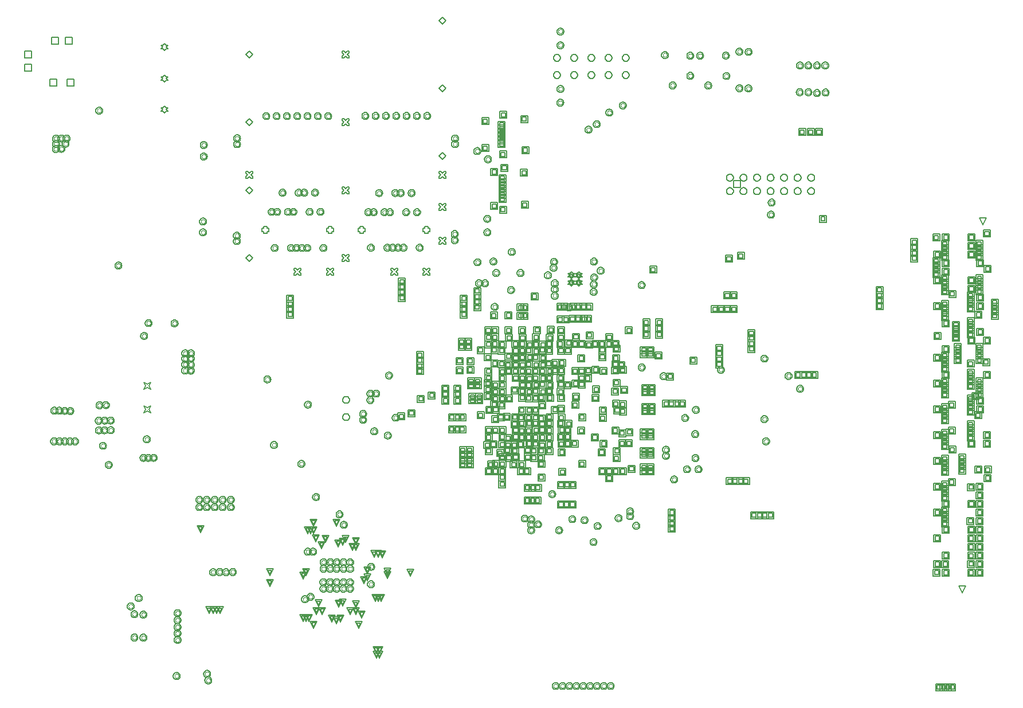
<source format=gbr>
%FSTAX23Y23*%
%MOIN*%
%SFA1B1*%

%IPPOS*%
%ADD130C,0.004000*%
%ADD131C,0.005000*%
%ADD228C,0.006667*%
%LNatfc_drawing_1-1*%
%LPD*%
G54D130*
X02998Y03111D02*
D01*
X02997Y03111*
X02997Y03112*
X02997Y03113*
X02997Y03114*
X02997Y03115*
X02996Y03115*
X02996Y03116*
X02996Y03117*
X02995Y03118*
X02995Y03118*
X02994Y03119*
X02994Y03119*
X02993Y0312*
X02992Y0312*
X02992Y03121*
X02991Y03121*
X0299Y03122*
X02989Y03122*
X02988Y03122*
X02988Y03122*
X02987Y03122*
X02986Y03122*
X02985*
X02984Y03122*
X02983Y03122*
X02983Y03122*
X02982Y03122*
X02981Y03122*
X0298Y03121*
X0298Y03121*
X02979Y0312*
X02978Y0312*
X02977Y03119*
X02977Y03119*
X02976Y03118*
X02976Y03118*
X02975Y03117*
X02975Y03116*
X02975Y03115*
X02974Y03115*
X02974Y03114*
X02974Y03113*
X02974Y03112*
X02974Y03111*
X02974Y03111*
X02974Y0311*
X02974Y03109*
X02974Y03108*
X02974Y03107*
X02974Y03106*
X02975Y03106*
X02975Y03105*
X02975Y03104*
X02976Y03103*
X02976Y03103*
X02977Y03102*
X02977Y03102*
X02978Y03101*
X02979Y03101*
X0298Y031*
X0298Y031*
X02981Y03099*
X02982Y03099*
X02983Y03099*
X02983Y03099*
X02984Y03099*
X02985Y03099*
X02986*
X02987Y03099*
X02988Y03099*
X02988Y03099*
X02989Y03099*
X0299Y03099*
X02991Y031*
X02992Y031*
X02992Y03101*
X02993Y03101*
X02994Y03102*
X02994Y03102*
X02995Y03103*
X02995Y03103*
X02996Y03104*
X02996Y03105*
X02996Y03106*
X02997Y03106*
X02997Y03107*
X02997Y03108*
X02997Y03109*
X02997Y0311*
X02998Y03111*
X0234Y04419D02*
D01*
X0234Y0442*
X0234Y04421*
X0234Y04422*
X0234Y04423*
X02339Y04423*
X02339Y04424*
X02339Y04425*
X02338Y04426*
X02338Y04426*
X02337Y04427*
X02337Y04428*
X02336Y04428*
X02335Y04429*
X02335Y04429*
X02334Y0443*
X02333Y0443*
X02333Y0443*
X02332Y04431*
X02331Y04431*
X0233Y04431*
X02329Y04431*
X02328Y04431*
X02328*
X02327Y04431*
X02326Y04431*
X02325Y04431*
X02324Y04431*
X02324Y0443*
X02323Y0443*
X02322Y0443*
X02321Y04429*
X02321Y04429*
X0232Y04428*
X02319Y04428*
X02319Y04427*
X02318Y04426*
X02318Y04426*
X02317Y04425*
X02317Y04424*
X02317Y04423*
X02316Y04423*
X02316Y04422*
X02316Y04421*
X02316Y0442*
X02316Y04419*
X02316Y04418*
X02316Y04418*
X02316Y04417*
X02316Y04416*
X02317Y04415*
X02317Y04414*
X02317Y04414*
X02318Y04413*
X02318Y04412*
X02319Y04411*
X02319Y04411*
X0232Y0441*
X02321Y0441*
X02321Y04409*
X02322Y04409*
X02323Y04408*
X02324Y04408*
X02324Y04408*
X02325Y04408*
X02326Y04407*
X02327Y04407*
X02328Y04407*
X02328*
X02329Y04407*
X0233Y04407*
X02331Y04408*
X02332Y04408*
X02333Y04408*
X02333Y04408*
X02334Y04409*
X02335Y04409*
X02335Y0441*
X02336Y0441*
X02337Y04411*
X02337Y04411*
X02338Y04412*
X02338Y04413*
X02339Y04414*
X02339Y04414*
X02339Y04415*
X0234Y04416*
X0234Y04417*
X0234Y04418*
X0234Y04418*
X0234Y04419*
X02435D02*
D01*
X02434Y0442*
X02434Y04421*
X02434Y04422*
X02434Y04423*
X02434Y04423*
X02433Y04424*
X02433Y04425*
X02433Y04426*
X02432Y04426*
X02432Y04427*
X02431Y04428*
X02431Y04428*
X0243Y04429*
X02429Y04429*
X02429Y0443*
X02428Y0443*
X02427Y0443*
X02426Y04431*
X02425Y04431*
X02425Y04431*
X02424Y04431*
X02423Y04431*
X02422*
X02421Y04431*
X0242Y04431*
X0242Y04431*
X02419Y04431*
X02418Y0443*
X02417Y0443*
X02417Y0443*
X02416Y04429*
X02415Y04429*
X02414Y04428*
X02414Y04428*
X02413Y04427*
X02413Y04426*
X02412Y04426*
X02412Y04425*
X02412Y04424*
X02411Y04423*
X02411Y04423*
X02411Y04422*
X02411Y04421*
X02411Y0442*
X02411Y04419*
X02411Y04418*
X02411Y04418*
X02411Y04417*
X02411Y04416*
X02411Y04415*
X02412Y04414*
X02412Y04414*
X02412Y04413*
X02413Y04412*
X02413Y04411*
X02414Y04411*
X02414Y0441*
X02415Y0441*
X02416Y04409*
X02417Y04409*
X02417Y04408*
X02418Y04408*
X02419Y04408*
X0242Y04408*
X0242Y04407*
X02421Y04407*
X02422Y04407*
X02423*
X02424Y04407*
X02425Y04407*
X02425Y04408*
X02426Y04408*
X02427Y04408*
X02428Y04408*
X02429Y04409*
X02429Y04409*
X0243Y0441*
X02431Y0441*
X02431Y04411*
X02432Y04411*
X02432Y04412*
X02433Y04413*
X02433Y04414*
X02433Y04414*
X02434Y04415*
X02434Y04416*
X02434Y04417*
X02434Y04418*
X02434Y04418*
X02435Y04419*
X02466D02*
D01*
X02466Y0442*
X02466Y04421*
X02466Y04422*
X02465Y04423*
X02465Y04423*
X02465Y04424*
X02464Y04425*
X02464Y04426*
X02464Y04426*
X02463Y04427*
X02463Y04428*
X02462Y04428*
X02461Y04429*
X02461Y04429*
X0246Y0443*
X02459Y0443*
X02458Y0443*
X02458Y04431*
X02457Y04431*
X02456Y04431*
X02455Y04431*
X02454Y04431*
X02453*
X02453Y04431*
X02452Y04431*
X02451Y04431*
X0245Y04431*
X02449Y0443*
X02449Y0443*
X02448Y0443*
X02447Y04429*
X02446Y04429*
X02446Y04428*
X02445Y04428*
X02445Y04427*
X02444Y04426*
X02444Y04426*
X02443Y04425*
X02443Y04424*
X02443Y04423*
X02442Y04423*
X02442Y04422*
X02442Y04421*
X02442Y0442*
X02442Y04419*
X02442Y04418*
X02442Y04418*
X02442Y04417*
X02442Y04416*
X02443Y04415*
X02443Y04414*
X02443Y04414*
X02444Y04413*
X02444Y04412*
X02445Y04411*
X02445Y04411*
X02446Y0441*
X02446Y0441*
X02447Y04409*
X02448Y04409*
X02449Y04408*
X02449Y04408*
X0245Y04408*
X02451Y04408*
X02452Y04407*
X02453Y04407*
X02453Y04407*
X02454*
X02455Y04407*
X02456Y04407*
X02457Y04408*
X02458Y04408*
X02458Y04408*
X02459Y04408*
X0246Y04409*
X02461Y04409*
X02461Y0441*
X02462Y0441*
X02463Y04411*
X02463Y04411*
X02464Y04412*
X02464Y04413*
X02464Y04414*
X02465Y04414*
X02465Y04415*
X02465Y04416*
X02466Y04417*
X02466Y04418*
X02466Y04418*
X02466Y04419*
X02529D02*
D01*
X02529Y0442*
X02529Y04421*
X02529Y04422*
X02528Y04423*
X02528Y04423*
X02528Y04424*
X02527Y04425*
X02527Y04426*
X02527Y04426*
X02526Y04427*
X02526Y04428*
X02525Y04428*
X02524Y04429*
X02524Y04429*
X02523Y0443*
X02522Y0443*
X02521Y0443*
X02521Y04431*
X0252Y04431*
X02519Y04431*
X02518Y04431*
X02517Y04431*
X02516*
X02516Y04431*
X02515Y04431*
X02514Y04431*
X02513Y04431*
X02512Y0443*
X02512Y0443*
X02511Y0443*
X0251Y04429*
X02509Y04429*
X02509Y04428*
X02508Y04428*
X02508Y04427*
X02507Y04426*
X02507Y04426*
X02506Y04425*
X02506Y04424*
X02506Y04423*
X02505Y04423*
X02505Y04422*
X02505Y04421*
X02505Y0442*
X02505Y04419*
X02505Y04418*
X02505Y04418*
X02505Y04417*
X02505Y04416*
X02506Y04415*
X02506Y04414*
X02506Y04414*
X02507Y04413*
X02507Y04412*
X02508Y04411*
X02508Y04411*
X02509Y0441*
X02509Y0441*
X0251Y04409*
X02511Y04409*
X02512Y04408*
X02512Y04408*
X02513Y04408*
X02514Y04408*
X02515Y04407*
X02516Y04407*
X02516Y04407*
X02517*
X02518Y04407*
X02519Y04407*
X0252Y04408*
X02521Y04408*
X02521Y04408*
X02522Y04408*
X02523Y04409*
X02524Y04409*
X02524Y0441*
X02525Y0441*
X02526Y04411*
X02526Y04411*
X02527Y04412*
X02527Y04413*
X02527Y04414*
X02528Y04414*
X02528Y04415*
X02528Y04416*
X02529Y04417*
X02529Y04418*
X02529Y04418*
X02529Y04419*
X02498Y04308D02*
D01*
X02497Y04308*
X02497Y04309*
X02497Y0431*
X02497Y04311*
X02497Y04312*
X02496Y04312*
X02496Y04313*
X02496Y04314*
X02495Y04315*
X02495Y04315*
X02494Y04316*
X02494Y04316*
X02493Y04317*
X02492Y04317*
X02492Y04318*
X02491Y04318*
X0249Y04319*
X02489Y04319*
X02488Y04319*
X02488Y04319*
X02487Y04319*
X02486Y04319*
X02485*
X02484Y04319*
X02483Y04319*
X02483Y04319*
X02482Y04319*
X02481Y04319*
X0248Y04318*
X0248Y04318*
X02479Y04317*
X02478Y04317*
X02477Y04316*
X02477Y04316*
X02476Y04315*
X02476Y04315*
X02475Y04314*
X02475Y04313*
X02475Y04312*
X02474Y04312*
X02474Y04311*
X02474Y0431*
X02474Y04309*
X02474Y04308*
X02474Y04308*
X02474Y04307*
X02474Y04306*
X02474Y04305*
X02474Y04304*
X02474Y04303*
X02475Y04303*
X02475Y04302*
X02475Y04301*
X02476Y043*
X02476Y043*
X02477Y04299*
X02477Y04299*
X02478Y04298*
X02479Y04298*
X0248Y04297*
X0248Y04297*
X02481Y04296*
X02482Y04296*
X02483Y04296*
X02483Y04296*
X02484Y04296*
X02485Y04296*
X02486*
X02487Y04296*
X02488Y04296*
X02488Y04296*
X02489Y04296*
X0249Y04296*
X02491Y04297*
X02492Y04297*
X02492Y04298*
X02493Y04298*
X02494Y04299*
X02494Y04299*
X02495Y043*
X02495Y043*
X02496Y04301*
X02496Y04302*
X02496Y04303*
X02497Y04303*
X02497Y04304*
X02497Y04305*
X02497Y04306*
X02497Y04307*
X02498Y04308*
X02403D02*
D01*
X02403Y04308*
X02403Y04309*
X02403Y0431*
X02403Y04311*
X02402Y04312*
X02402Y04312*
X02402Y04313*
X02401Y04314*
X02401Y04315*
X024Y04315*
X024Y04316*
X02399Y04316*
X02398Y04317*
X02398Y04317*
X02397Y04318*
X02396Y04318*
X02396Y04319*
X02395Y04319*
X02394Y04319*
X02393Y04319*
X02392Y04319*
X02391Y04319*
X02391*
X0239Y04319*
X02389Y04319*
X02388Y04319*
X02387Y04319*
X02387Y04319*
X02386Y04318*
X02385Y04318*
X02384Y04317*
X02384Y04317*
X02383Y04316*
X02382Y04316*
X02382Y04315*
X02381Y04315*
X02381Y04314*
X0238Y04313*
X0238Y04312*
X0238Y04312*
X02379Y04311*
X02379Y0431*
X02379Y04309*
X02379Y04308*
X02379Y04308*
X02379Y04307*
X02379Y04306*
X02379Y04305*
X02379Y04304*
X0238Y04303*
X0238Y04303*
X0238Y04302*
X02381Y04301*
X02381Y043*
X02382Y043*
X02382Y04299*
X02383Y04299*
X02384Y04298*
X02384Y04298*
X02385Y04297*
X02386Y04297*
X02387Y04296*
X02387Y04296*
X02388Y04296*
X02389Y04296*
X0239Y04296*
X02391Y04296*
X02391*
X02392Y04296*
X02393Y04296*
X02394Y04296*
X02395Y04296*
X02396Y04296*
X02396Y04297*
X02397Y04297*
X02398Y04298*
X02398Y04298*
X02399Y04299*
X024Y04299*
X024Y043*
X02401Y043*
X02401Y04301*
X02402Y04302*
X02402Y04303*
X02402Y04303*
X02403Y04304*
X02403Y04305*
X02403Y04306*
X02403Y04307*
X02403Y04308*
X02902Y04417D02*
D01*
X02901Y04418*
X02901Y04419*
X02901Y0442*
X02901Y04421*
X02901Y04421*
X029Y04422*
X029Y04423*
X029Y04424*
X02899Y04424*
X02899Y04425*
X02898Y04426*
X02898Y04426*
X02897Y04427*
X02896Y04427*
X02896Y04428*
X02895Y04428*
X02894Y04428*
X02893Y04429*
X02892Y04429*
X02892Y04429*
X02891Y04429*
X0289Y04429*
X02889*
X02888Y04429*
X02887Y04429*
X02887Y04429*
X02886Y04429*
X02885Y04428*
X02884Y04428*
X02884Y04428*
X02883Y04427*
X02882Y04427*
X02881Y04426*
X02881Y04426*
X0288Y04425*
X0288Y04424*
X02879Y04424*
X02879Y04423*
X02879Y04422*
X02878Y04421*
X02878Y04421*
X02878Y0442*
X02878Y04419*
X02878Y04418*
X02878Y04417*
X02878Y04416*
X02878Y04416*
X02878Y04415*
X02878Y04414*
X02878Y04413*
X02879Y04412*
X02879Y04412*
X02879Y04411*
X0288Y0441*
X0288Y04409*
X02881Y04409*
X02881Y04408*
X02882Y04408*
X02883Y04407*
X02884Y04407*
X02884Y04406*
X02885Y04406*
X02886Y04406*
X02887Y04406*
X02887Y04405*
X02888Y04405*
X02889Y04405*
X0289*
X02891Y04405*
X02892Y04405*
X02892Y04406*
X02893Y04406*
X02894Y04406*
X02895Y04406*
X02896Y04407*
X02896Y04407*
X02897Y04408*
X02898Y04408*
X02898Y04409*
X02899Y04409*
X02899Y0441*
X029Y04411*
X029Y04412*
X029Y04412*
X02901Y04413*
X02901Y04414*
X02901Y04415*
X02901Y04416*
X02901Y04416*
X02902Y04417*
X02996D02*
D01*
X02996Y04418*
X02996Y04419*
X02996Y0442*
X02996Y04421*
X02995Y04421*
X02995Y04422*
X02995Y04423*
X02994Y04424*
X02994Y04424*
X02993Y04425*
X02993Y04426*
X02992Y04426*
X02991Y04427*
X02991Y04427*
X0299Y04428*
X02989Y04428*
X02988Y04428*
X02988Y04429*
X02987Y04429*
X02986Y04429*
X02985Y04429*
X02984Y04429*
X02984*
X02983Y04429*
X02982Y04429*
X02981Y04429*
X0298Y04429*
X0298Y04428*
X02979Y04428*
X02978Y04428*
X02977Y04427*
X02977Y04427*
X02976Y04426*
X02975Y04426*
X02975Y04425*
X02974Y04424*
X02974Y04424*
X02973Y04423*
X02973Y04422*
X02973Y04421*
X02972Y04421*
X02972Y0442*
X02972Y04419*
X02972Y04418*
X02972Y04417*
X02972Y04416*
X02972Y04416*
X02972Y04415*
X02972Y04414*
X02973Y04413*
X02973Y04412*
X02973Y04412*
X02974Y04411*
X02974Y0441*
X02975Y04409*
X02975Y04409*
X02976Y04408*
X02977Y04408*
X02977Y04407*
X02978Y04407*
X02979Y04406*
X0298Y04406*
X0298Y04406*
X02981Y04406*
X02982Y04405*
X02983Y04405*
X02984Y04405*
X02984*
X02985Y04405*
X02986Y04405*
X02987Y04406*
X02988Y04406*
X02988Y04406*
X02989Y04406*
X0299Y04407*
X02991Y04407*
X02991Y04408*
X02992Y04408*
X02993Y04409*
X02993Y04409*
X02994Y0441*
X02994Y04411*
X02995Y04412*
X02995Y04412*
X02995Y04413*
X02996Y04414*
X02996Y04415*
X02996Y04416*
X02996Y04416*
X02996Y04417*
X03027D02*
D01*
X03027Y04418*
X03027Y04419*
X03027Y0442*
X03027Y04421*
X03027Y04421*
X03026Y04422*
X03026Y04423*
X03026Y04424*
X03025Y04424*
X03025Y04425*
X03024Y04426*
X03024Y04426*
X03023Y04427*
X03022Y04427*
X03021Y04428*
X03021Y04428*
X0302Y04428*
X03019Y04429*
X03018Y04429*
X03018Y04429*
X03017Y04429*
X03016Y04429*
X03015*
X03014Y04429*
X03013Y04429*
X03013Y04429*
X03012Y04429*
X03011Y04428*
X0301Y04428*
X03009Y04428*
X03009Y04427*
X03008Y04427*
X03007Y04426*
X03007Y04426*
X03006Y04425*
X03006Y04424*
X03005Y04424*
X03005Y04423*
X03005Y04422*
X03004Y04421*
X03004Y04421*
X03004Y0442*
X03004Y04419*
X03004Y04418*
X03003Y04417*
X03004Y04416*
X03004Y04416*
X03004Y04415*
X03004Y04414*
X03004Y04413*
X03005Y04412*
X03005Y04412*
X03005Y04411*
X03006Y0441*
X03006Y04409*
X03007Y04409*
X03007Y04408*
X03008Y04408*
X03009Y04407*
X03009Y04407*
X0301Y04406*
X03011Y04406*
X03012Y04406*
X03013Y04406*
X03013Y04405*
X03014Y04405*
X03015Y04405*
X03016*
X03017Y04405*
X03018Y04405*
X03018Y04406*
X03019Y04406*
X0302Y04406*
X03021Y04406*
X03021Y04407*
X03022Y04407*
X03023Y04408*
X03024Y04408*
X03024Y04409*
X03025Y04409*
X03025Y0441*
X03026Y04411*
X03026Y04412*
X03026Y04412*
X03027Y04413*
X03027Y04414*
X03027Y04415*
X03027Y04416*
X03027Y04416*
X03027Y04417*
X0309D02*
D01*
X0309Y04418*
X0309Y04419*
X0309Y0442*
X0309Y04421*
X0309Y04421*
X03089Y04422*
X03089Y04423*
X03089Y04424*
X03088Y04424*
X03088Y04425*
X03087Y04426*
X03086Y04426*
X03086Y04427*
X03085Y04427*
X03084Y04428*
X03084Y04428*
X03083Y04428*
X03082Y04429*
X03081Y04429*
X0308Y04429*
X0308Y04429*
X03079Y04429*
X03078*
X03077Y04429*
X03076Y04429*
X03075Y04429*
X03075Y04429*
X03074Y04428*
X03073Y04428*
X03072Y04428*
X03072Y04427*
X03071Y04427*
X0307Y04426*
X0307Y04426*
X03069Y04425*
X03069Y04424*
X03068Y04424*
X03068Y04423*
X03067Y04422*
X03067Y04421*
X03067Y04421*
X03067Y0442*
X03066Y04419*
X03066Y04418*
X03066Y04417*
X03066Y04416*
X03066Y04416*
X03067Y04415*
X03067Y04414*
X03067Y04413*
X03067Y04412*
X03068Y04412*
X03068Y04411*
X03069Y0441*
X03069Y04409*
X0307Y04409*
X0307Y04408*
X03071Y04408*
X03072Y04407*
X03072Y04407*
X03073Y04406*
X03074Y04406*
X03075Y04406*
X03075Y04406*
X03076Y04405*
X03077Y04405*
X03078Y04405*
X03079*
X0308Y04405*
X0308Y04405*
X03081Y04406*
X03082Y04406*
X03083Y04406*
X03084Y04406*
X03084Y04407*
X03085Y04407*
X03086Y04408*
X03086Y04408*
X03087Y04409*
X03088Y04409*
X03088Y0441*
X03089Y04411*
X03089Y04412*
X03089Y04412*
X0309Y04413*
X0309Y04414*
X0309Y04415*
X0309Y04416*
X0309Y04416*
X0309Y04417*
X03059Y04306D02*
D01*
X03059Y04306*
X03059Y04307*
X03059Y04308*
X03059Y04309*
X03058Y0431*
X03058Y0431*
X03058Y04311*
X03057Y04312*
X03057Y04313*
X03056Y04313*
X03056Y04314*
X03055Y04314*
X03054Y04315*
X03054Y04315*
X03053Y04316*
X03052Y04316*
X03051Y04317*
X03051Y04317*
X0305Y04317*
X03049Y04317*
X03048Y04317*
X03047Y04317*
X03047*
X03046Y04317*
X03045Y04317*
X03044Y04317*
X03043Y04317*
X03042Y04317*
X03042Y04316*
X03041Y04316*
X0304Y04315*
X0304Y04315*
X03039Y04314*
X03038Y04314*
X03038Y04313*
X03037Y04313*
X03037Y04312*
X03036Y04311*
X03036Y0431*
X03036Y0431*
X03035Y04309*
X03035Y04308*
X03035Y04307*
X03035Y04306*
X03035Y04306*
X03035Y04305*
X03035Y04304*
X03035Y04303*
X03035Y04302*
X03036Y04301*
X03036Y04301*
X03036Y043*
X03037Y04299*
X03037Y04298*
X03038Y04298*
X03038Y04297*
X03039Y04297*
X0304Y04296*
X0304Y04296*
X03041Y04295*
X03042Y04295*
X03042Y04294*
X03043Y04294*
X03044Y04294*
X03045Y04294*
X03046Y04294*
X03047Y04294*
X03047*
X03048Y04294*
X03049Y04294*
X0305Y04294*
X03051Y04294*
X03051Y04294*
X03052Y04295*
X03053Y04295*
X03054Y04296*
X03054Y04296*
X03055Y04297*
X03056Y04297*
X03056Y04298*
X03057Y04298*
X03057Y04299*
X03058Y043*
X03058Y04301*
X03058Y04301*
X03059Y04302*
X03059Y04303*
X03059Y04304*
X03059Y04305*
X03059Y04306*
X02965D02*
D01*
X02964Y04306*
X02964Y04307*
X02964Y04308*
X02964Y04309*
X02964Y0431*
X02963Y0431*
X02963Y04311*
X02963Y04312*
X02962Y04313*
X02962Y04313*
X02961Y04314*
X02961Y04314*
X0296Y04315*
X02959Y04315*
X02959Y04316*
X02958Y04316*
X02957Y04317*
X02956Y04317*
X02955Y04317*
X02955Y04317*
X02954Y04317*
X02953Y04317*
X02952*
X02951Y04317*
X0295Y04317*
X0295Y04317*
X02949Y04317*
X02948Y04317*
X02947Y04316*
X02947Y04316*
X02946Y04315*
X02945Y04315*
X02944Y04314*
X02944Y04314*
X02943Y04313*
X02943Y04313*
X02942Y04312*
X02942Y04311*
X02942Y0431*
X02941Y0431*
X02941Y04309*
X02941Y04308*
X02941Y04307*
X02941Y04306*
X02941Y04306*
X02941Y04305*
X02941Y04304*
X02941Y04303*
X02941Y04302*
X02941Y04301*
X02942Y04301*
X02942Y043*
X02942Y04299*
X02943Y04298*
X02943Y04298*
X02944Y04297*
X02944Y04297*
X02945Y04296*
X02946Y04296*
X02947Y04295*
X02947Y04295*
X02948Y04294*
X02949Y04294*
X0295Y04294*
X0295Y04294*
X02951Y04294*
X02952Y04294*
X02953*
X02954Y04294*
X02955Y04294*
X02955Y04294*
X02956Y04294*
X02957Y04294*
X02958Y04295*
X02959Y04295*
X02959Y04296*
X0296Y04296*
X02961Y04297*
X02961Y04297*
X02962Y04298*
X02962Y04298*
X02963Y04299*
X02963Y043*
X02963Y04301*
X02964Y04301*
X02964Y04302*
X02964Y04303*
X02964Y04304*
X02964Y04305*
X02965Y04306*
X03949Y02456D02*
D01*
X03948Y02457*
X03948Y02458*
X03948Y02459*
X03948Y0246*
X03948Y0246*
X03947Y02461*
X03947Y02462*
X03947Y02463*
X03946Y02463*
X03946Y02464*
X03945Y02465*
X03945Y02465*
X03944Y02466*
X03943Y02466*
X03943Y02467*
X03942Y02467*
X03941Y02467*
X0394Y02468*
X03939Y02468*
X03939Y02468*
X03938Y02468*
X03937Y02468*
X03936*
X03935Y02468*
X03934Y02468*
X03934Y02468*
X03933Y02468*
X03932Y02467*
X03931Y02467*
X03931Y02467*
X0393Y02466*
X03929Y02466*
X03928Y02465*
X03928Y02465*
X03927Y02464*
X03927Y02463*
X03926Y02463*
X03926Y02462*
X03926Y02461*
X03925Y0246*
X03925Y0246*
X03925Y02459*
X03925Y02458*
X03925Y02457*
X03925Y02456*
X03925Y02455*
X03925Y02455*
X03925Y02454*
X03925Y02453*
X03925Y02452*
X03926Y02451*
X03926Y02451*
X03926Y0245*
X03927Y02449*
X03927Y02448*
X03928Y02448*
X03928Y02447*
X03929Y02447*
X0393Y02446*
X03931Y02446*
X03931Y02445*
X03932Y02445*
X03933Y02445*
X03934Y02445*
X03934Y02444*
X03935Y02444*
X03936Y02444*
X03937*
X03938Y02444*
X03939Y02444*
X03939Y02445*
X0394Y02445*
X03941Y02445*
X03942Y02445*
X03943Y02446*
X03943Y02446*
X03944Y02447*
X03945Y02447*
X03945Y02448*
X03946Y02448*
X03946Y02449*
X03947Y0245*
X03947Y02451*
X03947Y02451*
X03948Y02452*
X03948Y02453*
X03948Y02454*
X03948Y02455*
X03948Y02455*
X03949Y02456*
X0443Y03404D02*
D01*
X04429Y03404*
X04429Y03405*
X04429Y03406*
X04429Y03407*
X04429Y03408*
X04428Y03408*
X04428Y03409*
X04428Y0341*
X04427Y03411*
X04427Y03411*
X04426Y03412*
X04426Y03412*
X04425Y03413*
X04424Y03413*
X04424Y03414*
X04423Y03414*
X04422Y03415*
X04421Y03415*
X0442Y03415*
X0442Y03415*
X04419Y03415*
X04418Y03415*
X04417*
X04416Y03415*
X04415Y03415*
X04415Y03415*
X04414Y03415*
X04413Y03415*
X04412Y03414*
X04412Y03414*
X04411Y03413*
X0441Y03413*
X04409Y03412*
X04409Y03412*
X04408Y03411*
X04408Y03411*
X04407Y0341*
X04407Y03409*
X04407Y03408*
X04406Y03408*
X04406Y03407*
X04406Y03406*
X04406Y03405*
X04406Y03404*
X04406Y03404*
X04406Y03403*
X04406Y03402*
X04406Y03401*
X04406Y034*
X04406Y03399*
X04407Y03399*
X04407Y03398*
X04407Y03397*
X04408Y03396*
X04408Y03396*
X04409Y03395*
X04409Y03395*
X0441Y03394*
X04411Y03394*
X04412Y03393*
X04412Y03393*
X04413Y03392*
X04414Y03392*
X04415Y03392*
X04415Y03392*
X04416Y03392*
X04417Y03392*
X04418*
X04419Y03392*
X0442Y03392*
X0442Y03392*
X04421Y03392*
X04422Y03392*
X04423Y03393*
X04424Y03393*
X04424Y03394*
X04425Y03394*
X04426Y03395*
X04426Y03395*
X04427Y03396*
X04427Y03396*
X04428Y03397*
X04428Y03398*
X04428Y03399*
X04429Y03399*
X04429Y034*
X04429Y03401*
X04429Y03402*
X04429Y03403*
X0443Y03404*
X0432Y04927D02*
D01*
X04319Y04927*
X04319Y04928*
X04319Y04929*
X04319Y0493*
X04319Y04931*
X04318Y04931*
X04318Y04932*
X04318Y04933*
X04317Y04934*
X04317Y04934*
X04316Y04935*
X04316Y04935*
X04315Y04936*
X04314Y04936*
X04314Y04937*
X04313Y04937*
X04312Y04938*
X04311Y04938*
X0431Y04938*
X0431Y04938*
X04309Y04938*
X04308Y04938*
X04307*
X04306Y04938*
X04305Y04938*
X04305Y04938*
X04304Y04938*
X04303Y04938*
X04302Y04937*
X04302Y04937*
X04301Y04936*
X043Y04936*
X04299Y04935*
X04299Y04935*
X04298Y04934*
X04298Y04934*
X04297Y04933*
X04297Y04932*
X04297Y04931*
X04296Y04931*
X04296Y0493*
X04296Y04929*
X04296Y04928*
X04296Y04927*
X04296Y04927*
X04296Y04926*
X04296Y04925*
X04296Y04924*
X04296Y04923*
X04296Y04922*
X04297Y04922*
X04297Y04921*
X04297Y0492*
X04298Y04919*
X04298Y04919*
X04299Y04918*
X04299Y04918*
X043Y04917*
X04301Y04917*
X04302Y04916*
X04302Y04916*
X04303Y04915*
X04304Y04915*
X04305Y04915*
X04305Y04915*
X04306Y04915*
X04307Y04915*
X04308*
X04309Y04915*
X0431Y04915*
X0431Y04915*
X04311Y04915*
X04312Y04915*
X04313Y04916*
X04314Y04916*
X04314Y04917*
X04315Y04917*
X04316Y04918*
X04316Y04918*
X04317Y04919*
X04317Y04919*
X04318Y0492*
X04318Y04921*
X04318Y04922*
X04319Y04922*
X04319Y04923*
X04319Y04924*
X04319Y04925*
X04319Y04926*
X0432Y04927*
X04241Y04885D02*
D01*
X0424Y04886*
X0424Y04887*
X0424Y04887*
X0424Y04888*
X0424Y04889*
X04239Y0489*
X04239Y04891*
X04239Y04891*
X04238Y04892*
X04238Y04893*
X04237Y04893*
X04237Y04894*
X04236Y04894*
X04235Y04895*
X04235Y04895*
X04234Y04896*
X04233Y04896*
X04232Y04896*
X04231Y04897*
X04231Y04897*
X0423Y04897*
X04229Y04897*
X04228*
X04227Y04897*
X04226Y04897*
X04226Y04897*
X04225Y04896*
X04224Y04896*
X04223Y04896*
X04223Y04895*
X04222Y04895*
X04221Y04894*
X0422Y04894*
X0422Y04893*
X04219Y04893*
X04219Y04892*
X04218Y04891*
X04218Y04891*
X04218Y0489*
X04217Y04889*
X04217Y04888*
X04217Y04887*
X04217Y04887*
X04217Y04886*
X04217Y04885*
X04217Y04884*
X04217Y04883*
X04217Y04883*
X04217Y04882*
X04217Y04881*
X04218Y0488*
X04218Y04879*
X04218Y04879*
X04219Y04878*
X04219Y04877*
X0422Y04877*
X0422Y04876*
X04221Y04876*
X04222Y04875*
X04223Y04875*
X04223Y04874*
X04224Y04874*
X04225Y04874*
X04226Y04873*
X04226Y04873*
X04227Y04873*
X04228Y04873*
X04229*
X0423Y04873*
X04231Y04873*
X04231Y04873*
X04232Y04874*
X04233Y04874*
X04234Y04874*
X04235Y04875*
X04235Y04875*
X04236Y04876*
X04237Y04876*
X04237Y04877*
X04238Y04877*
X04238Y04878*
X04239Y04879*
X04239Y04879*
X04239Y0488*
X0424Y04881*
X0424Y04882*
X0424Y04883*
X0424Y04883*
X0424Y04884*
X04241Y04885*
X04168Y04818D02*
D01*
X04167Y04818*
X04167Y04819*
X04167Y0482*
X04167Y04821*
X04167Y04822*
X04166Y04822*
X04166Y04823*
X04166Y04824*
X04165Y04825*
X04165Y04825*
X04164Y04826*
X04164Y04826*
X04163Y04827*
X04162Y04827*
X04162Y04828*
X04161Y04828*
X0416Y04829*
X04159Y04829*
X04158Y04829*
X04158Y04829*
X04157Y04829*
X04156Y04829*
X04155*
X04154Y04829*
X04153Y04829*
X04153Y04829*
X04152Y04829*
X04151Y04829*
X0415Y04828*
X0415Y04828*
X04149Y04827*
X04148Y04827*
X04147Y04826*
X04147Y04826*
X04146Y04825*
X04146Y04825*
X04145Y04824*
X04145Y04823*
X04145Y04822*
X04144Y04822*
X04144Y04821*
X04144Y0482*
X04144Y04819*
X04144Y04818*
X04144Y04818*
X04144Y04817*
X04144Y04816*
X04144Y04815*
X04144Y04814*
X04144Y04813*
X04145Y04813*
X04145Y04812*
X04145Y04811*
X04146Y0481*
X04146Y0481*
X04147Y04809*
X04147Y04809*
X04148Y04808*
X04149Y04808*
X0415Y04807*
X0415Y04807*
X04151Y04806*
X04152Y04806*
X04153Y04806*
X04153Y04806*
X04154Y04806*
X04155Y04806*
X04156*
X04157Y04806*
X04158Y04806*
X04158Y04806*
X04159Y04806*
X0416Y04806*
X04161Y04807*
X04162Y04807*
X04162Y04808*
X04163Y04808*
X04164Y04809*
X04164Y04809*
X04165Y0481*
X04165Y0481*
X04166Y04811*
X04166Y04812*
X04166Y04813*
X04167Y04813*
X04167Y04814*
X04167Y04815*
X04167Y04816*
X04167Y04817*
X04168Y04818*
X0412Y04786D02*
D01*
X04119Y04786*
X04119Y04787*
X04119Y04788*
X04119Y04789*
X04119Y0479*
X04118Y0479*
X04118Y04791*
X04118Y04792*
X04117Y04793*
X04117Y04793*
X04116Y04794*
X04116Y04794*
X04115Y04795*
X04114Y04795*
X04114Y04796*
X04113Y04796*
X04112Y04797*
X04111Y04797*
X0411Y04797*
X0411Y04797*
X04109Y04797*
X04108Y04797*
X04107*
X04106Y04797*
X04105Y04797*
X04105Y04797*
X04104Y04797*
X04103Y04797*
X04102Y04796*
X04102Y04796*
X04101Y04795*
X041Y04795*
X04099Y04794*
X04099Y04794*
X04098Y04793*
X04098Y04793*
X04097Y04792*
X04097Y04791*
X04097Y0479*
X04096Y0479*
X04096Y04789*
X04096Y04788*
X04096Y04787*
X04096Y04786*
X04096Y04786*
X04096Y04785*
X04096Y04784*
X04096Y04783*
X04096Y04782*
X04096Y04781*
X04097Y04781*
X04097Y0478*
X04097Y04779*
X04098Y04778*
X04098Y04778*
X04099Y04777*
X04099Y04777*
X041Y04776*
X04101Y04776*
X04102Y04775*
X04102Y04775*
X04103Y04774*
X04104Y04774*
X04105Y04774*
X04105Y04774*
X04106Y04774*
X04107Y04774*
X04108*
X04109Y04774*
X0411Y04774*
X0411Y04774*
X04111Y04774*
X04112Y04774*
X04113Y04775*
X04114Y04775*
X04114Y04776*
X04115Y04776*
X04116Y04777*
X04116Y04777*
X04117Y04778*
X04117Y04778*
X04118Y04779*
X04118Y0478*
X04118Y04781*
X04119Y04781*
X04119Y04782*
X04119Y04783*
X04119Y04784*
X04119Y04785*
X0412Y04786*
X02697Y02488D02*
D01*
X02697Y02489*
X02696Y02489*
X02696Y0249*
X02696Y02491*
X02696Y02492*
X02695Y02493*
X02695Y02493*
X02695Y02494*
X02694Y02495*
X02694Y02495*
X02693Y02496*
X02693Y02497*
X02692Y02497*
X02691Y02498*
X02691Y02498*
X0269Y02498*
X02689Y02499*
X02688Y02499*
X02687Y02499*
X02687Y025*
X02686Y025*
X02685Y025*
X02684*
X02683Y025*
X02682Y025*
X02682Y02499*
X02681Y02499*
X0268Y02499*
X02679Y02498*
X02679Y02498*
X02678Y02498*
X02677Y02497*
X02677Y02497*
X02676Y02496*
X02675Y02495*
X02675Y02495*
X02674Y02494*
X02674Y02493*
X02674Y02493*
X02673Y02492*
X02673Y02491*
X02673Y0249*
X02673Y02489*
X02673Y02489*
X02673Y02488*
X02673Y02487*
X02673Y02486*
X02673Y02485*
X02673Y02484*
X02673Y02484*
X02674Y02483*
X02674Y02482*
X02674Y02481*
X02675Y02481*
X02675Y0248*
X02676Y02479*
X02677Y02479*
X02677Y02478*
X02678Y02478*
X02679Y02477*
X02679Y02477*
X0268Y02477*
X02681Y02476*
X02682Y02476*
X02682Y02476*
X02683Y02476*
X02684Y02476*
X02685*
X02686Y02476*
X02687Y02476*
X02687Y02476*
X02688Y02476*
X02689Y02477*
X0269Y02477*
X02691Y02477*
X02691Y02478*
X02692Y02478*
X02693Y02479*
X02693Y02479*
X02694Y0248*
X02694Y02481*
X02695Y02481*
X02695Y02482*
X02695Y02483*
X02696Y02484*
X02696Y02484*
X02696Y02485*
X02696Y02486*
X02697Y02487*
X02697Y02488*
X01535Y03586D02*
D01*
X01535Y03587*
X01535Y03588*
X01535Y03589*
X01535Y03589*
X01534Y0359*
X01534Y03591*
X01534Y03592*
X01533Y03592*
X01533Y03593*
X01532Y03594*
X01532Y03594*
X01531Y03595*
X01531Y03596*
X0153Y03596*
X01529Y03597*
X01528Y03597*
X01528Y03597*
X01527Y03598*
X01526Y03598*
X01525Y03598*
X01524Y03598*
X01524Y03598*
X01523*
X01522Y03598*
X01521Y03598*
X0152Y03598*
X01519Y03598*
X01519Y03597*
X01518Y03597*
X01517Y03597*
X01516Y03596*
X01516Y03596*
X01515Y03595*
X01514Y03594*
X01514Y03594*
X01513Y03593*
X01513Y03592*
X01513Y03592*
X01512Y03591*
X01512Y0359*
X01512Y03589*
X01511Y03589*
X01511Y03588*
X01511Y03587*
X01511Y03586*
X01511Y03585*
X01511Y03584*
X01511Y03584*
X01512Y03583*
X01512Y03582*
X01512Y03581*
X01513Y0358*
X01513Y0358*
X01513Y03579*
X01514Y03578*
X01514Y03578*
X01515Y03577*
X01516Y03577*
X01516Y03576*
X01517Y03576*
X01518Y03575*
X01519Y03575*
X01519Y03575*
X0152Y03574*
X01521Y03574*
X01522Y03574*
X01523Y03574*
X01524*
X01524Y03574*
X01525Y03574*
X01526Y03574*
X01527Y03575*
X01528Y03575*
X01528Y03575*
X01529Y03576*
X0153Y03576*
X01531Y03577*
X01531Y03577*
X01532Y03578*
X01532Y03578*
X01533Y03579*
X01533Y0358*
X01534Y0358*
X01534Y03581*
X01534Y03582*
X01535Y03583*
X01535Y03584*
X01535Y03584*
X01535Y03585*
X01535Y03586*
X02874Y03031D02*
D01*
X02874Y03032*
X02874Y03033*
X02873Y03033*
X02873Y03034*
X02873Y03035*
X02873Y03036*
X02872Y03037*
X02872Y03037*
X02871Y03038*
X02871Y03039*
X0287Y03039*
X0287Y0304*
X02869Y0304*
X02868Y03041*
X02868Y03041*
X02867Y03042*
X02866Y03042*
X02865Y03042*
X02865Y03043*
X02864Y03043*
X02863Y03043*
X02862Y03043*
X02861*
X0286Y03043*
X0286Y03043*
X02859Y03043*
X02858Y03042*
X02857Y03042*
X02856Y03042*
X02856Y03041*
X02855Y03041*
X02854Y0304*
X02854Y0304*
X02853Y03039*
X02853Y03039*
X02852Y03038*
X02852Y03037*
X02851Y03037*
X02851Y03036*
X0285Y03035*
X0285Y03034*
X0285Y03033*
X0285Y03033*
X0285Y03032*
X0285Y03031*
X0285Y0303*
X0285Y03029*
X0285Y03029*
X0285Y03028*
X0285Y03027*
X02851Y03026*
X02851Y03025*
X02852Y03025*
X02852Y03024*
X02853Y03023*
X02853Y03023*
X02854Y03022*
X02854Y03022*
X02855Y03021*
X02856Y03021*
X02856Y0302*
X02857Y0302*
X02858Y0302*
X02859Y03019*
X0286Y03019*
X0286Y03019*
X02861Y03019*
X02862*
X02863Y03019*
X02864Y03019*
X02865Y03019*
X02865Y0302*
X02866Y0302*
X02867Y0302*
X02868Y03021*
X02868Y03021*
X02869Y03022*
X0287Y03022*
X0287Y03023*
X02871Y03023*
X02871Y03024*
X02872Y03025*
X02872Y03025*
X02873Y03026*
X02873Y03027*
X02873Y03028*
X02873Y03029*
X02874Y03029*
X02874Y0303*
X02874Y03031*
X02952Y03007D02*
D01*
X02952Y03008*
X02952Y03009*
X02952Y0301*
X02952Y03011*
X02952Y03011*
X02951Y03012*
X02951Y03013*
X02951Y03014*
X0295Y03014*
X0295Y03015*
X02949Y03016*
X02948Y03016*
X02948Y03017*
X02947Y03017*
X02946Y03018*
X02946Y03018*
X02945Y03019*
X02944Y03019*
X02943Y03019*
X02943Y03019*
X02942Y03019*
X02941Y03019*
X0294*
X02939Y03019*
X02938Y03019*
X02938Y03019*
X02937Y03019*
X02936Y03019*
X02935Y03018*
X02934Y03018*
X02934Y03017*
X02933Y03017*
X02932Y03016*
X02932Y03016*
X02931Y03015*
X02931Y03014*
X0293Y03014*
X0293Y03013*
X02929Y03012*
X02929Y03011*
X02929Y03011*
X02929Y0301*
X02929Y03009*
X02928Y03008*
X02928Y03007*
X02928Y03007*
X02929Y03006*
X02929Y03005*
X02929Y03004*
X02929Y03003*
X02929Y03002*
X0293Y03002*
X0293Y03001*
X02931Y03*
X02931Y03*
X02932Y02999*
X02932Y02998*
X02933Y02998*
X02934Y02997*
X02934Y02997*
X02935Y02997*
X02936Y02996*
X02937Y02996*
X02938Y02996*
X02938Y02996*
X02939Y02995*
X0294Y02995*
X02941*
X02942Y02995*
X02943Y02996*
X02943Y02996*
X02944Y02996*
X02945Y02996*
X02946Y02997*
X02946Y02997*
X02947Y02997*
X02948Y02998*
X02948Y02998*
X02949Y02999*
X0295Y03*
X0295Y03*
X02951Y03001*
X02951Y03002*
X02951Y03002*
X02952Y03003*
X02952Y03004*
X02952Y03005*
X02952Y03006*
X02952Y03007*
X02952Y03007*
X0535Y03279D02*
D01*
X0535Y0328*
X0535Y03281*
X0535Y03282*
X0535Y03282*
X05349Y03283*
X05349Y03284*
X05349Y03285*
X05348Y03285*
X05348Y03286*
X05347Y03287*
X05347Y03287*
X05346Y03288*
X05345Y03288*
X05345Y03289*
X05344Y03289*
X05343Y0329*
X05343Y0329*
X05342Y0329*
X05341Y03291*
X0534Y03291*
X05339Y03291*
X05339Y03291*
X05338*
X05337Y03291*
X05336Y03291*
X05335Y03291*
X05334Y0329*
X05334Y0329*
X05333Y0329*
X05332Y03289*
X05331Y03289*
X05331Y03288*
X0533Y03288*
X05329Y03287*
X05329Y03287*
X05328Y03286*
X05328Y03285*
X05327Y03285*
X05327Y03284*
X05327Y03283*
X05327Y03282*
X05326Y03282*
X05326Y03281*
X05326Y0328*
X05326Y03279*
X05326Y03278*
X05326Y03277*
X05326Y03277*
X05327Y03276*
X05327Y03275*
X05327Y03274*
X05327Y03273*
X05328Y03273*
X05328Y03272*
X05329Y03271*
X05329Y03271*
X0533Y0327*
X05331Y0327*
X05331Y03269*
X05332Y03269*
X05333Y03268*
X05334Y03268*
X05334Y03268*
X05335Y03267*
X05336Y03267*
X05337Y03267*
X05338Y03267*
X05339*
X05339Y03267*
X0534Y03267*
X05341Y03267*
X05342Y03268*
X05343Y03268*
X05343Y03268*
X05344Y03269*
X05345Y03269*
X05345Y0327*
X05346Y0327*
X05347Y03271*
X05347Y03271*
X05348Y03272*
X05348Y03273*
X05349Y03273*
X05349Y03274*
X05349Y03275*
X0535Y03276*
X0535Y03277*
X0535Y03277*
X0535Y03278*
X0535Y03279*
X05283Y03354D02*
D01*
X05283Y03355*
X05283Y03356*
X05283Y03356*
X05283Y03357*
X05282Y03358*
X05282Y03359*
X05282Y03359*
X05281Y0336*
X05281Y03361*
X0528Y03362*
X0528Y03362*
X05279Y03363*
X05279Y03363*
X05278Y03364*
X05277Y03364*
X05276Y03365*
X05276Y03365*
X05275Y03365*
X05274Y03365*
X05273Y03366*
X05272Y03366*
X05272Y03366*
X05271*
X0527Y03366*
X05269Y03366*
X05268Y03365*
X05267Y03365*
X05267Y03365*
X05266Y03365*
X05265Y03364*
X05264Y03364*
X05264Y03363*
X05263Y03363*
X05263Y03362*
X05262Y03362*
X05261Y03361*
X05261Y0336*
X05261Y03359*
X0526Y03359*
X0526Y03358*
X0526Y03357*
X05259Y03356*
X05259Y03356*
X05259Y03355*
X05259Y03354*
X05259Y03353*
X05259Y03352*
X05259Y03351*
X0526Y03351*
X0526Y0335*
X0526Y03349*
X05261Y03348*
X05261Y03347*
X05261Y03347*
X05262Y03346*
X05263Y03345*
X05263Y03345*
X05264Y03344*
X05264Y03344*
X05265Y03343*
X05266Y03343*
X05267Y03343*
X05267Y03342*
X05268Y03342*
X05269Y03342*
X0527Y03342*
X05271Y03342*
X05272*
X05272Y03342*
X05273Y03342*
X05274Y03342*
X05275Y03342*
X05276Y03343*
X05276Y03343*
X05277Y03343*
X05278Y03344*
X05279Y03344*
X05279Y03345*
X0528Y03345*
X0528Y03346*
X05281Y03347*
X05281Y03347*
X05282Y03348*
X05282Y03349*
X05282Y0335*
X05283Y03351*
X05283Y03351*
X05283Y03352*
X05283Y03353*
X05283Y03354*
X04429Y03881D02*
D01*
X04429Y03882*
X04429Y03883*
X04429Y03884*
X04428Y03885*
X04428Y03885*
X04428Y03886*
X04427Y03887*
X04427Y03888*
X04427Y03888*
X04426Y03889*
X04425Y0389*
X04425Y0389*
X04424Y03891*
X04424Y03891*
X04423Y03892*
X04422Y03892*
X04421Y03893*
X04421Y03893*
X0442Y03893*
X04419Y03893*
X04418Y03893*
X04417Y03893*
X04416*
X04416Y03893*
X04415Y03893*
X04414Y03893*
X04413Y03893*
X04412Y03893*
X04412Y03892*
X04411Y03892*
X0441Y03891*
X04409Y03891*
X04409Y0389*
X04408Y0389*
X04408Y03889*
X04407Y03888*
X04407Y03888*
X04406Y03887*
X04406Y03886*
X04406Y03885*
X04405Y03885*
X04405Y03884*
X04405Y03883*
X04405Y03882*
X04405Y03881*
X04405Y03881*
X04405Y0388*
X04405Y03879*
X04405Y03878*
X04406Y03877*
X04406Y03877*
X04406Y03876*
X04407Y03875*
X04407Y03874*
X04408Y03874*
X04408Y03873*
X04409Y03872*
X04409Y03872*
X0441Y03871*
X04411Y03871*
X04412Y03871*
X04412Y0387*
X04413Y0387*
X04414Y0387*
X04415Y0387*
X04416Y03869*
X04416Y03869*
X04417*
X04418Y03869*
X04419Y0387*
X0442Y0387*
X04421Y0387*
X04421Y0387*
X04422Y03871*
X04423Y03871*
X04424Y03871*
X04424Y03872*
X04425Y03872*
X04425Y03873*
X04426Y03874*
X04427Y03874*
X04427Y03875*
X04427Y03876*
X04428Y03877*
X04428Y03877*
X04428Y03878*
X04429Y03879*
X04429Y0388*
X04429Y03881*
X04429Y03881*
X03567Y04019D02*
D01*
X03567Y0402*
X03567Y04021*
X03566Y04022*
X03566Y04022*
X03566Y04023*
X03566Y04024*
X03565Y04025*
X03565Y04026*
X03564Y04026*
X03564Y04027*
X03563Y04028*
X03563Y04028*
X03562Y04029*
X03561Y04029*
X03561Y0403*
X0356Y0403*
X03559Y0403*
X03558Y04031*
X03558Y04031*
X03557Y04031*
X03556Y04031*
X03555Y04031*
X03554*
X03553Y04031*
X03553Y04031*
X03552Y04031*
X03551Y04031*
X0355Y0403*
X03549Y0403*
X03549Y0403*
X03548Y04029*
X03547Y04029*
X03547Y04028*
X03546Y04028*
X03545Y04027*
X03545Y04026*
X03544Y04026*
X03544Y04025*
X03544Y04024*
X03543Y04023*
X03543Y04022*
X03543Y04022*
X03543Y04021*
X03543Y0402*
X03543Y04019*
X03543Y04018*
X03543Y04018*
X03543Y04017*
X03543Y04016*
X03543Y04015*
X03544Y04014*
X03544Y04014*
X03544Y04013*
X03545Y04012*
X03545Y04011*
X03546Y04011*
X03547Y0401*
X03547Y0401*
X03548Y04009*
X03549Y04009*
X03549Y04008*
X0355Y04008*
X03551Y04008*
X03552Y04008*
X03553Y04007*
X03553Y04007*
X03554Y04007*
X03555*
X03556Y04007*
X03557Y04007*
X03558Y04008*
X03558Y04008*
X03559Y04008*
X0356Y04008*
X03561Y04009*
X03561Y04009*
X03562Y0401*
X03563Y0401*
X03563Y04011*
X03564Y04011*
X03564Y04012*
X03565Y04013*
X03565Y04014*
X03566Y04014*
X03566Y04015*
X03566Y04016*
X03566Y04017*
X03567Y04018*
X03567Y04018*
X03567Y04019*
X04295Y02527D02*
D01*
X04295Y02528*
X04295Y02529*
X04295Y0253*
X04294Y0253*
X04294Y02531*
X04294Y02532*
X04294Y02533*
X04293Y02533*
X04293Y02534*
X04292Y02535*
X04292Y02535*
X04291Y02536*
X0429Y02537*
X0429Y02537*
X04289Y02537*
X04288Y02538*
X04287Y02538*
X04287Y02538*
X04286Y02539*
X04285Y02539*
X04284Y02539*
X04283Y02539*
X04283*
X04282Y02539*
X04281Y02539*
X0428Y02539*
X04279Y02538*
X04278Y02538*
X04278Y02538*
X04277Y02537*
X04276Y02537*
X04276Y02537*
X04275Y02536*
X04274Y02535*
X04274Y02535*
X04273Y02534*
X04273Y02533*
X04272Y02533*
X04272Y02532*
X04272Y02531*
X04271Y0253*
X04271Y0253*
X04271Y02529*
X04271Y02528*
X04271Y02527*
X04271Y02526*
X04271Y02525*
X04271Y02525*
X04271Y02524*
X04272Y02523*
X04272Y02522*
X04272Y02521*
X04273Y02521*
X04273Y0252*
X04274Y02519*
X04274Y02519*
X04275Y02518*
X04276Y02518*
X04276Y02517*
X04277Y02517*
X04278Y02516*
X04278Y02516*
X04279Y02516*
X0428Y02515*
X04281Y02515*
X04282Y02515*
X04283Y02515*
X04283*
X04284Y02515*
X04285Y02515*
X04286Y02515*
X04287Y02516*
X04287Y02516*
X04288Y02516*
X04289Y02517*
X0429Y02517*
X0429Y02518*
X04291Y02518*
X04292Y02519*
X04292Y02519*
X04293Y0252*
X04293Y02521*
X04294Y02521*
X04294Y02522*
X04294Y02523*
X04294Y02524*
X04295Y02525*
X04295Y02525*
X04295Y02526*
X04295Y02527*
X0159Y02877D02*
D01*
X0159Y02878*
X0159Y02879*
X0159Y0288*
X0159Y02881*
X0159Y02882*
X01589Y02882*
X01589Y02883*
X01588Y02884*
X01588Y02885*
X01587Y02885*
X01587Y02886*
X01586Y02886*
X01586Y02887*
X01585Y02887*
X01584Y02888*
X01584Y02888*
X01583Y02889*
X01582Y02889*
X01581Y02889*
X0158Y02889*
X01579Y02889*
X01579Y02889*
X01578*
X01577Y02889*
X01576Y02889*
X01575Y02889*
X01575Y02889*
X01574Y02889*
X01573Y02888*
X01572Y02888*
X01572Y02887*
X01571Y02887*
X0157Y02886*
X0157Y02886*
X01569Y02885*
X01569Y02885*
X01568Y02884*
X01568Y02883*
X01567Y02882*
X01567Y02882*
X01567Y02881*
X01567Y0288*
X01566Y02879*
X01566Y02878*
X01566Y02877*
X01566Y02877*
X01566Y02876*
X01567Y02875*
X01567Y02874*
X01567Y02873*
X01567Y02873*
X01568Y02872*
X01568Y02871*
X01569Y0287*
X01569Y0287*
X0157Y02869*
X0157Y02869*
X01571Y02868*
X01572Y02868*
X01572Y02867*
X01573Y02867*
X01574Y02866*
X01575Y02866*
X01575Y02866*
X01576Y02866*
X01577Y02866*
X01578Y02865*
X01579*
X01579Y02866*
X0158Y02866*
X01581Y02866*
X01582Y02866*
X01583Y02866*
X01584Y02867*
X01584Y02867*
X01585Y02868*
X01586Y02868*
X01586Y02869*
X01587Y02869*
X01587Y0287*
X01588Y0287*
X01588Y02871*
X01589Y02872*
X01589Y02873*
X0159Y02873*
X0159Y02874*
X0159Y02875*
X0159Y02876*
X0159Y02877*
X0159Y02877*
X01559D02*
D01*
X01559Y02878*
X01559Y02879*
X01558Y0288*
X01558Y02881*
X01558Y02882*
X01558Y02882*
X01557Y02883*
X01557Y02884*
X01556Y02885*
X01556Y02885*
X01555Y02886*
X01555Y02886*
X01554Y02887*
X01553Y02887*
X01553Y02888*
X01552Y02888*
X01551Y02889*
X0155Y02889*
X0155Y02889*
X01549Y02889*
X01548Y02889*
X01547Y02889*
X01546*
X01545Y02889*
X01545Y02889*
X01544Y02889*
X01543Y02889*
X01542Y02889*
X01541Y02888*
X01541Y02888*
X0154Y02887*
X01539Y02887*
X01539Y02886*
X01538Y02886*
X01538Y02885*
X01537Y02885*
X01537Y02884*
X01536Y02883*
X01536Y02882*
X01535Y02882*
X01535Y02881*
X01535Y0288*
X01535Y02879*
X01535Y02878*
X01535Y02877*
X01535Y02877*
X01535Y02876*
X01535Y02875*
X01535Y02874*
X01535Y02873*
X01536Y02873*
X01536Y02872*
X01537Y02871*
X01537Y0287*
X01538Y0287*
X01538Y02869*
X01539Y02869*
X01539Y02868*
X0154Y02868*
X01541Y02867*
X01541Y02867*
X01542Y02866*
X01543Y02866*
X01544Y02866*
X01545Y02866*
X01545Y02866*
X01546Y02865*
X01547*
X01548Y02866*
X01549Y02866*
X0155Y02866*
X0155Y02866*
X01551Y02866*
X01552Y02867*
X01553Y02867*
X01553Y02868*
X01554Y02868*
X01555Y02869*
X01555Y02869*
X01556Y0287*
X01556Y0287*
X01557Y02871*
X01557Y02872*
X01558Y02873*
X01558Y02873*
X01558Y02874*
X01558Y02875*
X01559Y02876*
X01559Y02877*
X01559Y02877*
X01531D02*
D01*
X01531Y02878*
X01531Y02879*
X01531Y0288*
X01531Y02881*
X0153Y02882*
X0153Y02882*
X0153Y02883*
X01529Y02884*
X01529Y02885*
X01528Y02885*
X01528Y02886*
X01527Y02886*
X01527Y02887*
X01526Y02887*
X01525Y02888*
X01524Y02888*
X01524Y02889*
X01523Y02889*
X01522Y02889*
X01521Y02889*
X0152Y02889*
X0152Y02889*
X01519*
X01518Y02889*
X01517Y02889*
X01516Y02889*
X01515Y02889*
X01515Y02889*
X01514Y02888*
X01513Y02888*
X01512Y02887*
X01512Y02887*
X01511Y02886*
X01511Y02886*
X0151Y02885*
X01509Y02885*
X01509Y02884*
X01509Y02883*
X01508Y02882*
X01508Y02882*
X01508Y02881*
X01507Y0288*
X01507Y02879*
X01507Y02878*
X01507Y02877*
X01507Y02877*
X01507Y02876*
X01507Y02875*
X01508Y02874*
X01508Y02873*
X01508Y02873*
X01509Y02872*
X01509Y02871*
X01509Y0287*
X0151Y0287*
X01511Y02869*
X01511Y02869*
X01512Y02868*
X01512Y02868*
X01513Y02867*
X01514Y02867*
X01515Y02866*
X01515Y02866*
X01516Y02866*
X01517Y02866*
X01518Y02866*
X01519Y02865*
X0152*
X0152Y02866*
X01521Y02866*
X01522Y02866*
X01523Y02866*
X01524Y02866*
X01524Y02867*
X01525Y02867*
X01526Y02868*
X01527Y02868*
X01527Y02869*
X01528Y02869*
X01528Y0287*
X01529Y0287*
X01529Y02871*
X0153Y02872*
X0153Y02873*
X0153Y02873*
X01531Y02874*
X01531Y02875*
X01531Y02876*
X01531Y02877*
X01531Y02877*
X01386Y03996D02*
D01*
X01385Y03996*
X01385Y03997*
X01385Y03998*
X01385Y03999*
X01385Y04*
X01384Y04*
X01384Y04001*
X01384Y04002*
X01383Y04003*
X01383Y04003*
X01382Y04004*
X01382Y04004*
X01381Y04005*
X0138Y04006*
X0138Y04006*
X01379Y04006*
X01378Y04007*
X01377Y04007*
X01376Y04007*
X01376Y04007*
X01375Y04007*
X01374Y04008*
X01373*
X01372Y04007*
X01371Y04007*
X01371Y04007*
X0137Y04007*
X01369Y04007*
X01368Y04006*
X01368Y04006*
X01367Y04006*
X01366Y04005*
X01365Y04004*
X01365Y04004*
X01364Y04003*
X01364Y04003*
X01363Y04002*
X01363Y04001*
X01363Y04*
X01362Y04*
X01362Y03999*
X01362Y03998*
X01362Y03997*
X01362Y03996*
X01362Y03996*
X01362Y03995*
X01362Y03994*
X01362Y03993*
X01362Y03992*
X01362Y03991*
X01363Y03991*
X01363Y0399*
X01363Y03989*
X01364Y03989*
X01364Y03988*
X01365Y03987*
X01365Y03987*
X01366Y03986*
X01367Y03986*
X01368Y03985*
X01368Y03985*
X01369Y03984*
X0137Y03984*
X01371Y03984*
X01371Y03984*
X01372Y03984*
X01373Y03984*
X01374*
X01375Y03984*
X01376Y03984*
X01376Y03984*
X01377Y03984*
X01378Y03984*
X01379Y03985*
X0138Y03985*
X0138Y03986*
X01381Y03986*
X01382Y03987*
X01382Y03987*
X01383Y03988*
X01383Y03989*
X01384Y03989*
X01384Y0399*
X01384Y03991*
X01385Y03991*
X01385Y03992*
X01385Y03993*
X01385Y03994*
X01385Y03995*
X01386Y03996*
X01882Y04629D02*
D01*
X01882Y0463*
X01881Y04631*
X01881Y04632*
X01881Y04633*
X01881Y04634*
X01881Y04634*
X0188Y04635*
X0188Y04636*
X01879Y04636*
X01879Y04637*
X01878Y04638*
X01878Y04638*
X01877Y04639*
X01876Y04639*
X01876Y0464*
X01875Y0464*
X01874Y04641*
X01873Y04641*
X01872Y04641*
X01872Y04641*
X01871Y04641*
X0187Y04641*
X01869*
X01868Y04641*
X01867Y04641*
X01867Y04641*
X01866Y04641*
X01865Y04641*
X01864Y0464*
X01864Y0464*
X01863Y04639*
X01862Y04639*
X01862Y04638*
X01861Y04638*
X0186Y04637*
X0186Y04636*
X01859Y04636*
X01859Y04635*
X01859Y04634*
X01858Y04634*
X01858Y04633*
X01858Y04632*
X01858Y04631*
X01858Y0463*
X01858Y04629*
X01858Y04629*
X01858Y04628*
X01858Y04627*
X01858Y04626*
X01858Y04625*
X01859Y04625*
X01859Y04624*
X01859Y04623*
X0186Y04622*
X0186Y04622*
X01861Y04621*
X01862Y04621*
X01862Y0462*
X01863Y04619*
X01864Y04619*
X01864Y04619*
X01865Y04618*
X01866Y04618*
X01867Y04618*
X01867Y04618*
X01868Y04617*
X01869Y04617*
X0187*
X01871Y04617*
X01872Y04618*
X01872Y04618*
X01873Y04618*
X01874Y04618*
X01875Y04619*
X01876Y04619*
X01876Y04619*
X01877Y0462*
X01878Y04621*
X01878Y04621*
X01879Y04622*
X01879Y04622*
X0188Y04623*
X0188Y04624*
X01881Y04625*
X01881Y04625*
X01881Y04626*
X01881Y04627*
X01881Y04628*
X01882Y04629*
X01882Y04629*
Y04696D02*
D01*
X01882Y04697*
X01881Y04698*
X01881Y04699*
X01881Y047*
X01881Y047*
X01881Y04701*
X0188Y04702*
X0188Y04703*
X01879Y04703*
X01879Y04704*
X01878Y04705*
X01878Y04705*
X01877Y04706*
X01876Y04706*
X01876Y04707*
X01875Y04707*
X01874Y04707*
X01873Y04708*
X01872Y04708*
X01872Y04708*
X01871Y04708*
X0187Y04708*
X01869*
X01868Y04708*
X01867Y04708*
X01867Y04708*
X01866Y04708*
X01865Y04707*
X01864Y04707*
X01864Y04707*
X01863Y04706*
X01862Y04706*
X01862Y04705*
X01861Y04705*
X0186Y04704*
X0186Y04703*
X01859Y04703*
X01859Y04702*
X01859Y04701*
X01858Y047*
X01858Y047*
X01858Y04699*
X01858Y04698*
X01858Y04697*
X01858Y04696*
X01858Y04696*
X01858Y04695*
X01858Y04694*
X01858Y04693*
X01858Y04692*
X01859Y04691*
X01859Y04691*
X01859Y0469*
X0186Y04689*
X0186Y04689*
X01861Y04688*
X01862Y04687*
X01862Y04687*
X01863Y04686*
X01864Y04686*
X01864Y04686*
X01865Y04685*
X01866Y04685*
X01867Y04685*
X01867Y04685*
X01868Y04684*
X01869Y04684*
X0187*
X01871Y04684*
X01872Y04685*
X01872Y04685*
X01873Y04685*
X01874Y04685*
X01875Y04686*
X01876Y04686*
X01876Y04686*
X01877Y04687*
X01878Y04687*
X01878Y04688*
X01879Y04689*
X01879Y04689*
X0188Y0469*
X0188Y04691*
X01881Y04691*
X01881Y04692*
X01881Y04693*
X01881Y04694*
X01881Y04695*
X01882Y04696*
X01882Y04696*
X01878Y04251D02*
D01*
X01878Y04252*
X01878Y04253*
X01877Y04254*
X01877Y04255*
X01877Y04256*
X01877Y04256*
X01876Y04257*
X01876Y04258*
X01875Y04259*
X01875Y04259*
X01874Y0426*
X01874Y0426*
X01873Y04261*
X01872Y04261*
X01872Y04262*
X01871Y04262*
X0187Y04263*
X01869Y04263*
X01869Y04263*
X01868Y04263*
X01867Y04263*
X01866Y04263*
X01865*
X01864Y04263*
X01864Y04263*
X01863Y04263*
X01862Y04263*
X01861Y04263*
X0186Y04262*
X0186Y04262*
X01859Y04261*
X01858Y04261*
X01858Y0426*
X01857Y0426*
X01856Y04259*
X01856Y04259*
X01855Y04258*
X01855Y04257*
X01855Y04256*
X01854Y04256*
X01854Y04255*
X01854Y04254*
X01854Y04253*
X01854Y04252*
X01854Y04251*
X01854Y04251*
X01854Y0425*
X01854Y04249*
X01854Y04248*
X01854Y04247*
X01855Y04247*
X01855Y04246*
X01855Y04245*
X01856Y04244*
X01856Y04244*
X01857Y04243*
X01858Y04243*
X01858Y04242*
X01859Y04242*
X0186Y04241*
X0186Y04241*
X01861Y0424*
X01862Y0424*
X01863Y0424*
X01864Y0424*
X01864Y0424*
X01865Y04239*
X01866*
X01867Y0424*
X01868Y0424*
X01869Y0424*
X01869Y0424*
X0187Y0424*
X01871Y04241*
X01872Y04241*
X01872Y04242*
X01873Y04242*
X01874Y04243*
X01874Y04243*
X01875Y04244*
X01875Y04244*
X01876Y04245*
X01876Y04246*
X01877Y04247*
X01877Y04247*
X01877Y04248*
X01877Y04249*
X01878Y0425*
X01878Y04251*
X01878Y04251*
Y04188D02*
D01*
X01878Y04189*
X01878Y0419*
X01877Y04191*
X01877Y04192*
X01877Y04193*
X01877Y04193*
X01876Y04194*
X01876Y04195*
X01875Y04196*
X01875Y04196*
X01874Y04197*
X01874Y04197*
X01873Y04198*
X01872Y04198*
X01872Y04199*
X01871Y04199*
X0187Y042*
X01869Y042*
X01869Y042*
X01868Y042*
X01867Y042*
X01866Y042*
X01865*
X01864Y042*
X01864Y042*
X01863Y042*
X01862Y042*
X01861Y042*
X0186Y04199*
X0186Y04199*
X01859Y04198*
X01858Y04198*
X01858Y04197*
X01857Y04197*
X01856Y04196*
X01856Y04196*
X01855Y04195*
X01855Y04194*
X01855Y04193*
X01854Y04193*
X01854Y04192*
X01854Y04191*
X01854Y0419*
X01854Y04189*
X01854Y04188*
X01854Y04188*
X01854Y04187*
X01854Y04186*
X01854Y04185*
X01854Y04184*
X01855Y04184*
X01855Y04183*
X01855Y04182*
X01856Y04181*
X01856Y04181*
X01857Y0418*
X01858Y0418*
X01858Y04179*
X01859Y04179*
X0186Y04178*
X0186Y04178*
X01861Y04177*
X01862Y04177*
X01863Y04177*
X01864Y04177*
X01864Y04177*
X01865Y04176*
X01866*
X01867Y04177*
X01868Y04177*
X01869Y04177*
X01869Y04177*
X0187Y04177*
X01871Y04178*
X01872Y04178*
X01872Y04179*
X01873Y04179*
X01874Y0418*
X01874Y0418*
X01875Y04181*
X01875Y04181*
X01876Y04182*
X01876Y04183*
X01877Y04184*
X01877Y04184*
X01877Y04185*
X01877Y04186*
X01878Y04187*
X01878Y04188*
X01878Y04188*
X03472Y04661D02*
D01*
X03472Y04662*
X03472Y04663*
X03472Y04663*
X03472Y04664*
X03471Y04665*
X03471Y04666*
X03471Y04667*
X0347Y04667*
X0347Y04668*
X03469Y04669*
X03469Y04669*
X03468Y0467*
X03468Y0467*
X03467Y04671*
X03466Y04671*
X03465Y04672*
X03465Y04672*
X03464Y04672*
X03463Y04673*
X03462Y04673*
X03461Y04673*
X03461Y04673*
X0346*
X03459Y04673*
X03458Y04673*
X03457Y04673*
X03456Y04672*
X03456Y04672*
X03455Y04672*
X03454Y04671*
X03453Y04671*
X03453Y0467*
X03452Y0467*
X03451Y04669*
X03451Y04669*
X0345Y04668*
X0345Y04667*
X0345Y04667*
X03449Y04666*
X03449Y04665*
X03449Y04664*
X03448Y04663*
X03448Y04663*
X03448Y04662*
X03448Y04661*
X03448Y0466*
X03448Y04659*
X03448Y04658*
X03449Y04658*
X03449Y04657*
X03449Y04656*
X0345Y04655*
X0345Y04655*
X0345Y04654*
X03451Y04653*
X03451Y04653*
X03452Y04652*
X03453Y04651*
X03453Y04651*
X03454Y04651*
X03455Y0465*
X03456Y0465*
X03456Y0465*
X03457Y04649*
X03458Y04649*
X03459Y04649*
X0346Y04649*
X03461*
X03461Y04649*
X03462Y04649*
X03463Y04649*
X03464Y0465*
X03465Y0465*
X03465Y0465*
X03466Y04651*
X03467Y04651*
X03468Y04651*
X03468Y04652*
X03469Y04653*
X03469Y04653*
X0347Y04654*
X0347Y04655*
X03471Y04655*
X03471Y04656*
X03471Y04657*
X03472Y04658*
X03472Y04658*
X03472Y04659*
X03472Y0466*
X03472Y04661*
X03535Y04614D02*
D01*
X03535Y04615*
X03535Y04615*
X03535Y04616*
X03535Y04617*
X03534Y04618*
X03534Y04619*
X03534Y04619*
X03533Y0462*
X03533Y04621*
X03532Y04621*
X03532Y04622*
X03531Y04623*
X03531Y04623*
X0353Y04624*
X03529Y04624*
X03528Y04624*
X03528Y04625*
X03527Y04625*
X03526Y04625*
X03525Y04625*
X03524Y04626*
X03524Y04626*
X03523*
X03522Y04626*
X03521Y04625*
X0352Y04625*
X03519Y04625*
X03519Y04625*
X03518Y04624*
X03517Y04624*
X03516Y04624*
X03516Y04623*
X03515Y04623*
X03514Y04622*
X03514Y04621*
X03513Y04621*
X03513Y0462*
X03513Y04619*
X03512Y04619*
X03512Y04618*
X03512Y04617*
X03511Y04616*
X03511Y04615*
X03511Y04615*
X03511Y04614*
X03511Y04613*
X03511Y04612*
X03511Y04611*
X03512Y0461*
X03512Y0461*
X03512Y04609*
X03513Y04608*
X03513Y04607*
X03513Y04607*
X03514Y04606*
X03514Y04605*
X03515Y04605*
X03516Y04604*
X03516Y04604*
X03517Y04603*
X03518Y04603*
X03519Y04603*
X03519Y04602*
X0352Y04602*
X03521Y04602*
X03522Y04602*
X03523Y04602*
X03524*
X03524Y04602*
X03525Y04602*
X03526Y04602*
X03527Y04602*
X03528Y04603*
X03528Y04603*
X03529Y04603*
X0353Y04604*
X03531Y04604*
X03531Y04605*
X03532Y04605*
X03532Y04606*
X03533Y04607*
X03533Y04607*
X03534Y04608*
X03534Y04609*
X03534Y0461*
X03535Y0461*
X03535Y04611*
X03535Y04612*
X03535Y04613*
X03535Y04614*
X03531Y04267D02*
D01*
X03531Y04268*
X03531Y04269*
X03531Y0427*
X03531Y04271*
X0353Y04271*
X0353Y04272*
X0353Y04273*
X03529Y04274*
X03529Y04274*
X03528Y04275*
X03528Y04276*
X03527Y04276*
X03527Y04277*
X03526Y04277*
X03525Y04278*
X03524Y04278*
X03524Y04278*
X03523Y04279*
X03522Y04279*
X03521Y04279*
X0352Y04279*
X0352Y04279*
X03519*
X03518Y04279*
X03517Y04279*
X03516Y04279*
X03515Y04279*
X03515Y04278*
X03514Y04278*
X03513Y04278*
X03512Y04277*
X03512Y04277*
X03511Y04276*
X03511Y04276*
X0351Y04275*
X03509Y04274*
X03509Y04274*
X03509Y04273*
X03508Y04272*
X03508Y04271*
X03508Y04271*
X03507Y0427*
X03507Y04269*
X03507Y04268*
X03507Y04267*
X03507Y04266*
X03507Y04266*
X03507Y04265*
X03508Y04264*
X03508Y04263*
X03508Y04262*
X03509Y04262*
X03509Y04261*
X03509Y0426*
X0351Y0426*
X03511Y04259*
X03511Y04258*
X03512Y04258*
X03512Y04257*
X03513Y04257*
X03514Y04256*
X03515Y04256*
X03515Y04256*
X03516Y04256*
X03517Y04255*
X03518Y04255*
X03519Y04255*
X0352*
X0352Y04255*
X03521Y04255*
X03522Y04256*
X03523Y04256*
X03524Y04256*
X03524Y04256*
X03525Y04257*
X03526Y04257*
X03527Y04258*
X03527Y04258*
X03528Y04259*
X03528Y0426*
X03529Y0426*
X03529Y04261*
X0353Y04262*
X0353Y04262*
X0353Y04263*
X03531Y04264*
X03531Y04265*
X03531Y04266*
X03531Y04266*
X03531Y04267*
Y04188D02*
D01*
X03531Y04189*
X03531Y0419*
X03531Y04191*
X03531Y04192*
X0353Y04193*
X0353Y04193*
X0353Y04194*
X03529Y04195*
X03529Y04196*
X03528Y04196*
X03528Y04197*
X03527Y04197*
X03527Y04198*
X03526Y04198*
X03525Y04199*
X03524Y04199*
X03524Y042*
X03523Y042*
X03522Y042*
X03521Y042*
X0352Y042*
X0352Y042*
X03519*
X03518Y042*
X03517Y042*
X03516Y042*
X03515Y042*
X03515Y042*
X03514Y04199*
X03513Y04199*
X03512Y04198*
X03512Y04198*
X03511Y04197*
X03511Y04197*
X0351Y04196*
X03509Y04196*
X03509Y04195*
X03509Y04194*
X03508Y04193*
X03508Y04193*
X03508Y04192*
X03507Y04191*
X03507Y0419*
X03507Y04189*
X03507Y04188*
X03507Y04188*
X03507Y04187*
X03507Y04186*
X03508Y04185*
X03508Y04184*
X03508Y04184*
X03509Y04183*
X03509Y04182*
X03509Y04181*
X0351Y04181*
X03511Y0418*
X03511Y0418*
X03512Y04179*
X03512Y04179*
X03513Y04178*
X03514Y04178*
X03515Y04177*
X03515Y04177*
X03516Y04177*
X03517Y04177*
X03518Y04177*
X03519Y04176*
X0352*
X0352Y04177*
X03521Y04177*
X03522Y04177*
X03523Y04177*
X03524Y04177*
X03524Y04178*
X03525Y04178*
X03526Y04179*
X03527Y04179*
X03527Y0418*
X03528Y0418*
X03528Y04181*
X03529Y04181*
X03529Y04182*
X0353Y04183*
X0353Y04184*
X0353Y04184*
X03531Y04185*
X03531Y04186*
X03531Y04187*
X03531Y04188*
X03531Y04188*
X05181Y04291D02*
D01*
X05181Y04292*
X05181Y04293*
X05181Y04293*
X0518Y04294*
X0518Y04295*
X0518Y04296*
X05179Y04296*
X05179Y04297*
X05178Y04298*
X05178Y04299*
X05177Y04299*
X05177Y043*
X05176Y043*
X05176Y04301*
X05175Y04301*
X05174Y04302*
X05173Y04302*
X05172Y04302*
X05172Y04302*
X05171Y04303*
X0517Y04303*
X05169Y04303*
X05168*
X05168Y04303*
X05167Y04303*
X05166Y04302*
X05165Y04302*
X05164Y04302*
X05164Y04302*
X05163Y04301*
X05162Y04301*
X05161Y043*
X05161Y043*
X0516Y04299*
X0516Y04299*
X05159Y04298*
X05159Y04297*
X05158Y04296*
X05158Y04296*
X05158Y04295*
X05157Y04294*
X05157Y04293*
X05157Y04293*
X05157Y04292*
X05157Y04291*
X05157Y0429*
X05157Y04289*
X05157Y04288*
X05157Y04288*
X05158Y04287*
X05158Y04286*
X05158Y04285*
X05159Y04284*
X05159Y04284*
X0516Y04283*
X0516Y04283*
X05161Y04282*
X05161Y04281*
X05162Y04281*
X05163Y0428*
X05164Y0428*
X05164Y0428*
X05165Y04279*
X05166Y04279*
X05167Y04279*
X05168Y04279*
X05168Y04279*
X05169*
X0517Y04279*
X05171Y04279*
X05172Y04279*
X05172Y04279*
X05173Y0428*
X05174Y0428*
X05175Y0428*
X05176Y04281*
X05176Y04281*
X05177Y04282*
X05177Y04283*
X05178Y04283*
X05178Y04284*
X05179Y04284*
X05179Y04285*
X0518Y04286*
X0518Y04287*
X0518Y04288*
X05181Y04288*
X05181Y04289*
X05181Y0429*
X05181Y04291*
X05185Y04362D02*
D01*
X05185Y04363*
X05185Y04363*
X05184Y04364*
X05184Y04365*
X05184Y04366*
X05184Y04367*
X05183Y04367*
X05183Y04368*
X05182Y04369*
X05182Y04369*
X05181Y0437*
X05181Y04371*
X0518Y04371*
X05179Y04372*
X05179Y04372*
X05178Y04372*
X05177Y04373*
X05176Y04373*
X05176Y04373*
X05175Y04374*
X05174Y04374*
X05173Y04374*
X05172*
X05171Y04374*
X05171Y04374*
X0517Y04373*
X05169Y04373*
X05168Y04373*
X05167Y04372*
X05167Y04372*
X05166Y04372*
X05165Y04371*
X05165Y04371*
X05164Y0437*
X05164Y04369*
X05163Y04369*
X05163Y04368*
X05162Y04367*
X05162Y04367*
X05161Y04366*
X05161Y04365*
X05161Y04364*
X05161Y04363*
X05161Y04363*
X05161Y04362*
X05161Y04361*
X05161Y0436*
X05161Y04359*
X05161Y04358*
X05161Y04358*
X05162Y04357*
X05162Y04356*
X05163Y04355*
X05163Y04355*
X05164Y04354*
X05164Y04353*
X05165Y04353*
X05165Y04352*
X05166Y04352*
X05167Y04351*
X05167Y04351*
X05168Y04351*
X05169Y0435*
X0517Y0435*
X05171Y0435*
X05171Y0435*
X05172Y0435*
X05173*
X05174Y0435*
X05175Y0435*
X05176Y0435*
X05176Y0435*
X05177Y04351*
X05178Y04351*
X05179Y04351*
X05179Y04352*
X0518Y04352*
X05181Y04353*
X05181Y04353*
X05182Y04354*
X05182Y04355*
X05183Y04355*
X05183Y04356*
X05184Y04357*
X05184Y04358*
X05184Y04358*
X05184Y04359*
X05185Y0436*
X05185Y04361*
X05185Y04362*
X02252Y03334D02*
D01*
X02252Y03335*
X02252Y03336*
X02251Y03337*
X02251Y03337*
X02251Y03338*
X02251Y03339*
X0225Y0334*
X0225Y03341*
X02249Y03341*
X02249Y03342*
X02248Y03342*
X02248Y03343*
X02247Y03344*
X02246Y03344*
X02246Y03345*
X02245Y03345*
X02244Y03345*
X02243Y03346*
X02243Y03346*
X02242Y03346*
X02241Y03346*
X0224Y03346*
X02239*
X02238Y03346*
X02238Y03346*
X02237Y03346*
X02236Y03346*
X02235Y03345*
X02234Y03345*
X02234Y03345*
X02233Y03344*
X02232Y03344*
X02232Y03343*
X02231Y03342*
X0223Y03342*
X0223Y03341*
X02229Y03341*
X02229Y0334*
X02229Y03339*
X02228Y03338*
X02228Y03337*
X02228Y03337*
X02228Y03336*
X02228Y03335*
X02228Y03334*
X02228Y03333*
X02228Y03332*
X02228Y03332*
X02228Y03331*
X02228Y0333*
X02229Y03329*
X02229Y03329*
X02229Y03328*
X0223Y03327*
X0223Y03326*
X02231Y03326*
X02232Y03325*
X02232Y03325*
X02233Y03324*
X02234Y03324*
X02234Y03323*
X02235Y03323*
X02236Y03323*
X02237Y03323*
X02238Y03322*
X02238Y03322*
X02239Y03322*
X0224*
X02241Y03322*
X02242Y03322*
X02243Y03323*
X02243Y03323*
X02244Y03323*
X02245Y03323*
X02246Y03324*
X02246Y03324*
X02247Y03325*
X02248Y03325*
X02248Y03326*
X02249Y03326*
X02249Y03327*
X0225Y03328*
X0225Y03329*
X02251Y03329*
X02251Y0333*
X02251Y03331*
X02251Y03332*
X02252Y03332*
X02252Y03333*
X02252Y03334*
X01504Y02062D02*
D01*
X01504Y02063*
X01504Y02064*
X01503Y02065*
X01503Y02066*
X01503Y02067*
X01503Y02067*
X01502Y02068*
X01502Y02069*
X01501Y0207*
X01501Y0207*
X015Y02071*
X015Y02071*
X01499Y02072*
X01498Y02072*
X01498Y02073*
X01497Y02073*
X01496Y02074*
X01495Y02074*
X01495Y02074*
X01494Y02074*
X01493Y02074*
X01492Y02074*
X01491*
X0149Y02074*
X0149Y02074*
X01489Y02074*
X01488Y02074*
X01487Y02074*
X01486Y02073*
X01486Y02073*
X01485Y02072*
X01484Y02072*
X01484Y02071*
X01483Y02071*
X01482Y0207*
X01482Y0207*
X01481Y02069*
X01481Y02068*
X01481Y02067*
X0148Y02067*
X0148Y02066*
X0148Y02065*
X0148Y02064*
X0148Y02063*
X0148Y02062*
X0148Y02062*
X0148Y02061*
X0148Y0206*
X0148Y02059*
X0148Y02058*
X01481Y02058*
X01481Y02057*
X01481Y02056*
X01482Y02055*
X01482Y02055*
X01483Y02054*
X01484Y02054*
X01484Y02053*
X01485Y02053*
X01486Y02052*
X01486Y02052*
X01487Y02051*
X01488Y02051*
X01489Y02051*
X0149Y02051*
X0149Y02051*
X01491Y0205*
X01492*
X01493Y02051*
X01494Y02051*
X01495Y02051*
X01495Y02051*
X01496Y02051*
X01497Y02052*
X01498Y02052*
X01498Y02053*
X01499Y02053*
X015Y02054*
X015Y02054*
X01501Y02055*
X01501Y02055*
X01502Y02056*
X01502Y02057*
X01503Y02058*
X01503Y02058*
X01503Y02059*
X01503Y0206*
X01504Y02061*
X01504Y02062*
X01504Y02062*
X0296Y03357D02*
D01*
X02959Y03357*
X02959Y03358*
X02959Y03359*
X02959Y0336*
X02959Y03361*
X02958Y03361*
X02958Y03362*
X02958Y03363*
X02957Y03364*
X02957Y03364*
X02956Y03365*
X02956Y03365*
X02955Y03366*
X02954Y03366*
X02954Y03367*
X02953Y03367*
X02952Y03368*
X02951Y03368*
X0295Y03368*
X0295Y03368*
X02949Y03368*
X02948Y03368*
X02947*
X02946Y03368*
X02945Y03368*
X02945Y03368*
X02944Y03368*
X02943Y03368*
X02942Y03367*
X02942Y03367*
X02941Y03366*
X0294Y03366*
X02939Y03365*
X02939Y03365*
X02938Y03364*
X02938Y03364*
X02937Y03363*
X02937Y03362*
X02937Y03361*
X02936Y03361*
X02936Y0336*
X02936Y03359*
X02936Y03358*
X02936Y03357*
X02936Y03357*
X02936Y03356*
X02936Y03355*
X02936Y03354*
X02936Y03353*
X02936Y03352*
X02937Y03352*
X02937Y03351*
X02937Y0335*
X02938Y03349*
X02938Y03349*
X02939Y03348*
X02939Y03348*
X0294Y03347*
X02941Y03347*
X02942Y03346*
X02942Y03346*
X02943Y03345*
X02944Y03345*
X02945Y03345*
X02945Y03345*
X02946Y03345*
X02947Y03345*
X02948*
X02949Y03345*
X0295Y03345*
X0295Y03345*
X02951Y03345*
X02952Y03345*
X02953Y03346*
X02954Y03346*
X02954Y03347*
X02955Y03347*
X02956Y03348*
X02956Y03348*
X02957Y03349*
X02957Y03349*
X02958Y0335*
X02958Y03351*
X02958Y03352*
X02959Y03352*
X02959Y03353*
X02959Y03354*
X02959Y03355*
X02959Y03356*
X0296Y03357*
X04816Y05042D02*
D01*
X04816Y05043*
X04816Y05044*
X04816Y05044*
X04816Y05045*
X04815Y05046*
X04815Y05047*
X04815Y05048*
X04814Y05048*
X04814Y05049*
X04813Y0505*
X04813Y0505*
X04812Y05051*
X04811Y05051*
X04811Y05052*
X0481Y05052*
X04809Y05053*
X04808Y05053*
X04808Y05053*
X04807Y05054*
X04806Y05054*
X04805Y05054*
X04804Y05054*
X04804*
X04803Y05054*
X04802Y05054*
X04801Y05054*
X048Y05053*
X04799Y05053*
X04799Y05053*
X04798Y05052*
X04797Y05052*
X04797Y05051*
X04796Y05051*
X04795Y0505*
X04795Y0505*
X04794Y05049*
X04794Y05048*
X04793Y05048*
X04793Y05047*
X04793Y05046*
X04792Y05045*
X04792Y05044*
X04792Y05044*
X04792Y05043*
X04792Y05042*
X04792Y05041*
X04792Y0504*
X04792Y05039*
X04792Y05039*
X04793Y05038*
X04793Y05037*
X04793Y05036*
X04794Y05036*
X04794Y05035*
X04795Y05034*
X04795Y05034*
X04796Y05033*
X04797Y05033*
X04797Y05032*
X04798Y05032*
X04799Y05031*
X04799Y05031*
X048Y05031*
X04801Y0503*
X04802Y0503*
X04803Y0503*
X04804Y0503*
X04804*
X04805Y0503*
X04806Y0503*
X04807Y0503*
X04808Y05031*
X04808Y05031*
X04809Y05031*
X0481Y05032*
X04811Y05032*
X04811Y05033*
X04812Y05033*
X04813Y05034*
X04813Y05034*
X04814Y05035*
X04814Y05036*
X04815Y05036*
X04815Y05037*
X04815Y05038*
X04816Y05039*
X04816Y05039*
X04816Y0504*
X04816Y05041*
X04816Y05042*
X04609Y05043D02*
D01*
X04609Y05044*
X04609Y05045*
X04609Y05045*
X04609Y05046*
X04608Y05047*
X04608Y05048*
X04608Y05049*
X04607Y05049*
X04607Y0505*
X04606Y05051*
X04606Y05051*
X04605Y05052*
X04604Y05052*
X04604Y05053*
X04603Y05053*
X04602Y05054*
X04601Y05054*
X04601Y05054*
X046Y05055*
X04599Y05055*
X04598Y05055*
X04597Y05055*
X04597*
X04596Y05055*
X04595Y05055*
X04594Y05055*
X04593Y05054*
X04592Y05054*
X04592Y05054*
X04591Y05053*
X0459Y05053*
X0459Y05052*
X04589Y05052*
X04588Y05051*
X04588Y05051*
X04587Y0505*
X04587Y05049*
X04586Y05049*
X04586Y05048*
X04586Y05047*
X04585Y05046*
X04585Y05045*
X04585Y05045*
X04585Y05044*
X04585Y05043*
X04585Y05042*
X04585Y05041*
X04585Y0504*
X04585Y0504*
X04586Y05039*
X04586Y05038*
X04586Y05037*
X04587Y05037*
X04587Y05036*
X04588Y05035*
X04588Y05035*
X04589Y05034*
X0459Y05034*
X0459Y05033*
X04591Y05033*
X04592Y05032*
X04592Y05032*
X04593Y05032*
X04594Y05031*
X04595Y05031*
X04596Y05031*
X04597Y05031*
X04597*
X04598Y05031*
X04599Y05031*
X046Y05031*
X04601Y05032*
X04601Y05032*
X04602Y05032*
X04603Y05033*
X04604Y05033*
X04604Y05034*
X04605Y05034*
X04606Y05035*
X04606Y05035*
X04607Y05036*
X04607Y05037*
X04608Y05037*
X04608Y05038*
X04608Y05039*
X04609Y0504*
X04609Y0504*
X04609Y05041*
X04609Y05042*
X04609Y05043*
X0505Y05238D02*
D01*
X0505Y05238*
X0505Y05239*
X0505Y0524*
X0505Y05241*
X0505Y05242*
X05049Y05242*
X05049Y05243*
X05049Y05244*
X05048Y05245*
X05048Y05245*
X05047Y05246*
X05047Y05246*
X05046Y05247*
X05045Y05247*
X05044Y05248*
X05044Y05248*
X05043Y05249*
X05042Y05249*
X05041Y05249*
X05041Y05249*
X0504Y05249*
X05039Y05249*
X05038*
X05037Y05249*
X05036Y05249*
X05036Y05249*
X05035Y05249*
X05034Y05249*
X05033Y05248*
X05032Y05248*
X05032Y05247*
X05031Y05247*
X0503Y05246*
X0503Y05246*
X05029Y05245*
X05029Y05245*
X05028Y05244*
X05028Y05243*
X05028Y05242*
X05027Y05242*
X05027Y05241*
X05027Y0524*
X05027Y05239*
X05027Y05238*
X05026Y05238*
X05027Y05237*
X05027Y05236*
X05027Y05235*
X05027Y05234*
X05027Y05233*
X05028Y05233*
X05028Y05232*
X05028Y05231*
X05029Y0523*
X05029Y0523*
X0503Y05229*
X0503Y05229*
X05031Y05228*
X05032Y05228*
X05032Y05227*
X05033Y05227*
X05034Y05226*
X05035Y05226*
X05036Y05226*
X05036Y05226*
X05037Y05226*
X05038Y05226*
X05039*
X0504Y05226*
X05041Y05226*
X05041Y05226*
X05042Y05226*
X05043Y05226*
X05044Y05227*
X05044Y05227*
X05045Y05228*
X05046Y05228*
X05047Y05229*
X05047Y05229*
X05048Y0523*
X05048Y0523*
X05049Y05231*
X05049Y05232*
X05049Y05233*
X0505Y05233*
X0505Y05234*
X0505Y05235*
X0505Y05236*
X0505Y05237*
X0505Y05238*
X04998Y05239D02*
D01*
X04997Y0524*
X04997Y05241*
X04997Y05242*
X04997Y05243*
X04997Y05244*
X04996Y05244*
X04996Y05245*
X04996Y05246*
X04995Y05247*
X04995Y05247*
X04994Y05248*
X04994Y05248*
X04993Y05249*
X04992Y05249*
X04992Y0525*
X04991Y0525*
X0499Y05251*
X04989Y05251*
X04988Y05251*
X04988Y05251*
X04987Y05251*
X04986Y05251*
X04985*
X04984Y05251*
X04983Y05251*
X04983Y05251*
X04982Y05251*
X04981Y05251*
X0498Y0525*
X0498Y0525*
X04979Y05249*
X04978Y05249*
X04977Y05248*
X04977Y05248*
X04976Y05247*
X04976Y05247*
X04975Y05246*
X04975Y05245*
X04975Y05244*
X04974Y05244*
X04974Y05243*
X04974Y05242*
X04974Y05241*
X04974Y0524*
X04974Y05239*
X04974Y05239*
X04974Y05238*
X04974Y05237*
X04974Y05236*
X04974Y05235*
X04975Y05235*
X04975Y05234*
X04975Y05233*
X04976Y05232*
X04976Y05232*
X04977Y05231*
X04977Y05231*
X04978Y0523*
X04979Y0523*
X0498Y05229*
X0498Y05229*
X04981Y05228*
X04982Y05228*
X04983Y05228*
X04983Y05228*
X04984Y05228*
X04985Y05228*
X04986*
X04987Y05228*
X04988Y05228*
X04988Y05228*
X04989Y05228*
X0499Y05228*
X04991Y05229*
X04992Y05229*
X04992Y0523*
X04993Y0523*
X04994Y05231*
X04994Y05231*
X04995Y05232*
X04995Y05232*
X04996Y05233*
X04996Y05234*
X04996Y05235*
X04997Y05235*
X04997Y05236*
X04997Y05237*
X04997Y05238*
X04997Y05239*
X04998Y05239*
X03475Y04015D02*
D01*
X03474Y04015*
X03474Y04016*
X03474Y04017*
X03474Y04018*
X03474Y04019*
X03473Y04019*
X03473Y0402*
X03473Y04021*
X03472Y04022*
X03472Y04022*
X03471Y04023*
X03471Y04023*
X0347Y04024*
X03469Y04024*
X03469Y04025*
X03468Y04025*
X03467Y04026*
X03466Y04026*
X03465Y04026*
X03465Y04026*
X03464Y04026*
X03463Y04026*
X03462*
X03461Y04026*
X0346Y04026*
X0346Y04026*
X03459Y04026*
X03458Y04026*
X03457Y04025*
X03457Y04025*
X03456Y04024*
X03455Y04024*
X03454Y04023*
X03454Y04023*
X03453Y04022*
X03453Y04022*
X03452Y04021*
X03452Y0402*
X03452Y04019*
X03451Y04019*
X03451Y04018*
X03451Y04017*
X03451Y04016*
X03451Y04015*
X03451Y04015*
X03451Y04014*
X03451Y04013*
X03451Y04012*
X03451Y04011*
X03451Y0401*
X03452Y0401*
X03452Y04009*
X03452Y04008*
X03453Y04007*
X03453Y04007*
X03454Y04006*
X03454Y04006*
X03455Y04005*
X03456Y04005*
X03457Y04004*
X03457Y04004*
X03458Y04003*
X03459Y04003*
X0346Y04003*
X0346Y04003*
X03461Y04003*
X03462Y04003*
X03463*
X03464Y04003*
X03465Y04003*
X03465Y04003*
X03466Y04003*
X03467Y04003*
X03468Y04004*
X03469Y04004*
X03469Y04005*
X0347Y04005*
X03471Y04006*
X03471Y04006*
X03472Y04007*
X03472Y04007*
X03473Y04008*
X03473Y04009*
X03473Y0401*
X03474Y0401*
X03474Y04011*
X03474Y04012*
X03474Y04013*
X03474Y04014*
X03475Y04015*
X03674Y04075D02*
D01*
X03673Y04075*
X03673Y04076*
X03673Y04077*
X03673Y04078*
X03673Y04079*
X03672Y04079*
X03672Y0408*
X03672Y04081*
X03671Y04082*
X03671Y04082*
X0367Y04083*
X0367Y04083*
X03669Y04084*
X03668Y04084*
X03668Y04085*
X03667Y04085*
X03666Y04086*
X03665Y04086*
X03664Y04086*
X03664Y04086*
X03663Y04086*
X03662Y04086*
X03661*
X0366Y04086*
X03659Y04086*
X03659Y04086*
X03658Y04086*
X03657Y04086*
X03656Y04085*
X03656Y04085*
X03655Y04084*
X03654Y04084*
X03653Y04083*
X03653Y04083*
X03652Y04082*
X03652Y04082*
X03651Y04081*
X03651Y0408*
X03651Y04079*
X0365Y04079*
X0365Y04078*
X0365Y04077*
X0365Y04076*
X0365Y04075*
X0365Y04075*
X0365Y04074*
X0365Y04073*
X0365Y04072*
X0365Y04071*
X0365Y0407*
X03651Y0407*
X03651Y04069*
X03651Y04068*
X03652Y04067*
X03652Y04067*
X03653Y04066*
X03653Y04066*
X03654Y04065*
X03655Y04065*
X03656Y04064*
X03656Y04064*
X03657Y04063*
X03658Y04063*
X03659Y04063*
X03659Y04063*
X0366Y04063*
X03661Y04063*
X03662*
X03663Y04063*
X03664Y04063*
X03664Y04063*
X03665Y04063*
X03666Y04063*
X03667Y04064*
X03668Y04064*
X03668Y04065*
X03669Y04065*
X0367Y04066*
X0367Y04066*
X03671Y04067*
X03671Y04067*
X03672Y04068*
X03672Y04069*
X03672Y0407*
X03673Y0407*
X03673Y04071*
X03673Y04072*
X03673Y04073*
X03673Y04074*
X03674Y04075*
X04557Y03352D02*
D01*
X04556Y03352*
X04556Y03353*
X04556Y03354*
X04556Y03355*
X04556Y03356*
X04555Y03356*
X04555Y03357*
X04555Y03358*
X04554Y03359*
X04554Y03359*
X04553Y0336*
X04553Y0336*
X04552Y03361*
X04551Y03361*
X04551Y03362*
X0455Y03362*
X04549Y03363*
X04548Y03363*
X04547Y03363*
X04547Y03363*
X04546Y03363*
X04545Y03363*
X04544*
X04543Y03363*
X04542Y03363*
X04542Y03363*
X04541Y03363*
X0454Y03363*
X04539Y03362*
X04539Y03362*
X04538Y03361*
X04537Y03361*
X04536Y0336*
X04536Y0336*
X04535Y03359*
X04535Y03359*
X04534Y03358*
X04534Y03357*
X04534Y03356*
X04533Y03356*
X04533Y03355*
X04533Y03354*
X04533Y03353*
X04533Y03352*
X04533Y03352*
X04533Y03351*
X04533Y0335*
X04533Y03349*
X04533Y03348*
X04533Y03347*
X04534Y03347*
X04534Y03346*
X04534Y03345*
X04535Y03344*
X04535Y03344*
X04536Y03343*
X04536Y03343*
X04537Y03342*
X04538Y03342*
X04539Y03341*
X04539Y03341*
X0454Y0334*
X04541Y0334*
X04542Y0334*
X04542Y0334*
X04543Y0334*
X04544Y0334*
X04545*
X04546Y0334*
X04547Y0334*
X04547Y0334*
X04548Y0334*
X04549Y0334*
X0455Y03341*
X04551Y03341*
X04551Y03342*
X04552Y03342*
X04553Y03343*
X04553Y03343*
X04554Y03344*
X04554Y03344*
X04555Y03345*
X04555Y03346*
X04555Y03347*
X04556Y03347*
X04556Y03348*
X04556Y03349*
X04556Y0335*
X04556Y03351*
X04557Y03352*
X02291Y02953D02*
D01*
X0229Y02953*
X0229Y02954*
X0229Y02955*
X0229Y02956*
X0229Y02957*
X02289Y02957*
X02289Y02958*
X02289Y02959*
X02288Y0296*
X02288Y0296*
X02287Y02961*
X02287Y02961*
X02286Y02962*
X02285Y02962*
X02285Y02963*
X02284Y02963*
X02283Y02964*
X02282Y02964*
X02281Y02964*
X02281Y02964*
X0228Y02964*
X02279Y02964*
X02278*
X02277Y02964*
X02276Y02964*
X02276Y02964*
X02275Y02964*
X02274Y02964*
X02273Y02963*
X02273Y02963*
X02272Y02962*
X02271Y02962*
X0227Y02961*
X0227Y02961*
X02269Y0296*
X02269Y0296*
X02268Y02959*
X02268Y02958*
X02268Y02957*
X02267Y02957*
X02267Y02956*
X02267Y02955*
X02267Y02954*
X02267Y02953*
X02267Y02953*
X02267Y02952*
X02267Y02951*
X02267Y0295*
X02267Y02949*
X02267Y02948*
X02268Y02948*
X02268Y02947*
X02268Y02946*
X02269Y02945*
X02269Y02945*
X0227Y02944*
X0227Y02944*
X02271Y02943*
X02272Y02943*
X02273Y02942*
X02273Y02942*
X02274Y02941*
X02275Y02941*
X02276Y02941*
X02276Y02941*
X02277Y02941*
X02278Y02941*
X02279*
X0228Y02941*
X02281Y02941*
X02281Y02941*
X02282Y02941*
X02283Y02941*
X02284Y02942*
X02285Y02942*
X02285Y02943*
X02286Y02943*
X02287Y02944*
X02287Y02944*
X02288Y02945*
X02288Y02945*
X02289Y02946*
X02289Y02947*
X02289Y02948*
X0229Y02948*
X0229Y02949*
X0229Y0295*
X0229Y02951*
X0229Y02952*
X02291Y02953*
X01305Y03037D02*
D01*
X01304Y03038*
X01304Y03039*
X01304Y0304*
X01304Y03041*
X01304Y03042*
X01303Y03042*
X01303Y03043*
X01303Y03044*
X01302Y03044*
X01302Y03045*
X01301Y03046*
X01301Y03046*
X013Y03047*
X01299Y03047*
X01299Y03048*
X01298Y03048*
X01297Y03049*
X01296Y03049*
X01295Y03049*
X01295Y03049*
X01294Y03049*
X01293Y03049*
X01292*
X01291Y03049*
X0129Y03049*
X0129Y03049*
X01289Y03049*
X01288Y03049*
X01287Y03048*
X01287Y03048*
X01286Y03047*
X01285Y03047*
X01284Y03046*
X01284Y03046*
X01283Y03045*
X01283Y03044*
X01282Y03044*
X01282Y03043*
X01282Y03042*
X01281Y03042*
X01281Y03041*
X01281Y0304*
X01281Y03039*
X01281Y03038*
X01281Y03037*
X01281Y03037*
X01281Y03036*
X01281Y03035*
X01281Y03034*
X01281Y03033*
X01282Y03033*
X01282Y03032*
X01282Y03031*
X01283Y0303*
X01283Y0303*
X01284Y03029*
X01284Y03028*
X01285Y03028*
X01286Y03027*
X01287Y03027*
X01287Y03027*
X01288Y03026*
X01289Y03026*
X0129Y03026*
X0129Y03026*
X01291Y03025*
X01292Y03025*
X01293*
X01294Y03025*
X01295Y03026*
X01295Y03026*
X01296Y03026*
X01297Y03026*
X01298Y03027*
X01299Y03027*
X01299Y03027*
X013Y03028*
X01301Y03028*
X01301Y03029*
X01302Y0303*
X01302Y0303*
X01303Y03031*
X01303Y03032*
X01303Y03033*
X01304Y03033*
X01304Y03034*
X01304Y03035*
X01304Y03036*
X01304Y03037*
X01305Y03037*
X01306Y03094D02*
D01*
X01305Y03095*
X01305Y03096*
X01305Y03097*
X01305Y03098*
X01305Y03099*
X01304Y03099*
X01304Y031*
X01304Y03101*
X01303Y03101*
X01303Y03102*
X01302Y03103*
X01302Y03103*
X01301Y03104*
X013Y03104*
X013Y03105*
X01299Y03105*
X01298Y03106*
X01297Y03106*
X01296Y03106*
X01296Y03106*
X01295Y03106*
X01294Y03106*
X01293*
X01292Y03106*
X01291Y03106*
X01291Y03106*
X0129Y03106*
X01289Y03106*
X01288Y03105*
X01288Y03105*
X01287Y03104*
X01286Y03104*
X01285Y03103*
X01285Y03103*
X01284Y03102*
X01284Y03101*
X01283Y03101*
X01283Y031*
X01283Y03099*
X01282Y03099*
X01282Y03098*
X01282Y03097*
X01282Y03096*
X01282Y03095*
X01282Y03094*
X01282Y03094*
X01282Y03093*
X01282Y03092*
X01282Y03091*
X01282Y0309*
X01283Y0309*
X01283Y03089*
X01283Y03088*
X01284Y03087*
X01284Y03087*
X01285Y03086*
X01285Y03085*
X01286Y03085*
X01287Y03084*
X01288Y03084*
X01288Y03084*
X01289Y03083*
X0129Y03083*
X01291Y03083*
X01291Y03083*
X01292Y03082*
X01293Y03082*
X01294*
X01295Y03082*
X01296Y03083*
X01296Y03083*
X01297Y03083*
X01298Y03083*
X01299Y03084*
X013Y03084*
X013Y03084*
X01301Y03085*
X01302Y03085*
X01302Y03086*
X01303Y03087*
X01303Y03087*
X01304Y03088*
X01304Y03089*
X01304Y0309*
X01305Y0309*
X01305Y03091*
X01305Y03092*
X01305Y03093*
X01305Y03094*
X01306Y03094*
X01313Y03184D02*
D01*
X01312Y03185*
X01312Y03186*
X01312Y03187*
X01312Y03188*
X01312Y03189*
X01311Y03189*
X01311Y0319*
X01311Y03191*
X0131Y03191*
X0131Y03192*
X01309Y03193*
X01309Y03193*
X01308Y03194*
X01307Y03194*
X01307Y03195*
X01306Y03195*
X01305Y03196*
X01304Y03196*
X01303Y03196*
X01303Y03196*
X01302Y03196*
X01301Y03196*
X013*
X01299Y03196*
X01298Y03196*
X01298Y03196*
X01297Y03196*
X01296Y03196*
X01295Y03195*
X01295Y03195*
X01294Y03194*
X01293Y03194*
X01292Y03193*
X01292Y03193*
X01291Y03192*
X01291Y03191*
X0129Y03191*
X0129Y0319*
X0129Y03189*
X01289Y03189*
X01289Y03188*
X01289Y03187*
X01289Y03186*
X01289Y03185*
X01289Y03184*
X01289Y03184*
X01289Y03183*
X01289Y03182*
X01289Y03181*
X01289Y0318*
X0129Y0318*
X0129Y03179*
X0129Y03178*
X01291Y03177*
X01291Y03177*
X01292Y03176*
X01292Y03175*
X01293Y03175*
X01294Y03174*
X01295Y03174*
X01295Y03174*
X01296Y03173*
X01297Y03173*
X01298Y03173*
X01298Y03173*
X01299Y03172*
X013Y03172*
X01301*
X01302Y03172*
X01303Y03173*
X01303Y03173*
X01304Y03173*
X01305Y03173*
X01306Y03174*
X01307Y03174*
X01307Y03174*
X01308Y03175*
X01309Y03175*
X01309Y03176*
X0131Y03177*
X0131Y03177*
X01311Y03178*
X01311Y03179*
X01311Y0318*
X01312Y0318*
X01312Y03181*
X01312Y03182*
X01312Y03183*
X01312Y03184*
X01313Y03184*
X01341Y03038D02*
D01*
X0134Y03039*
X0134Y0304*
X0134Y03041*
X0134Y03042*
X0134Y03043*
X01339Y03043*
X01339Y03044*
X01339Y03045*
X01338Y03045*
X01338Y03046*
X01337Y03047*
X01337Y03047*
X01336Y03048*
X01335Y03048*
X01335Y03049*
X01334Y03049*
X01333Y0305*
X01332Y0305*
X01331Y0305*
X01331Y0305*
X0133Y0305*
X01329Y0305*
X01328*
X01327Y0305*
X01326Y0305*
X01326Y0305*
X01325Y0305*
X01324Y0305*
X01323Y03049*
X01323Y03049*
X01322Y03048*
X01321Y03048*
X0132Y03047*
X0132Y03047*
X01319Y03046*
X01319Y03045*
X01318Y03045*
X01318Y03044*
X01318Y03043*
X01317Y03043*
X01317Y03042*
X01317Y03041*
X01317Y0304*
X01317Y03039*
X01317Y03038*
X01317Y03038*
X01317Y03037*
X01317Y03036*
X01317Y03035*
X01317Y03034*
X01318Y03034*
X01318Y03033*
X01318Y03032*
X01319Y03031*
X01319Y03031*
X0132Y0303*
X0132Y03029*
X01321Y03029*
X01322Y03028*
X01323Y03028*
X01323Y03028*
X01324Y03027*
X01325Y03027*
X01326Y03027*
X01326Y03027*
X01327Y03026*
X01328Y03026*
X01329*
X0133Y03026*
X01331Y03027*
X01331Y03027*
X01332Y03027*
X01333Y03027*
X01334Y03028*
X01335Y03028*
X01335Y03028*
X01336Y03029*
X01337Y03029*
X01337Y0303*
X01338Y03031*
X01338Y03031*
X01339Y03032*
X01339Y03033*
X01339Y03034*
X0134Y03034*
X0134Y03035*
X0134Y03036*
X0134Y03037*
X0134Y03038*
X01341Y03038*
Y03094D02*
D01*
X0134Y03095*
X0134Y03096*
X0134Y03097*
X0134Y03098*
X0134Y03099*
X01339Y03099*
X01339Y031*
X01339Y03101*
X01338Y03101*
X01338Y03102*
X01337Y03103*
X01337Y03103*
X01336Y03104*
X01335Y03104*
X01335Y03105*
X01334Y03105*
X01333Y03106*
X01332Y03106*
X01331Y03106*
X01331Y03106*
X0133Y03106*
X01329Y03106*
X01328*
X01327Y03106*
X01326Y03106*
X01326Y03106*
X01325Y03106*
X01324Y03106*
X01323Y03105*
X01323Y03105*
X01322Y03104*
X01321Y03104*
X0132Y03103*
X0132Y03103*
X01319Y03102*
X01319Y03101*
X01318Y03101*
X01318Y031*
X01318Y03099*
X01317Y03099*
X01317Y03098*
X01317Y03097*
X01317Y03096*
X01317Y03095*
X01317Y03094*
X01317Y03094*
X01317Y03093*
X01317Y03092*
X01317Y03091*
X01317Y0309*
X01318Y0309*
X01318Y03089*
X01318Y03088*
X01319Y03087*
X01319Y03087*
X0132Y03086*
X0132Y03085*
X01321Y03085*
X01322Y03084*
X01323Y03084*
X01323Y03084*
X01324Y03083*
X01325Y03083*
X01326Y03083*
X01326Y03083*
X01327Y03082*
X01328Y03082*
X01329*
X0133Y03082*
X01331Y03083*
X01331Y03083*
X01332Y03083*
X01333Y03083*
X01334Y03084*
X01335Y03084*
X01335Y03084*
X01336Y03085*
X01337Y03085*
X01337Y03086*
X01338Y03087*
X01338Y03087*
X01339Y03088*
X01339Y03089*
X01339Y0309*
X0134Y0309*
X0134Y03091*
X0134Y03092*
X0134Y03093*
X0134Y03094*
X01341Y03094*
X01276Y03183D02*
D01*
X01275Y03184*
X01275Y03185*
X01275Y03186*
X01275Y03187*
X01275Y03188*
X01274Y03188*
X01274Y03189*
X01274Y0319*
X01273Y0319*
X01273Y03191*
X01272Y03192*
X01272Y03192*
X01271Y03193*
X0127Y03193*
X0127Y03194*
X01269Y03194*
X01268Y03195*
X01267Y03195*
X01266Y03195*
X01266Y03195*
X01265Y03195*
X01264Y03195*
X01263*
X01262Y03195*
X01261Y03195*
X01261Y03195*
X0126Y03195*
X01259Y03195*
X01258Y03194*
X01258Y03194*
X01257Y03193*
X01256Y03193*
X01255Y03192*
X01255Y03192*
X01254Y03191*
X01254Y0319*
X01253Y0319*
X01253Y03189*
X01253Y03188*
X01252Y03188*
X01252Y03187*
X01252Y03186*
X01252Y03185*
X01252Y03184*
X01252Y03183*
X01252Y03183*
X01252Y03182*
X01252Y03181*
X01252Y0318*
X01252Y03179*
X01253Y03179*
X01253Y03178*
X01253Y03177*
X01254Y03176*
X01254Y03176*
X01255Y03175*
X01255Y03174*
X01256Y03174*
X01257Y03173*
X01258Y03173*
X01258Y03173*
X01259Y03172*
X0126Y03172*
X01261Y03172*
X01261Y03172*
X01262Y03171*
X01263Y03171*
X01264*
X01265Y03171*
X01266Y03172*
X01266Y03172*
X01267Y03172*
X01268Y03172*
X01269Y03173*
X0127Y03173*
X0127Y03173*
X01271Y03174*
X01272Y03174*
X01272Y03175*
X01273Y03176*
X01273Y03176*
X01274Y03177*
X01274Y03178*
X01274Y03179*
X01275Y03179*
X01275Y0318*
X01275Y03181*
X01275Y03182*
X01275Y03183*
X01276Y03183*
X0133Y02837D02*
D01*
X0133Y02837*
X0133Y02838*
X01329Y02839*
X01329Y0284*
X01329Y02841*
X01329Y02841*
X01328Y02842*
X01328Y02843*
X01327Y02844*
X01327Y02844*
X01326Y02845*
X01326Y02845*
X01325Y02846*
X01324Y02846*
X01324Y02847*
X01323Y02847*
X01322Y02848*
X01321Y02848*
X01321Y02848*
X0132Y02848*
X01319Y02848*
X01318Y02848*
X01317*
X01316Y02848*
X01316Y02848*
X01315Y02848*
X01314Y02848*
X01313Y02848*
X01312Y02847*
X01312Y02847*
X01311Y02846*
X0131Y02846*
X0131Y02845*
X01309Y02845*
X01309Y02844*
X01308Y02844*
X01308Y02843*
X01307Y02842*
X01307Y02841*
X01306Y02841*
X01306Y0284*
X01306Y02839*
X01306Y02838*
X01306Y02837*
X01306Y02837*
X01306Y02836*
X01306Y02835*
X01306Y02834*
X01306Y02833*
X01306Y02832*
X01307Y02832*
X01307Y02831*
X01308Y0283*
X01308Y02829*
X01309Y02829*
X01309Y02828*
X0131Y02828*
X0131Y02827*
X01311Y02827*
X01312Y02826*
X01312Y02826*
X01313Y02825*
X01314Y02825*
X01315Y02825*
X01316Y02825*
X01316Y02825*
X01317Y02825*
X01318*
X01319Y02825*
X0132Y02825*
X01321Y02825*
X01321Y02825*
X01322Y02825*
X01323Y02826*
X01324Y02826*
X01324Y02827*
X01325Y02827*
X01326Y02828*
X01326Y02828*
X01327Y02829*
X01327Y02829*
X01328Y0283*
X01328Y02831*
X01329Y02832*
X01329Y02832*
X01329Y02833*
X01329Y02834*
X0133Y02835*
X0133Y02836*
X0133Y02837*
X0245Y02843D02*
D01*
X02449Y02843*
X02449Y02844*
X02449Y02845*
X02449Y02846*
X02449Y02847*
X02448Y02847*
X02448Y02848*
X02448Y02849*
X02447Y0285*
X02447Y0285*
X02446Y02851*
X02446Y02851*
X02445Y02852*
X02444Y02852*
X02444Y02853*
X02443Y02853*
X02442Y02854*
X02441Y02854*
X0244Y02854*
X0244Y02854*
X02439Y02854*
X02438Y02854*
X02437*
X02436Y02854*
X02435Y02854*
X02435Y02854*
X02434Y02854*
X02433Y02854*
X02432Y02853*
X02432Y02853*
X02431Y02852*
X0243Y02852*
X02429Y02851*
X02429Y02851*
X02428Y0285*
X02428Y0285*
X02427Y02849*
X02427Y02848*
X02427Y02847*
X02426Y02847*
X02426Y02846*
X02426Y02845*
X02426Y02844*
X02426Y02843*
X02426Y02843*
X02426Y02842*
X02426Y02841*
X02426Y0284*
X02426Y02839*
X02426Y02838*
X02427Y02838*
X02427Y02837*
X02427Y02836*
X02428Y02835*
X02428Y02835*
X02429Y02834*
X02429Y02834*
X0243Y02833*
X02431Y02833*
X02432Y02832*
X02432Y02832*
X02433Y02831*
X02434Y02831*
X02435Y02831*
X02435Y02831*
X02436Y02831*
X02437Y02831*
X02438*
X02439Y02831*
X0244Y02831*
X0244Y02831*
X02441Y02831*
X02442Y02831*
X02443Y02832*
X02444Y02832*
X02444Y02833*
X02445Y02833*
X02446Y02834*
X02446Y02834*
X02447Y02835*
X02447Y02835*
X02448Y02836*
X02448Y02837*
X02448Y02838*
X02449Y02838*
X02449Y02839*
X02449Y0284*
X02449Y02841*
X02449Y02842*
X0245Y02843*
X02672Y02549D02*
D01*
X02671Y02549*
X02671Y0255*
X02671Y02551*
X02671Y02552*
X02671Y02553*
X0267Y02553*
X0267Y02554*
X0267Y02555*
X02669Y02556*
X02669Y02556*
X02668Y02557*
X02668Y02557*
X02667Y02558*
X02666Y02558*
X02666Y02559*
X02665Y02559*
X02664Y0256*
X02663Y0256*
X02662Y0256*
X02662Y0256*
X02661Y0256*
X0266Y0256*
X02659*
X02658Y0256*
X02657Y0256*
X02657Y0256*
X02656Y0256*
X02655Y0256*
X02654Y02559*
X02654Y02559*
X02653Y02558*
X02652Y02558*
X02651Y02557*
X02651Y02557*
X0265Y02556*
X0265Y02556*
X02649Y02555*
X02649Y02554*
X02649Y02553*
X02648Y02553*
X02648Y02552*
X02648Y02551*
X02648Y0255*
X02648Y02549*
X02648Y02549*
X02648Y02548*
X02648Y02547*
X02648Y02546*
X02648Y02545*
X02648Y02544*
X02649Y02544*
X02649Y02543*
X02649Y02542*
X0265Y02541*
X0265Y02541*
X02651Y0254*
X02651Y0254*
X02652Y02539*
X02653Y02539*
X02654Y02538*
X02654Y02538*
X02655Y02537*
X02656Y02537*
X02657Y02537*
X02657Y02537*
X02658Y02537*
X02659Y02537*
X0266*
X02661Y02537*
X02662Y02537*
X02662Y02537*
X02663Y02537*
X02664Y02537*
X02665Y02538*
X02666Y02538*
X02666Y02539*
X02667Y02539*
X02668Y0254*
X02668Y0254*
X02669Y02541*
X02669Y02541*
X0267Y02542*
X0267Y02543*
X0267Y02544*
X02671Y02544*
X02671Y02545*
X02671Y02546*
X02671Y02547*
X02671Y02548*
X02672Y02549*
X02488Y03187D02*
D01*
X02488Y03188*
X02488Y03189*
X02488Y03189*
X02488Y0319*
X02487Y03191*
X02487Y03192*
X02487Y03193*
X02486Y03193*
X02486Y03194*
X02485Y03195*
X02485Y03195*
X02484Y03196*
X02483Y03196*
X02483Y03197*
X02482Y03197*
X02481Y03198*
X0248Y03198*
X0248Y03198*
X02479Y03199*
X02478Y03199*
X02477Y03199*
X02476Y03199*
X02476*
X02475Y03199*
X02474Y03199*
X02473Y03199*
X02472Y03198*
X02472Y03198*
X02471Y03198*
X0247Y03197*
X02469Y03197*
X02469Y03196*
X02468Y03196*
X02467Y03195*
X02467Y03195*
X02466Y03194*
X02466Y03193*
X02465Y03193*
X02465Y03192*
X02465Y03191*
X02464Y0319*
X02464Y03189*
X02464Y03189*
X02464Y03188*
X02464Y03187*
X02464Y03186*
X02464Y03185*
X02464Y03185*
X02464Y03184*
X02465Y03183*
X02465Y03182*
X02465Y03181*
X02466Y03181*
X02466Y0318*
X02467Y03179*
X02467Y03179*
X02468Y03178*
X02469Y03178*
X02469Y03177*
X0247Y03177*
X02471Y03176*
X02472Y03176*
X02472Y03176*
X02473Y03175*
X02474Y03175*
X02475Y03175*
X02476Y03175*
X02476*
X02477Y03175*
X02478Y03175*
X02479Y03175*
X0248Y03176*
X0248Y03176*
X02481Y03176*
X02482Y03177*
X02483Y03177*
X02483Y03178*
X02484Y03178*
X02485Y03179*
X02485Y03179*
X02486Y0318*
X02486Y03181*
X02487Y03181*
X02487Y03182*
X02487Y03183*
X02488Y03184*
X02488Y03185*
X02488Y03185*
X02488Y03186*
X02488Y03187*
X04249Y01551D02*
D01*
X04248Y01551*
X04248Y01552*
X04248Y01553*
X04248Y01554*
X04248Y01555*
X04247Y01555*
X04247Y01556*
X04247Y01557*
X04246Y01558*
X04246Y01558*
X04245Y01559*
X04245Y01559*
X04244Y0156*
X04243Y0156*
X04243Y01561*
X04242Y01561*
X04241Y01562*
X0424Y01562*
X04239Y01562*
X04239Y01562*
X04238Y01562*
X04237Y01562*
X04236*
X04235Y01562*
X04234Y01562*
X04234Y01562*
X04233Y01562*
X04232Y01562*
X04231Y01561*
X04231Y01561*
X0423Y0156*
X04229Y0156*
X04228Y01559*
X04228Y01559*
X04227Y01558*
X04227Y01558*
X04226Y01557*
X04226Y01556*
X04226Y01555*
X04225Y01555*
X04225Y01554*
X04225Y01553*
X04225Y01552*
X04225Y01551*
X04225Y01551*
X04225Y0155*
X04225Y01549*
X04225Y01548*
X04225Y01547*
X04225Y01546*
X04226Y01546*
X04226Y01545*
X04226Y01544*
X04227Y01543*
X04227Y01543*
X04228Y01542*
X04228Y01542*
X04229Y01541*
X0423Y01541*
X04231Y0154*
X04231Y0154*
X04232Y01539*
X04233Y01539*
X04234Y01539*
X04234Y01539*
X04235Y01539*
X04236Y01539*
X04237*
X04238Y01539*
X04239Y01539*
X04239Y01539*
X0424Y01539*
X04241Y01539*
X04242Y0154*
X04243Y0154*
X04243Y01541*
X04244Y01541*
X04245Y01542*
X04245Y01542*
X04246Y01543*
X04246Y01543*
X04247Y01544*
X04247Y01545*
X04247Y01546*
X04248Y01546*
X04248Y01547*
X04248Y01548*
X04248Y01549*
X04248Y0155*
X04249Y01551*
X04129D02*
D01*
X04128Y01551*
X04128Y01552*
X04128Y01553*
X04128Y01554*
X04128Y01555*
X04127Y01555*
X04127Y01556*
X04127Y01557*
X04126Y01558*
X04126Y01558*
X04125Y01559*
X04125Y01559*
X04124Y0156*
X04123Y0156*
X04123Y01561*
X04122Y01561*
X04121Y01562*
X0412Y01562*
X04119Y01562*
X04119Y01562*
X04118Y01562*
X04117Y01562*
X04116*
X04115Y01562*
X04114Y01562*
X04114Y01562*
X04113Y01562*
X04112Y01562*
X04111Y01561*
X04111Y01561*
X0411Y0156*
X04109Y0156*
X04108Y01559*
X04108Y01559*
X04107Y01558*
X04107Y01558*
X04106Y01557*
X04106Y01556*
X04106Y01555*
X04105Y01555*
X04105Y01554*
X04105Y01553*
X04105Y01552*
X04105Y01551*
X04105Y01551*
X04105Y0155*
X04105Y01549*
X04105Y01548*
X04105Y01547*
X04105Y01546*
X04106Y01546*
X04106Y01545*
X04106Y01544*
X04107Y01543*
X04107Y01543*
X04108Y01542*
X04108Y01542*
X04109Y01541*
X0411Y01541*
X04111Y0154*
X04111Y0154*
X04112Y01539*
X04113Y01539*
X04114Y01539*
X04114Y01539*
X04115Y01539*
X04116Y01539*
X04117*
X04118Y01539*
X04119Y01539*
X04119Y01539*
X0412Y01539*
X04121Y01539*
X04122Y0154*
X04123Y0154*
X04123Y01541*
X04124Y01541*
X04125Y01542*
X04125Y01542*
X04126Y01543*
X04126Y01543*
X04127Y01544*
X04127Y01545*
X04127Y01546*
X04128Y01546*
X04128Y01547*
X04128Y01548*
X04128Y01549*
X04128Y0155*
X04129Y01551*
X03929D02*
D01*
X03928Y01551*
X03928Y01552*
X03928Y01553*
X03928Y01554*
X03928Y01555*
X03927Y01555*
X03927Y01556*
X03927Y01557*
X03926Y01558*
X03926Y01558*
X03925Y01559*
X03925Y01559*
X03924Y0156*
X03923Y0156*
X03923Y01561*
X03922Y01561*
X03921Y01562*
X0392Y01562*
X03919Y01562*
X03919Y01562*
X03918Y01562*
X03917Y01562*
X03916*
X03915Y01562*
X03914Y01562*
X03914Y01562*
X03913Y01562*
X03912Y01562*
X03911Y01561*
X03911Y01561*
X0391Y0156*
X03909Y0156*
X03908Y01559*
X03908Y01559*
X03907Y01558*
X03907Y01558*
X03906Y01557*
X03906Y01556*
X03906Y01555*
X03905Y01555*
X03905Y01554*
X03905Y01553*
X03905Y01552*
X03905Y01551*
X03905Y01551*
X03905Y0155*
X03905Y01549*
X03905Y01548*
X03905Y01547*
X03905Y01546*
X03906Y01546*
X03906Y01545*
X03906Y01544*
X03907Y01543*
X03907Y01543*
X03908Y01542*
X03908Y01542*
X03909Y01541*
X0391Y01541*
X03911Y0154*
X03911Y0154*
X03912Y01539*
X03913Y01539*
X03914Y01539*
X03914Y01539*
X03915Y01539*
X03916Y01539*
X03917*
X03918Y01539*
X03919Y01539*
X03919Y01539*
X0392Y01539*
X03921Y01539*
X03922Y0154*
X03923Y0154*
X03923Y01541*
X03924Y01541*
X03925Y01542*
X03925Y01542*
X03926Y01543*
X03926Y01543*
X03927Y01544*
X03927Y01545*
X03927Y01546*
X03928Y01546*
X03928Y01547*
X03928Y01548*
X03928Y01549*
X03928Y0155*
X03929Y01551*
X04209D02*
D01*
X04208Y01551*
X04208Y01552*
X04208Y01553*
X04208Y01554*
X04208Y01555*
X04207Y01555*
X04207Y01556*
X04207Y01557*
X04206Y01558*
X04206Y01558*
X04205Y01559*
X04205Y01559*
X04204Y0156*
X04203Y0156*
X04203Y01561*
X04202Y01561*
X04201Y01562*
X042Y01562*
X04199Y01562*
X04199Y01562*
X04198Y01562*
X04197Y01562*
X04196*
X04195Y01562*
X04194Y01562*
X04194Y01562*
X04193Y01562*
X04192Y01562*
X04191Y01561*
X04191Y01561*
X0419Y0156*
X04189Y0156*
X04188Y01559*
X04188Y01559*
X04187Y01558*
X04187Y01558*
X04186Y01557*
X04186Y01556*
X04186Y01555*
X04185Y01555*
X04185Y01554*
X04185Y01553*
X04185Y01552*
X04185Y01551*
X04185Y01551*
X04185Y0155*
X04185Y01549*
X04185Y01548*
X04185Y01547*
X04185Y01546*
X04186Y01546*
X04186Y01545*
X04186Y01544*
X04187Y01543*
X04187Y01543*
X04188Y01542*
X04188Y01542*
X04189Y01541*
X0419Y01541*
X04191Y0154*
X04191Y0154*
X04192Y01539*
X04193Y01539*
X04194Y01539*
X04194Y01539*
X04195Y01539*
X04196Y01539*
X04197*
X04198Y01539*
X04199Y01539*
X04199Y01539*
X042Y01539*
X04201Y01539*
X04202Y0154*
X04203Y0154*
X04203Y01541*
X04204Y01541*
X04205Y01542*
X04205Y01542*
X04206Y01543*
X04206Y01543*
X04207Y01544*
X04207Y01545*
X04207Y01546*
X04208Y01546*
X04208Y01547*
X04208Y01548*
X04208Y01549*
X04208Y0155*
X04209Y01551*
X04169D02*
D01*
X04168Y01551*
X04168Y01552*
X04168Y01553*
X04168Y01554*
X04168Y01555*
X04167Y01555*
X04167Y01556*
X04167Y01557*
X04166Y01558*
X04166Y01558*
X04165Y01559*
X04165Y01559*
X04164Y0156*
X04163Y0156*
X04163Y01561*
X04162Y01561*
X04161Y01562*
X0416Y01562*
X04159Y01562*
X04159Y01562*
X04158Y01562*
X04157Y01562*
X04156*
X04155Y01562*
X04154Y01562*
X04154Y01562*
X04153Y01562*
X04152Y01562*
X04151Y01561*
X04151Y01561*
X0415Y0156*
X04149Y0156*
X04148Y01559*
X04148Y01559*
X04147Y01558*
X04147Y01558*
X04146Y01557*
X04146Y01556*
X04146Y01555*
X04145Y01555*
X04145Y01554*
X04145Y01553*
X04145Y01552*
X04145Y01551*
X04145Y01551*
X04145Y0155*
X04145Y01549*
X04145Y01548*
X04145Y01547*
X04145Y01546*
X04146Y01546*
X04146Y01545*
X04146Y01544*
X04147Y01543*
X04147Y01543*
X04148Y01542*
X04148Y01542*
X04149Y01541*
X0415Y01541*
X04151Y0154*
X04151Y0154*
X04152Y01539*
X04153Y01539*
X04154Y01539*
X04154Y01539*
X04155Y01539*
X04156Y01539*
X04157*
X04158Y01539*
X04159Y01539*
X04159Y01539*
X0416Y01539*
X04161Y01539*
X04162Y0154*
X04163Y0154*
X04163Y01541*
X04164Y01541*
X04165Y01542*
X04165Y01542*
X04166Y01543*
X04166Y01543*
X04167Y01544*
X04167Y01545*
X04167Y01546*
X04168Y01546*
X04168Y01547*
X04168Y01548*
X04168Y01549*
X04168Y0155*
X04169Y01551*
X04089D02*
D01*
X04088Y01551*
X04088Y01552*
X04088Y01553*
X04088Y01554*
X04088Y01555*
X04087Y01555*
X04087Y01556*
X04087Y01557*
X04086Y01558*
X04086Y01558*
X04085Y01559*
X04085Y01559*
X04084Y0156*
X04083Y0156*
X04083Y01561*
X04082Y01561*
X04081Y01562*
X0408Y01562*
X04079Y01562*
X04079Y01562*
X04078Y01562*
X04077Y01562*
X04076*
X04075Y01562*
X04074Y01562*
X04074Y01562*
X04073Y01562*
X04072Y01562*
X04071Y01561*
X04071Y01561*
X0407Y0156*
X04069Y0156*
X04068Y01559*
X04068Y01559*
X04067Y01558*
X04067Y01558*
X04066Y01557*
X04066Y01556*
X04066Y01555*
X04065Y01555*
X04065Y01554*
X04065Y01553*
X04065Y01552*
X04065Y01551*
X04065Y01551*
X04065Y0155*
X04065Y01549*
X04065Y01548*
X04065Y01547*
X04065Y01546*
X04066Y01546*
X04066Y01545*
X04066Y01544*
X04067Y01543*
X04067Y01543*
X04068Y01542*
X04068Y01542*
X04069Y01541*
X0407Y01541*
X04071Y0154*
X04071Y0154*
X04072Y01539*
X04073Y01539*
X04074Y01539*
X04074Y01539*
X04075Y01539*
X04076Y01539*
X04077*
X04078Y01539*
X04079Y01539*
X04079Y01539*
X0408Y01539*
X04081Y01539*
X04082Y0154*
X04083Y0154*
X04083Y01541*
X04084Y01541*
X04085Y01542*
X04085Y01542*
X04086Y01543*
X04086Y01543*
X04087Y01544*
X04087Y01545*
X04087Y01546*
X04088Y01546*
X04088Y01547*
X04088Y01548*
X04088Y01549*
X04088Y0155*
X04089Y01551*
X04009D02*
D01*
X04008Y01551*
X04008Y01552*
X04008Y01553*
X04008Y01554*
X04008Y01555*
X04007Y01555*
X04007Y01556*
X04007Y01557*
X04006Y01558*
X04006Y01558*
X04005Y01559*
X04005Y01559*
X04004Y0156*
X04003Y0156*
X04003Y01561*
X04002Y01561*
X04001Y01562*
X04Y01562*
X03999Y01562*
X03999Y01562*
X03998Y01562*
X03997Y01562*
X03996*
X03995Y01562*
X03994Y01562*
X03994Y01562*
X03993Y01562*
X03992Y01562*
X03991Y01561*
X03991Y01561*
X0399Y0156*
X03989Y0156*
X03988Y01559*
X03988Y01559*
X03987Y01558*
X03987Y01558*
X03986Y01557*
X03986Y01556*
X03986Y01555*
X03985Y01555*
X03985Y01554*
X03985Y01553*
X03985Y01552*
X03985Y01551*
X03985Y01551*
X03985Y0155*
X03985Y01549*
X03985Y01548*
X03985Y01547*
X03985Y01546*
X03986Y01546*
X03986Y01545*
X03986Y01544*
X03987Y01543*
X03987Y01543*
X03988Y01542*
X03988Y01542*
X03989Y01541*
X0399Y01541*
X03991Y0154*
X03991Y0154*
X03992Y01539*
X03993Y01539*
X03994Y01539*
X03994Y01539*
X03995Y01539*
X03996Y01539*
X03997*
X03998Y01539*
X03999Y01539*
X03999Y01539*
X04Y01539*
X04001Y01539*
X04002Y0154*
X04003Y0154*
X04003Y01541*
X04004Y01541*
X04005Y01542*
X04005Y01542*
X04006Y01543*
X04006Y01543*
X04007Y01544*
X04007Y01545*
X04007Y01546*
X04008Y01546*
X04008Y01547*
X04008Y01548*
X04008Y01549*
X04008Y0155*
X04009Y01551*
X03969D02*
D01*
X03968Y01551*
X03968Y01552*
X03968Y01553*
X03968Y01554*
X03968Y01555*
X03967Y01555*
X03967Y01556*
X03967Y01557*
X03966Y01558*
X03966Y01558*
X03965Y01559*
X03965Y01559*
X03964Y0156*
X03963Y0156*
X03963Y01561*
X03962Y01561*
X03961Y01562*
X0396Y01562*
X03959Y01562*
X03959Y01562*
X03958Y01562*
X03957Y01562*
X03956*
X03955Y01562*
X03954Y01562*
X03954Y01562*
X03953Y01562*
X03952Y01562*
X03951Y01561*
X03951Y01561*
X0395Y0156*
X03949Y0156*
X03948Y01559*
X03948Y01559*
X03947Y01558*
X03947Y01558*
X03946Y01557*
X03946Y01556*
X03946Y01555*
X03945Y01555*
X03945Y01554*
X03945Y01553*
X03945Y01552*
X03945Y01551*
X03945Y01551*
X03945Y0155*
X03945Y01549*
X03945Y01548*
X03945Y01547*
X03945Y01546*
X03946Y01546*
X03946Y01545*
X03946Y01544*
X03947Y01543*
X03947Y01543*
X03948Y01542*
X03948Y01542*
X03949Y01541*
X0395Y01541*
X03951Y0154*
X03951Y0154*
X03952Y01539*
X03953Y01539*
X03954Y01539*
X03954Y01539*
X03955Y01539*
X03956Y01539*
X03957*
X03958Y01539*
X03959Y01539*
X03959Y01539*
X0396Y01539*
X03961Y01539*
X03962Y0154*
X03963Y0154*
X03963Y01541*
X03964Y01541*
X03965Y01542*
X03965Y01542*
X03966Y01543*
X03966Y01543*
X03967Y01544*
X03967Y01545*
X03967Y01546*
X03968Y01546*
X03968Y01547*
X03968Y01548*
X03968Y01549*
X03968Y0155*
X03969Y01551*
X04049D02*
D01*
X04048Y01551*
X04048Y01552*
X04048Y01553*
X04048Y01554*
X04048Y01555*
X04047Y01555*
X04047Y01556*
X04047Y01557*
X04046Y01558*
X04046Y01558*
X04045Y01559*
X04045Y01559*
X04044Y0156*
X04043Y0156*
X04043Y01561*
X04042Y01561*
X04041Y01562*
X0404Y01562*
X04039Y01562*
X04039Y01562*
X04038Y01562*
X04037Y01562*
X04036*
X04035Y01562*
X04034Y01562*
X04034Y01562*
X04033Y01562*
X04032Y01562*
X04031Y01561*
X04031Y01561*
X0403Y0156*
X04029Y0156*
X04028Y01559*
X04028Y01559*
X04027Y01558*
X04027Y01558*
X04026Y01557*
X04026Y01556*
X04026Y01555*
X04025Y01555*
X04025Y01554*
X04025Y01553*
X04025Y01552*
X04025Y01551*
X04025Y01551*
X04025Y0155*
X04025Y01549*
X04025Y01548*
X04025Y01547*
X04025Y01546*
X04026Y01546*
X04026Y01545*
X04026Y01544*
X04027Y01543*
X04027Y01543*
X04028Y01542*
X04028Y01542*
X04029Y01541*
X0403Y01541*
X04031Y0154*
X04031Y0154*
X04032Y01539*
X04033Y01539*
X04034Y01539*
X04034Y01539*
X04035Y01539*
X04036Y01539*
X04037*
X04038Y01539*
X04039Y01539*
X04039Y01539*
X0404Y01539*
X04041Y01539*
X04042Y0154*
X04043Y0154*
X04043Y01541*
X04044Y01541*
X04045Y01542*
X04045Y01542*
X04046Y01543*
X04046Y01543*
X04047Y01544*
X04047Y01545*
X04047Y01546*
X04048Y01546*
X04048Y01547*
X04048Y01548*
X04048Y01549*
X04048Y0155*
X04049Y01551*
X01457Y02014D02*
D01*
X01457Y02015*
X01457Y02016*
X01457Y02017*
X01457Y02017*
X01456Y02018*
X01456Y02019*
X01456Y0202*
X01455Y0202*
X01455Y02021*
X01454Y02022*
X01454Y02022*
X01453Y02023*
X01452Y02023*
X01452Y02024*
X01451Y02024*
X0145Y02025*
X01449Y02025*
X01449Y02025*
X01448Y02026*
X01447Y02026*
X01446Y02026*
X01445Y02026*
X01445*
X01444Y02026*
X01443Y02026*
X01442Y02026*
X01441Y02025*
X0144Y02025*
X0144Y02025*
X01439Y02024*
X01438Y02024*
X01438Y02023*
X01437Y02023*
X01436Y02022*
X01436Y02022*
X01435Y02021*
X01435Y0202*
X01434Y0202*
X01434Y02019*
X01434Y02018*
X01433Y02017*
X01433Y02017*
X01433Y02016*
X01433Y02015*
X01433Y02014*
X01433Y02013*
X01433Y02012*
X01433Y02012*
X01433Y02011*
X01434Y0201*
X01434Y02009*
X01434Y02008*
X01435Y02008*
X01435Y02007*
X01436Y02006*
X01436Y02006*
X01437Y02005*
X01438Y02005*
X01438Y02004*
X01439Y02004*
X0144Y02003*
X0144Y02003*
X01441Y02003*
X01442Y02002*
X01443Y02002*
X01444Y02002*
X01445Y02002*
X01445*
X01446Y02002*
X01447Y02002*
X01448Y02002*
X01449Y02003*
X01449Y02003*
X0145Y02003*
X01451Y02004*
X01452Y02004*
X01452Y02005*
X01453Y02005*
X01454Y02006*
X01454Y02006*
X01455Y02007*
X01455Y02008*
X01456Y02008*
X01456Y02009*
X01456Y0201*
X01457Y02011*
X01457Y02012*
X01457Y02012*
X01457Y02013*
X01457Y02014*
X01531Y01832D02*
D01*
X0153Y01833*
X0153Y01834*
X0153Y01835*
X0153Y01835*
X0153Y01836*
X01529Y01837*
X01529Y01838*
X01529Y01838*
X01528Y01839*
X01528Y0184*
X01527Y0184*
X01527Y01841*
X01526Y01841*
X01525Y01842*
X01525Y01842*
X01524Y01843*
X01523Y01843*
X01522Y01843*
X01521Y01844*
X01521Y01844*
X0152Y01844*
X01519Y01844*
X01518*
X01517Y01844*
X01516Y01844*
X01516Y01844*
X01515Y01843*
X01514Y01843*
X01513Y01843*
X01513Y01842*
X01512Y01842*
X01511Y01841*
X0151Y01841*
X0151Y0184*
X01509Y0184*
X01509Y01839*
X01508Y01838*
X01508Y01838*
X01508Y01837*
X01507Y01836*
X01507Y01835*
X01507Y01835*
X01507Y01834*
X01507Y01833*
X01507Y01832*
X01507Y01831*
X01507Y0183*
X01507Y0183*
X01507Y01829*
X01507Y01828*
X01508Y01827*
X01508Y01826*
X01508Y01826*
X01509Y01825*
X01509Y01824*
X0151Y01824*
X0151Y01823*
X01511Y01823*
X01512Y01822*
X01513Y01822*
X01513Y01821*
X01514Y01821*
X01515Y01821*
X01516Y0182*
X01516Y0182*
X01517Y0182*
X01518Y0182*
X01519*
X0152Y0182*
X01521Y0182*
X01521Y0182*
X01522Y01821*
X01523Y01821*
X01524Y01821*
X01525Y01822*
X01525Y01822*
X01526Y01823*
X01527Y01823*
X01527Y01824*
X01528Y01824*
X01528Y01825*
X01529Y01826*
X01529Y01826*
X01529Y01827*
X0153Y01828*
X0153Y01829*
X0153Y0183*
X0153Y0183*
X0153Y01831*
X01531Y01832*
X01479Y01833D02*
D01*
X01478Y01834*
X01478Y01835*
X01478Y01836*
X01478Y01836*
X01478Y01837*
X01477Y01838*
X01477Y01839*
X01477Y01839*
X01476Y0184*
X01476Y01841*
X01475Y01841*
X01475Y01842*
X01474Y01842*
X01473Y01843*
X01473Y01843*
X01472Y01844*
X01471Y01844*
X0147Y01844*
X01469Y01845*
X01469Y01845*
X01468Y01845*
X01467Y01845*
X01466*
X01465Y01845*
X01464Y01845*
X01464Y01845*
X01463Y01844*
X01462Y01844*
X01461Y01844*
X01461Y01843*
X0146Y01843*
X01459Y01842*
X01458Y01842*
X01458Y01841*
X01457Y01841*
X01457Y0184*
X01456Y01839*
X01456Y01839*
X01456Y01838*
X01455Y01837*
X01455Y01836*
X01455Y01836*
X01455Y01835*
X01455Y01834*
X01455Y01833*
X01455Y01832*
X01455Y01831*
X01455Y01831*
X01455Y0183*
X01455Y01829*
X01456Y01828*
X01456Y01827*
X01456Y01827*
X01457Y01826*
X01457Y01825*
X01458Y01825*
X01458Y01824*
X01459Y01824*
X0146Y01823*
X01461Y01823*
X01461Y01822*
X01462Y01822*
X01463Y01822*
X01464Y01821*
X01464Y01821*
X01465Y01821*
X01466Y01821*
X01467*
X01468Y01821*
X01469Y01821*
X01469Y01821*
X0147Y01822*
X01471Y01822*
X01472Y01822*
X01473Y01823*
X01473Y01823*
X01474Y01824*
X01475Y01824*
X01475Y01825*
X01476Y01825*
X01476Y01826*
X01477Y01827*
X01477Y01827*
X01477Y01828*
X01478Y01829*
X01478Y0183*
X01478Y01831*
X01478Y01831*
X01478Y01832*
X01479Y01833*
X02885Y03251D02*
D01*
X02884Y03251*
X02884Y03252*
X02884Y03253*
X02884Y03254*
X02884Y03255*
X02883Y03255*
X02883Y03256*
X02883Y03257*
X02882Y03258*
X02882Y03258*
X02881Y03259*
X02881Y03259*
X0288Y0326*
X02879Y0326*
X02879Y03261*
X02878Y03261*
X02877Y03262*
X02876Y03262*
X02875Y03262*
X02875Y03262*
X02874Y03262*
X02873Y03262*
X02872*
X02871Y03262*
X0287Y03262*
X0287Y03262*
X02869Y03262*
X02868Y03262*
X02867Y03261*
X02867Y03261*
X02866Y0326*
X02865Y0326*
X02864Y03259*
X02864Y03259*
X02863Y03258*
X02863Y03258*
X02862Y03257*
X02862Y03256*
X02862Y03255*
X02861Y03255*
X02861Y03254*
X02861Y03253*
X02861Y03252*
X02861Y03251*
X02861Y03251*
X02861Y0325*
X02861Y03249*
X02861Y03248*
X02861Y03247*
X02861Y03246*
X02862Y03246*
X02862Y03245*
X02862Y03244*
X02863Y03243*
X02863Y03243*
X02864Y03242*
X02864Y03242*
X02865Y03241*
X02866Y03241*
X02867Y0324*
X02867Y0324*
X02868Y03239*
X02869Y03239*
X0287Y03239*
X0287Y03239*
X02871Y03239*
X02872Y03239*
X02873*
X02874Y03239*
X02875Y03239*
X02875Y03239*
X02876Y03239*
X02877Y03239*
X02878Y0324*
X02879Y0324*
X02879Y03241*
X0288Y03241*
X02881Y03242*
X02881Y03242*
X02882Y03243*
X02882Y03243*
X02883Y03244*
X02883Y03245*
X02883Y03246*
X02884Y03246*
X02884Y03247*
X02884Y03248*
X02884Y03249*
X02884Y0325*
X02885Y03251*
X02851Y03214D02*
D01*
X0285Y03214*
X0285Y03215*
X0285Y03216*
X0285Y03217*
X0285Y03218*
X02849Y03218*
X02849Y03219*
X02849Y0322*
X02848Y03221*
X02848Y03221*
X02847Y03222*
X02847Y03222*
X02846Y03223*
X02845Y03223*
X02845Y03224*
X02844Y03224*
X02843Y03225*
X02842Y03225*
X02841Y03225*
X02841Y03225*
X0284Y03225*
X02839Y03225*
X02838*
X02837Y03225*
X02836Y03225*
X02836Y03225*
X02835Y03225*
X02834Y03225*
X02833Y03224*
X02833Y03224*
X02832Y03223*
X02831Y03223*
X0283Y03222*
X0283Y03222*
X02829Y03221*
X02829Y03221*
X02828Y0322*
X02828Y03219*
X02828Y03218*
X02827Y03218*
X02827Y03217*
X02827Y03216*
X02827Y03215*
X02827Y03214*
X02827Y03214*
X02827Y03213*
X02827Y03212*
X02827Y03211*
X02827Y0321*
X02827Y03209*
X02828Y03209*
X02828Y03208*
X02828Y03207*
X02829Y03206*
X02829Y03206*
X0283Y03205*
X0283Y03205*
X02831Y03204*
X02832Y03204*
X02833Y03203*
X02833Y03203*
X02834Y03202*
X02835Y03202*
X02836Y03202*
X02836Y03202*
X02837Y03202*
X02838Y03202*
X02839*
X0284Y03202*
X02841Y03202*
X02841Y03202*
X02842Y03202*
X02843Y03202*
X02844Y03203*
X02845Y03203*
X02845Y03204*
X02846Y03204*
X02847Y03205*
X02847Y03205*
X02848Y03206*
X02848Y03206*
X02849Y03207*
X02849Y03208*
X02849Y03209*
X0285Y03209*
X0285Y0321*
X0285Y03211*
X0285Y03212*
X0285Y03213*
X02851Y03214*
Y03251D02*
D01*
X0285Y03251*
X0285Y03252*
X0285Y03253*
X0285Y03254*
X0285Y03255*
X02849Y03255*
X02849Y03256*
X02849Y03257*
X02848Y03258*
X02848Y03258*
X02847Y03259*
X02847Y03259*
X02846Y0326*
X02845Y0326*
X02845Y03261*
X02844Y03261*
X02843Y03262*
X02842Y03262*
X02841Y03262*
X02841Y03262*
X0284Y03262*
X02839Y03262*
X02838*
X02837Y03262*
X02836Y03262*
X02836Y03262*
X02835Y03262*
X02834Y03262*
X02833Y03261*
X02833Y03261*
X02832Y0326*
X02831Y0326*
X0283Y03259*
X0283Y03259*
X02829Y03258*
X02829Y03258*
X02828Y03257*
X02828Y03256*
X02828Y03255*
X02827Y03255*
X02827Y03254*
X02827Y03253*
X02827Y03252*
X02827Y03251*
X02827Y03251*
X02827Y0325*
X02827Y03249*
X02827Y03248*
X02827Y03247*
X02827Y03246*
X02828Y03246*
X02828Y03245*
X02828Y03244*
X02829Y03243*
X02829Y03243*
X0283Y03242*
X0283Y03242*
X02831Y03241*
X02832Y03241*
X02833Y0324*
X02833Y0324*
X02834Y03239*
X02835Y03239*
X02836Y03239*
X02836Y03239*
X02837Y03239*
X02838Y03239*
X02839*
X0284Y03239*
X02841Y03239*
X02841Y03239*
X02842Y03239*
X02843Y03239*
X02844Y0324*
X02845Y0324*
X02845Y03241*
X02846Y03241*
X02847Y03242*
X02847Y03242*
X02848Y03243*
X02848Y03243*
X02849Y03244*
X02849Y03245*
X02849Y03246*
X0285Y03246*
X0285Y03247*
X0285Y03248*
X0285Y03249*
X0285Y0325*
X02851Y03251*
X02809Y03134D02*
D01*
X02808Y03134*
X02808Y03135*
X02808Y03136*
X02808Y03137*
X02808Y03138*
X02807Y03138*
X02807Y03139*
X02807Y0314*
X02806Y03141*
X02806Y03141*
X02805Y03142*
X02805Y03142*
X02804Y03143*
X02803Y03143*
X02803Y03144*
X02802Y03144*
X02801Y03145*
X028Y03145*
X02799Y03145*
X02799Y03145*
X02798Y03145*
X02797Y03145*
X02796*
X02795Y03145*
X02794Y03145*
X02794Y03145*
X02793Y03145*
X02792Y03145*
X02791Y03144*
X02791Y03144*
X0279Y03143*
X02789Y03143*
X02788Y03142*
X02788Y03142*
X02787Y03141*
X02787Y03141*
X02786Y0314*
X02786Y03139*
X02786Y03138*
X02785Y03138*
X02785Y03137*
X02785Y03136*
X02785Y03135*
X02785Y03134*
X02785Y03134*
X02785Y03133*
X02785Y03132*
X02785Y03131*
X02785Y0313*
X02785Y03129*
X02786Y03129*
X02786Y03128*
X02786Y03127*
X02787Y03126*
X02787Y03126*
X02788Y03125*
X02788Y03125*
X02789Y03124*
X0279Y03124*
X02791Y03123*
X02791Y03123*
X02792Y03122*
X02793Y03122*
X02794Y03122*
X02794Y03122*
X02795Y03122*
X02796Y03122*
X02797*
X02798Y03122*
X02799Y03122*
X02799Y03122*
X028Y03122*
X02801Y03122*
X02802Y03123*
X02803Y03123*
X02803Y03124*
X02804Y03124*
X02805Y03125*
X02805Y03125*
X02806Y03126*
X02806Y03126*
X02807Y03127*
X02807Y03128*
X02807Y03129*
X02808Y03129*
X02808Y0313*
X02808Y03131*
X02808Y03132*
X02808Y03133*
X02809Y03134*
Y03099D02*
D01*
X02808Y03099*
X02808Y031*
X02808Y03101*
X02808Y03102*
X02808Y03103*
X02807Y03103*
X02807Y03104*
X02807Y03105*
X02806Y03106*
X02806Y03106*
X02805Y03107*
X02805Y03107*
X02804Y03108*
X02803Y03108*
X02803Y03109*
X02802Y03109*
X02801Y0311*
X028Y0311*
X02799Y0311*
X02799Y0311*
X02798Y0311*
X02797Y0311*
X02796*
X02795Y0311*
X02794Y0311*
X02794Y0311*
X02793Y0311*
X02792Y0311*
X02791Y03109*
X02791Y03109*
X0279Y03108*
X02789Y03108*
X02788Y03107*
X02788Y03107*
X02787Y03106*
X02787Y03106*
X02786Y03105*
X02786Y03104*
X02786Y03103*
X02785Y03103*
X02785Y03102*
X02785Y03101*
X02785Y031*
X02785Y03099*
X02785Y03099*
X02785Y03098*
X02785Y03097*
X02785Y03096*
X02785Y03095*
X02785Y03094*
X02786Y03094*
X02786Y03093*
X02786Y03092*
X02787Y03091*
X02787Y03091*
X02788Y0309*
X02788Y0309*
X02789Y03089*
X0279Y03089*
X02791Y03088*
X02791Y03088*
X02792Y03087*
X02793Y03087*
X02794Y03087*
X02794Y03087*
X02795Y03087*
X02796Y03087*
X02797*
X02798Y03087*
X02799Y03087*
X02799Y03087*
X028Y03087*
X02801Y03087*
X02802Y03088*
X02803Y03088*
X02803Y03089*
X02804Y03089*
X02805Y0309*
X02805Y0309*
X02806Y03091*
X02806Y03091*
X02807Y03092*
X02807Y03093*
X02807Y03094*
X02808Y03094*
X02808Y03095*
X02808Y03096*
X02808Y03097*
X02808Y03098*
X02809Y03099*
X02075Y04138D02*
D01*
X02074Y04138*
X02074Y04139*
X02074Y0414*
X02074Y04141*
X02074Y04142*
X02073Y04142*
X02073Y04143*
X02073Y04144*
X02072Y04145*
X02072Y04145*
X02071Y04146*
X02071Y04146*
X0207Y04147*
X02069Y04147*
X02069Y04148*
X02068Y04148*
X02067Y04149*
X02066Y04149*
X02065Y04149*
X02065Y04149*
X02064Y04149*
X02063Y04149*
X02062*
X02061Y04149*
X0206Y04149*
X0206Y04149*
X02059Y04149*
X02058Y04149*
X02057Y04148*
X02057Y04148*
X02056Y04147*
X02055Y04147*
X02054Y04146*
X02054Y04146*
X02053Y04145*
X02053Y04145*
X02052Y04144*
X02052Y04143*
X02052Y04142*
X02051Y04142*
X02051Y04141*
X02051Y0414*
X02051Y04139*
X02051Y04138*
X02051Y04138*
X02051Y04137*
X02051Y04136*
X02051Y04135*
X02051Y04134*
X02051Y04133*
X02052Y04133*
X02052Y04132*
X02052Y04131*
X02053Y0413*
X02053Y0413*
X02054Y04129*
X02054Y04129*
X02055Y04128*
X02056Y04128*
X02057Y04127*
X02057Y04127*
X02058Y04126*
X02059Y04126*
X0206Y04126*
X0206Y04126*
X02061Y04126*
X02062Y04126*
X02063*
X02064Y04126*
X02065Y04126*
X02065Y04126*
X02066Y04126*
X02067Y04126*
X02068Y04127*
X02069Y04127*
X02069Y04128*
X0207Y04128*
X02071Y04129*
X02071Y04129*
X02072Y0413*
X02072Y0413*
X02073Y04131*
X02073Y04132*
X02073Y04133*
X02074Y04133*
X02074Y04134*
X02074Y04135*
X02074Y04136*
X02074Y04137*
X02075Y04138*
X01908Y01584D02*
D01*
X01908Y01585*
X01908Y01585*
X01908Y01586*
X01908Y01587*
X01908Y01588*
X01907Y01589*
X01907Y01589*
X01906Y0159*
X01906Y01591*
X01905Y01591*
X01905Y01592*
X01904Y01593*
X01904Y01593*
X01903Y01594*
X01902Y01594*
X01902Y01594*
X01901Y01595*
X019Y01595*
X01899Y01595*
X01898Y01596*
X01898Y01596*
X01897Y01596*
X01896*
X01895Y01596*
X01894Y01596*
X01893Y01595*
X01893Y01595*
X01892Y01595*
X01891Y01594*
X0189Y01594*
X0189Y01594*
X01889Y01593*
X01888Y01593*
X01888Y01592*
X01887Y01591*
X01887Y01591*
X01886Y0159*
X01886Y01589*
X01885Y01589*
X01885Y01588*
X01885Y01587*
X01885Y01586*
X01884Y01585*
X01884Y01585*
X01884Y01584*
X01884Y01583*
X01884Y01582*
X01885Y01581*
X01885Y0158*
X01885Y0158*
X01885Y01579*
X01886Y01578*
X01886Y01577*
X01887Y01577*
X01887Y01576*
X01888Y01575*
X01888Y01575*
X01889Y01574*
X0189Y01574*
X0189Y01573*
X01891Y01573*
X01892Y01573*
X01893Y01572*
X01893Y01572*
X01894Y01572*
X01895Y01572*
X01896Y01572*
X01897*
X01898Y01572*
X01898Y01572*
X01899Y01572*
X019Y01572*
X01901Y01573*
X01902Y01573*
X01902Y01573*
X01903Y01574*
X01904Y01574*
X01904Y01575*
X01905Y01575*
X01905Y01576*
X01906Y01577*
X01906Y01577*
X01907Y01578*
X01907Y01579*
X01908Y0158*
X01908Y0158*
X01908Y01581*
X01908Y01582*
X01908Y01583*
X01908Y01584*
X01561Y03661D02*
D01*
X0156Y03661*
X0156Y03662*
X0156Y03663*
X0156Y03664*
X0156Y03665*
X01559Y03665*
X01559Y03666*
X01559Y03667*
X01558Y03668*
X01558Y03668*
X01557Y03669*
X01557Y03669*
X01556Y0367*
X01555Y0367*
X01555Y03671*
X01554Y03671*
X01553Y03672*
X01552Y03672*
X01551Y03672*
X01551Y03672*
X0155Y03672*
X01549Y03672*
X01548*
X01547Y03672*
X01546Y03672*
X01546Y03672*
X01545Y03672*
X01544Y03672*
X01543Y03671*
X01543Y03671*
X01542Y0367*
X01541Y0367*
X0154Y03669*
X0154Y03669*
X01539Y03668*
X01539Y03668*
X01538Y03667*
X01538Y03666*
X01538Y03665*
X01537Y03665*
X01537Y03664*
X01537Y03663*
X01537Y03662*
X01537Y03661*
X01537Y03661*
X01537Y0366*
X01537Y03659*
X01537Y03658*
X01537Y03657*
X01537Y03656*
X01538Y03656*
X01538Y03655*
X01538Y03654*
X01539Y03653*
X01539Y03653*
X0154Y03652*
X0154Y03652*
X01541Y03651*
X01542Y03651*
X01543Y0365*
X01543Y0365*
X01544Y03649*
X01545Y03649*
X01546Y03649*
X01546Y03649*
X01547Y03649*
X01548Y03649*
X01549*
X0155Y03649*
X01551Y03649*
X01551Y03649*
X01552Y03649*
X01553Y03649*
X01554Y0365*
X01555Y0365*
X01555Y03651*
X01556Y03651*
X01557Y03652*
X01557Y03652*
X01558Y03653*
X01558Y03653*
X01559Y03654*
X01559Y03655*
X01559Y03656*
X0156Y03656*
X0156Y03657*
X0156Y03658*
X0156Y03659*
X0156Y0366*
X01561Y03661*
X01274Y04896D02*
D01*
X01274Y04897*
X01273Y04898*
X01273Y04899*
X01273Y049*
X01273Y04901*
X01273Y04901*
X01272Y04902*
X01272Y04903*
X01271Y04903*
X01271Y04904*
X0127Y04905*
X0127Y04905*
X01269Y04906*
X01268Y04906*
X01268Y04907*
X01267Y04907*
X01266Y04908*
X01265Y04908*
X01265Y04908*
X01264Y04908*
X01263Y04908*
X01262Y04908*
X01261*
X0126Y04908*
X0126Y04908*
X01259Y04908*
X01258Y04908*
X01257Y04908*
X01256Y04907*
X01256Y04907*
X01255Y04906*
X01254Y04906*
X01254Y04905*
X01253Y04905*
X01252Y04904*
X01252Y04903*
X01251Y04903*
X01251Y04902*
X01251Y04901*
X0125Y04901*
X0125Y049*
X0125Y04899*
X0125Y04898*
X0125Y04897*
X0125Y04896*
X0125Y04896*
X0125Y04895*
X0125Y04894*
X0125Y04893*
X0125Y04892*
X01251Y04892*
X01251Y04891*
X01251Y0489*
X01252Y04889*
X01252Y04889*
X01253Y04888*
X01254Y04887*
X01254Y04887*
X01255Y04886*
X01256Y04886*
X01256Y04886*
X01257Y04885*
X01258Y04885*
X01259Y04885*
X0126Y04885*
X0126Y04884*
X01261Y04884*
X01262*
X01263Y04884*
X01264Y04885*
X01265Y04885*
X01265Y04885*
X01266Y04885*
X01267Y04886*
X01268Y04886*
X01268Y04886*
X01269Y04887*
X0127Y04887*
X0127Y04888*
X01271Y04889*
X01271Y04889*
X01272Y0489*
X01272Y04891*
X01273Y04892*
X01273Y04892*
X01273Y04893*
X01273Y04894*
X01273Y04895*
X01274Y04896*
X01274Y04896*
X01296Y02948D02*
D01*
X01295Y02948*
X01295Y02949*
X01295Y0295*
X01295Y02951*
X01295Y02952*
X01294Y02952*
X01294Y02953*
X01294Y02954*
X01293Y02955*
X01293Y02955*
X01292Y02956*
X01292Y02956*
X01291Y02957*
X0129Y02957*
X0129Y02958*
X01289Y02958*
X01288Y02959*
X01287Y02959*
X01286Y02959*
X01286Y02959*
X01285Y02959*
X01284Y02959*
X01283*
X01282Y02959*
X01281Y02959*
X01281Y02959*
X0128Y02959*
X01279Y02959*
X01278Y02958*
X01278Y02958*
X01277Y02957*
X01276Y02957*
X01275Y02956*
X01275Y02956*
X01274Y02955*
X01274Y02955*
X01273Y02954*
X01273Y02953*
X01273Y02952*
X01272Y02952*
X01272Y02951*
X01272Y0295*
X01272Y02949*
X01272Y02948*
X01272Y02948*
X01272Y02947*
X01272Y02946*
X01272Y02945*
X01272Y02944*
X01272Y02943*
X01273Y02943*
X01273Y02942*
X01273Y02941*
X01274Y0294*
X01274Y0294*
X01275Y02939*
X01275Y02939*
X01276Y02938*
X01277Y02938*
X01278Y02937*
X01278Y02937*
X01279Y02936*
X0128Y02936*
X01281Y02936*
X01281Y02936*
X01282Y02936*
X01283Y02936*
X01284*
X01285Y02936*
X01286Y02936*
X01286Y02936*
X01287Y02936*
X01288Y02936*
X01289Y02937*
X0129Y02937*
X0129Y02938*
X01291Y02938*
X01292Y02939*
X01292Y02939*
X01293Y0294*
X01293Y0294*
X01294Y02941*
X01294Y02942*
X01294Y02943*
X01295Y02943*
X01295Y02944*
X01295Y02945*
X01295Y02946*
X01295Y02947*
X01296Y02948*
X03342Y04144D02*
D01*
X03341Y04144*
X03341Y04145*
X03341Y04146*
X03341Y04147*
X03341Y04148*
X0334Y04148*
X0334Y04149*
X0334Y0415*
X03339Y04151*
X03339Y04151*
X03338Y04152*
X03338Y04152*
X03337Y04153*
X03336Y04153*
X03336Y04154*
X03335Y04154*
X03334Y04155*
X03333Y04155*
X03332Y04155*
X03332Y04155*
X03331Y04155*
X0333Y04155*
X03329*
X03328Y04155*
X03327Y04155*
X03327Y04155*
X03326Y04155*
X03325Y04155*
X03324Y04154*
X03324Y04154*
X03323Y04153*
X03322Y04153*
X03321Y04152*
X03321Y04152*
X0332Y04151*
X0332Y04151*
X03319Y0415*
X03319Y04149*
X03319Y04148*
X03318Y04148*
X03318Y04147*
X03318Y04146*
X03318Y04145*
X03318Y04144*
X03318Y04144*
X03318Y04143*
X03318Y04142*
X03318Y04141*
X03318Y0414*
X03318Y04139*
X03319Y04139*
X03319Y04138*
X03319Y04137*
X0332Y04136*
X0332Y04136*
X03321Y04135*
X03321Y04135*
X03322Y04134*
X03323Y04134*
X03324Y04133*
X03324Y04133*
X03325Y04132*
X03326Y04132*
X03327Y04132*
X03327Y04132*
X03328Y04132*
X03329Y04132*
X0333*
X03331Y04132*
X03332Y04132*
X03332Y04132*
X03333Y04132*
X03334Y04132*
X03335Y04133*
X03336Y04133*
X03336Y04134*
X03337Y04134*
X03338Y04135*
X03338Y04135*
X03339Y04136*
X03339Y04136*
X0334Y04137*
X0334Y04138*
X0334Y04139*
X03341Y04139*
X03341Y0414*
X03341Y04141*
X03341Y04142*
X03341Y04143*
X03342Y04144*
Y04179D02*
D01*
X03341Y04179*
X03341Y0418*
X03341Y04181*
X03341Y04182*
X03341Y04183*
X0334Y04183*
X0334Y04184*
X0334Y04185*
X03339Y04186*
X03339Y04186*
X03338Y04187*
X03338Y04187*
X03337Y04188*
X03336Y04188*
X03336Y04189*
X03335Y04189*
X03334Y0419*
X03333Y0419*
X03332Y0419*
X03332Y0419*
X03331Y0419*
X0333Y0419*
X03329*
X03328Y0419*
X03327Y0419*
X03327Y0419*
X03326Y0419*
X03325Y0419*
X03324Y04189*
X03324Y04189*
X03323Y04188*
X03322Y04188*
X03321Y04187*
X03321Y04187*
X0332Y04186*
X0332Y04186*
X03319Y04185*
X03319Y04184*
X03319Y04183*
X03318Y04183*
X03318Y04182*
X03318Y04181*
X03318Y0418*
X03318Y04179*
X03318Y04179*
X03318Y04178*
X03318Y04177*
X03318Y04176*
X03318Y04175*
X03318Y04174*
X03319Y04174*
X03319Y04173*
X03319Y04172*
X0332Y04171*
X0332Y04171*
X03321Y0417*
X03321Y0417*
X03322Y04169*
X03323Y04169*
X03324Y04168*
X03324Y04168*
X03325Y04167*
X03326Y04167*
X03327Y04167*
X03327Y04167*
X03328Y04167*
X03329Y04167*
X0333*
X03331Y04167*
X03332Y04167*
X03332Y04167*
X03333Y04167*
X03334Y04167*
X03335Y04168*
X03336Y04168*
X03336Y04169*
X03337Y04169*
X03338Y0417*
X03338Y0417*
X03339Y04171*
X03339Y04171*
X0334Y04172*
X0334Y04173*
X0334Y04174*
X03341Y04174*
X03341Y04175*
X03341Y04176*
X03341Y04177*
X03341Y04178*
X03342Y04179*
X03344Y04702D02*
D01*
X03343Y04702*
X03343Y04703*
X03343Y04704*
X03343Y04705*
X03343Y04706*
X03342Y04706*
X03342Y04707*
X03342Y04708*
X03341Y04709*
X03341Y04709*
X0334Y0471*
X0334Y0471*
X03339Y04711*
X03338Y04711*
X03338Y04712*
X03337Y04712*
X03336Y04713*
X03335Y04713*
X03334Y04713*
X03334Y04713*
X03333Y04713*
X03332Y04713*
X03331*
X0333Y04713*
X03329Y04713*
X03329Y04713*
X03328Y04713*
X03327Y04713*
X03326Y04712*
X03326Y04712*
X03325Y04711*
X03324Y04711*
X03323Y0471*
X03323Y0471*
X03322Y04709*
X03322Y04709*
X03321Y04708*
X03321Y04707*
X03321Y04706*
X0332Y04706*
X0332Y04705*
X0332Y04704*
X0332Y04703*
X0332Y04702*
X0332Y04702*
X0332Y04701*
X0332Y047*
X0332Y04699*
X0332Y04698*
X0332Y04697*
X03321Y04697*
X03321Y04696*
X03321Y04695*
X03322Y04694*
X03322Y04694*
X03323Y04693*
X03323Y04693*
X03324Y04692*
X03325Y04692*
X03326Y04691*
X03326Y04691*
X03327Y0469*
X03328Y0469*
X03329Y0469*
X03329Y0469*
X0333Y0469*
X03331Y0469*
X03332*
X03333Y0469*
X03334Y0469*
X03334Y0469*
X03335Y0469*
X03336Y0469*
X03337Y04691*
X03338Y04691*
X03338Y04692*
X03339Y04692*
X0334Y04693*
X0334Y04693*
X03341Y04694*
X03341Y04694*
X03342Y04695*
X03342Y04696*
X03342Y04697*
X03343Y04697*
X03343Y04698*
X03343Y04699*
X03343Y047*
X03343Y04701*
X03344Y04702*
Y04735D02*
D01*
X03343Y04735*
X03343Y04736*
X03343Y04737*
X03343Y04738*
X03343Y04739*
X03342Y04739*
X03342Y0474*
X03342Y04741*
X03341Y04742*
X03341Y04742*
X0334Y04743*
X0334Y04743*
X03339Y04744*
X03338Y04744*
X03338Y04745*
X03337Y04745*
X03336Y04746*
X03335Y04746*
X03334Y04746*
X03334Y04746*
X03333Y04746*
X03332Y04746*
X03331*
X0333Y04746*
X03329Y04746*
X03329Y04746*
X03328Y04746*
X03327Y04746*
X03326Y04745*
X03326Y04745*
X03325Y04744*
X03324Y04744*
X03323Y04743*
X03323Y04743*
X03322Y04742*
X03322Y04742*
X03321Y04741*
X03321Y0474*
X03321Y04739*
X0332Y04739*
X0332Y04738*
X0332Y04737*
X0332Y04736*
X0332Y04735*
X0332Y04735*
X0332Y04734*
X0332Y04733*
X0332Y04732*
X0332Y04731*
X0332Y0473*
X03321Y0473*
X03321Y04729*
X03321Y04728*
X03322Y04727*
X03322Y04727*
X03323Y04726*
X03323Y04726*
X03324Y04725*
X03325Y04725*
X03326Y04724*
X03326Y04724*
X03327Y04723*
X03328Y04723*
X03329Y04723*
X03329Y04723*
X0333Y04723*
X03331Y04723*
X03332*
X03333Y04723*
X03334Y04723*
X03334Y04723*
X03335Y04723*
X03336Y04723*
X03337Y04724*
X03338Y04724*
X03338Y04725*
X03339Y04725*
X0334Y04726*
X0334Y04726*
X03341Y04727*
X03341Y04727*
X03342Y04728*
X03342Y04729*
X03342Y0473*
X03343Y0473*
X03343Y04731*
X03343Y04732*
X03343Y04733*
X03343Y04734*
X03344Y04735*
X02076Y04701D02*
D01*
X02075Y04701*
X02075Y04702*
X02075Y04703*
X02075Y04704*
X02075Y04705*
X02074Y04705*
X02074Y04706*
X02074Y04707*
X02073Y04708*
X02073Y04708*
X02072Y04709*
X02072Y04709*
X02071Y0471*
X0207Y0471*
X0207Y04711*
X02069Y04711*
X02068Y04712*
X02067Y04712*
X02066Y04712*
X02066Y04712*
X02065Y04712*
X02064Y04712*
X02063*
X02062Y04712*
X02061Y04712*
X02061Y04712*
X0206Y04712*
X02059Y04712*
X02058Y04711*
X02058Y04711*
X02057Y0471*
X02056Y0471*
X02055Y04709*
X02055Y04709*
X02054Y04708*
X02054Y04708*
X02053Y04707*
X02053Y04706*
X02053Y04705*
X02052Y04705*
X02052Y04704*
X02052Y04703*
X02052Y04702*
X02052Y04701*
X02052Y04701*
X02052Y047*
X02052Y04699*
X02052Y04698*
X02052Y04697*
X02052Y04696*
X02053Y04696*
X02053Y04695*
X02053Y04694*
X02054Y04693*
X02054Y04693*
X02055Y04692*
X02055Y04692*
X02056Y04691*
X02057Y04691*
X02058Y0469*
X02058Y0469*
X02059Y04689*
X0206Y04689*
X02061Y04689*
X02061Y04689*
X02062Y04689*
X02063Y04689*
X02064*
X02065Y04689*
X02066Y04689*
X02066Y04689*
X02067Y04689*
X02068Y04689*
X02069Y0469*
X0207Y0469*
X0207Y04691*
X02071Y04691*
X02072Y04692*
X02072Y04692*
X02073Y04693*
X02073Y04693*
X02074Y04694*
X02074Y04695*
X02074Y04696*
X02075Y04696*
X02075Y04697*
X02075Y04698*
X02075Y04699*
X02075Y047*
X02076Y04701*
Y04736D02*
D01*
X02075Y04736*
X02075Y04737*
X02075Y04738*
X02075Y04739*
X02075Y0474*
X02074Y0474*
X02074Y04741*
X02074Y04742*
X02073Y04743*
X02073Y04743*
X02072Y04744*
X02072Y04744*
X02071Y04745*
X0207Y04745*
X0207Y04746*
X02069Y04746*
X02068Y04747*
X02067Y04747*
X02066Y04747*
X02066Y04747*
X02065Y04747*
X02064Y04747*
X02063*
X02062Y04747*
X02061Y04747*
X02061Y04747*
X0206Y04747*
X02059Y04747*
X02058Y04746*
X02058Y04746*
X02057Y04745*
X02056Y04745*
X02055Y04744*
X02055Y04744*
X02054Y04743*
X02054Y04743*
X02053Y04742*
X02053Y04741*
X02053Y0474*
X02052Y0474*
X02052Y04739*
X02052Y04738*
X02052Y04737*
X02052Y04736*
X02052Y04736*
X02052Y04735*
X02052Y04734*
X02052Y04733*
X02052Y04732*
X02052Y04731*
X02053Y04731*
X02053Y0473*
X02053Y04729*
X02054Y04728*
X02054Y04728*
X02055Y04727*
X02055Y04727*
X02056Y04726*
X02057Y04726*
X02058Y04725*
X02058Y04725*
X02059Y04724*
X0206Y04724*
X02061Y04724*
X02061Y04724*
X02062Y04724*
X02063Y04724*
X02064*
X02065Y04724*
X02066Y04724*
X02066Y04724*
X02067Y04724*
X02068Y04724*
X02069Y04725*
X0207Y04725*
X0207Y04726*
X02071Y04726*
X02072Y04727*
X02072Y04727*
X02073Y04728*
X02073Y04728*
X02074Y04729*
X02074Y0473*
X02074Y04731*
X02075Y04731*
X02075Y04732*
X02075Y04733*
X02075Y04734*
X02075Y04735*
X02076Y04736*
X02075Y0417D02*
D01*
X02074Y0417*
X02074Y04171*
X02074Y04172*
X02074Y04173*
X02074Y04174*
X02073Y04174*
X02073Y04175*
X02073Y04176*
X02072Y04177*
X02072Y04177*
X02071Y04178*
X02071Y04178*
X0207Y04179*
X02069Y04179*
X02069Y0418*
X02068Y0418*
X02067Y04181*
X02066Y04181*
X02065Y04181*
X02065Y04181*
X02064Y04181*
X02063Y04181*
X02062*
X02061Y04181*
X0206Y04181*
X0206Y04181*
X02059Y04181*
X02058Y04181*
X02057Y0418*
X02057Y0418*
X02056Y04179*
X02055Y04179*
X02054Y04178*
X02054Y04178*
X02053Y04177*
X02053Y04177*
X02052Y04176*
X02052Y04175*
X02052Y04174*
X02051Y04174*
X02051Y04173*
X02051Y04172*
X02051Y04171*
X02051Y0417*
X02051Y0417*
X02051Y04169*
X02051Y04168*
X02051Y04167*
X02051Y04166*
X02051Y04165*
X02052Y04165*
X02052Y04164*
X02052Y04163*
X02053Y04162*
X02053Y04162*
X02054Y04161*
X02054Y04161*
X02055Y0416*
X02056Y0416*
X02057Y04159*
X02057Y04159*
X02058Y04158*
X02059Y04158*
X0206Y04158*
X0206Y04158*
X02061Y04158*
X02062Y04158*
X02063*
X02064Y04158*
X02065Y04158*
X02065Y04158*
X02066Y04158*
X02067Y04158*
X02068Y04159*
X02069Y04159*
X02069Y0416*
X0207Y0416*
X02071Y04161*
X02071Y04161*
X02072Y04162*
X02072Y04162*
X02073Y04163*
X02073Y04164*
X02073Y04165*
X02074Y04165*
X02074Y04166*
X02074Y04167*
X02074Y04168*
X02074Y04169*
X02075Y0417*
X02822Y04866D02*
D01*
X02821Y04866*
X02821Y04867*
X02821Y04868*
X02821Y04869*
X02821Y0487*
X0282Y0487*
X0282Y04871*
X0282Y04872*
X02819Y04873*
X02819Y04873*
X02818Y04874*
X02818Y04874*
X02817Y04875*
X02816Y04875*
X02816Y04876*
X02815Y04876*
X02814Y04877*
X02813Y04877*
X02812Y04877*
X02812Y04877*
X02811Y04877*
X0281Y04877*
X02809*
X02808Y04877*
X02807Y04877*
X02807Y04877*
X02806Y04877*
X02805Y04877*
X02804Y04876*
X02804Y04876*
X02803Y04875*
X02802Y04875*
X02801Y04874*
X02801Y04874*
X028Y04873*
X028Y04873*
X02799Y04872*
X02799Y04871*
X02799Y0487*
X02798Y0487*
X02798Y04869*
X02798Y04868*
X02798Y04867*
X02798Y04866*
X02798Y04866*
X02798Y04865*
X02798Y04864*
X02798Y04863*
X02798Y04862*
X02798Y04861*
X02799Y04861*
X02799Y0486*
X02799Y04859*
X028Y04858*
X028Y04858*
X02801Y04857*
X02801Y04857*
X02802Y04856*
X02803Y04856*
X02804Y04855*
X02804Y04855*
X02805Y04854*
X02806Y04854*
X02807Y04854*
X02807Y04854*
X02808Y04854*
X02809Y04854*
X0281*
X02811Y04854*
X02812Y04854*
X02812Y04854*
X02813Y04854*
X02814Y04854*
X02815Y04855*
X02816Y04855*
X02816Y04856*
X02817Y04856*
X02818Y04857*
X02818Y04857*
X02819Y04858*
X02819Y04858*
X0282Y04859*
X0282Y0486*
X0282Y04861*
X02821Y04861*
X02821Y04862*
X02821Y04863*
X02821Y04864*
X02821Y04865*
X02822Y04866*
X02882D02*
D01*
X02881Y04866*
X02881Y04867*
X02881Y04868*
X02881Y04869*
X02881Y0487*
X0288Y0487*
X0288Y04871*
X0288Y04872*
X02879Y04873*
X02879Y04873*
X02878Y04874*
X02878Y04874*
X02877Y04875*
X02876Y04875*
X02876Y04876*
X02875Y04876*
X02874Y04877*
X02873Y04877*
X02872Y04877*
X02872Y04877*
X02871Y04877*
X0287Y04877*
X02869*
X02868Y04877*
X02867Y04877*
X02867Y04877*
X02866Y04877*
X02865Y04877*
X02864Y04876*
X02864Y04876*
X02863Y04875*
X02862Y04875*
X02861Y04874*
X02861Y04874*
X0286Y04873*
X0286Y04873*
X02859Y04872*
X02859Y04871*
X02859Y0487*
X02858Y0487*
X02858Y04869*
X02858Y04868*
X02858Y04867*
X02858Y04866*
X02858Y04866*
X02858Y04865*
X02858Y04864*
X02858Y04863*
X02858Y04862*
X02858Y04861*
X02859Y04861*
X02859Y0486*
X02859Y04859*
X0286Y04858*
X0286Y04858*
X02861Y04857*
X02861Y04857*
X02862Y04856*
X02863Y04856*
X02864Y04855*
X02864Y04855*
X02865Y04854*
X02866Y04854*
X02867Y04854*
X02867Y04854*
X02868Y04854*
X02869Y04854*
X0287*
X02871Y04854*
X02872Y04854*
X02872Y04854*
X02873Y04854*
X02874Y04854*
X02875Y04855*
X02876Y04855*
X02876Y04856*
X02877Y04856*
X02878Y04857*
X02878Y04857*
X02879Y04858*
X02879Y04858*
X0288Y04859*
X0288Y0486*
X0288Y04861*
X02881Y04861*
X02881Y04862*
X02881Y04863*
X02881Y04864*
X02881Y04865*
X02882Y04866*
X02942D02*
D01*
X02941Y04866*
X02941Y04867*
X02941Y04868*
X02941Y04869*
X02941Y0487*
X0294Y0487*
X0294Y04871*
X0294Y04872*
X02939Y04873*
X02939Y04873*
X02938Y04874*
X02938Y04874*
X02937Y04875*
X02936Y04875*
X02936Y04876*
X02935Y04876*
X02934Y04877*
X02933Y04877*
X02932Y04877*
X02932Y04877*
X02931Y04877*
X0293Y04877*
X02929*
X02928Y04877*
X02927Y04877*
X02927Y04877*
X02926Y04877*
X02925Y04877*
X02924Y04876*
X02924Y04876*
X02923Y04875*
X02922Y04875*
X02921Y04874*
X02921Y04874*
X0292Y04873*
X0292Y04873*
X02919Y04872*
X02919Y04871*
X02919Y0487*
X02918Y0487*
X02918Y04869*
X02918Y04868*
X02918Y04867*
X02918Y04866*
X02918Y04866*
X02918Y04865*
X02918Y04864*
X02918Y04863*
X02918Y04862*
X02918Y04861*
X02919Y04861*
X02919Y0486*
X02919Y04859*
X0292Y04858*
X0292Y04858*
X02921Y04857*
X02921Y04857*
X02922Y04856*
X02923Y04856*
X02924Y04855*
X02924Y04855*
X02925Y04854*
X02926Y04854*
X02927Y04854*
X02927Y04854*
X02928Y04854*
X02929Y04854*
X0293*
X02931Y04854*
X02932Y04854*
X02932Y04854*
X02933Y04854*
X02934Y04854*
X02935Y04855*
X02936Y04855*
X02936Y04856*
X02937Y04856*
X02938Y04857*
X02938Y04857*
X02939Y04858*
X02939Y04858*
X0294Y04859*
X0294Y0486*
X0294Y04861*
X02941Y04861*
X02941Y04862*
X02941Y04863*
X02941Y04864*
X02941Y04865*
X02942Y04866*
X03002D02*
D01*
X03001Y04866*
X03001Y04867*
X03001Y04868*
X03001Y04869*
X03001Y0487*
X03Y0487*
X03Y04871*
X03Y04872*
X02999Y04873*
X02999Y04873*
X02998Y04874*
X02998Y04874*
X02997Y04875*
X02996Y04875*
X02996Y04876*
X02995Y04876*
X02994Y04877*
X02993Y04877*
X02992Y04877*
X02992Y04877*
X02991Y04877*
X0299Y04877*
X02989*
X02988Y04877*
X02987Y04877*
X02987Y04877*
X02986Y04877*
X02985Y04877*
X02984Y04876*
X02984Y04876*
X02983Y04875*
X02982Y04875*
X02981Y04874*
X02981Y04874*
X0298Y04873*
X0298Y04873*
X02979Y04872*
X02979Y04871*
X02979Y0487*
X02978Y0487*
X02978Y04869*
X02978Y04868*
X02978Y04867*
X02978Y04866*
X02978Y04866*
X02978Y04865*
X02978Y04864*
X02978Y04863*
X02978Y04862*
X02978Y04861*
X02979Y04861*
X02979Y0486*
X02979Y04859*
X0298Y04858*
X0298Y04858*
X02981Y04857*
X02981Y04857*
X02982Y04856*
X02983Y04856*
X02984Y04855*
X02984Y04855*
X02985Y04854*
X02986Y04854*
X02987Y04854*
X02987Y04854*
X02988Y04854*
X02989Y04854*
X0299*
X02991Y04854*
X02992Y04854*
X02992Y04854*
X02993Y04854*
X02994Y04854*
X02995Y04855*
X02996Y04855*
X02996Y04856*
X02997Y04856*
X02998Y04857*
X02998Y04857*
X02999Y04858*
X02999Y04858*
X03Y04859*
X03Y0486*
X03Y04861*
X03001Y04861*
X03001Y04862*
X03001Y04863*
X03001Y04864*
X03001Y04865*
X03002Y04866*
X03062D02*
D01*
X03061Y04866*
X03061Y04867*
X03061Y04868*
X03061Y04869*
X03061Y0487*
X0306Y0487*
X0306Y04871*
X0306Y04872*
X03059Y04873*
X03059Y04873*
X03058Y04874*
X03058Y04874*
X03057Y04875*
X03056Y04875*
X03056Y04876*
X03055Y04876*
X03054Y04877*
X03053Y04877*
X03052Y04877*
X03052Y04877*
X03051Y04877*
X0305Y04877*
X03049*
X03048Y04877*
X03047Y04877*
X03047Y04877*
X03046Y04877*
X03045Y04877*
X03044Y04876*
X03044Y04876*
X03043Y04875*
X03042Y04875*
X03041Y04874*
X03041Y04874*
X0304Y04873*
X0304Y04873*
X03039Y04872*
X03039Y04871*
X03039Y0487*
X03038Y0487*
X03038Y04869*
X03038Y04868*
X03038Y04867*
X03038Y04866*
X03038Y04866*
X03038Y04865*
X03038Y04864*
X03038Y04863*
X03038Y04862*
X03038Y04861*
X03039Y04861*
X03039Y0486*
X03039Y04859*
X0304Y04858*
X0304Y04858*
X03041Y04857*
X03041Y04857*
X03042Y04856*
X03043Y04856*
X03044Y04855*
X03044Y04855*
X03045Y04854*
X03046Y04854*
X03047Y04854*
X03047Y04854*
X03048Y04854*
X03049Y04854*
X0305*
X03051Y04854*
X03052Y04854*
X03052Y04854*
X03053Y04854*
X03054Y04854*
X03055Y04855*
X03056Y04855*
X03056Y04856*
X03057Y04856*
X03058Y04857*
X03058Y04857*
X03059Y04858*
X03059Y04858*
X0306Y04859*
X0306Y0486*
X0306Y04861*
X03061Y04861*
X03061Y04862*
X03061Y04863*
X03061Y04864*
X03061Y04865*
X03062Y04866*
X03122D02*
D01*
X03121Y04866*
X03121Y04867*
X03121Y04868*
X03121Y04869*
X03121Y0487*
X0312Y0487*
X0312Y04871*
X0312Y04872*
X03119Y04873*
X03119Y04873*
X03118Y04874*
X03118Y04874*
X03117Y04875*
X03116Y04875*
X03116Y04876*
X03115Y04876*
X03114Y04877*
X03113Y04877*
X03112Y04877*
X03112Y04877*
X03111Y04877*
X0311Y04877*
X03109*
X03108Y04877*
X03107Y04877*
X03107Y04877*
X03106Y04877*
X03105Y04877*
X03104Y04876*
X03104Y04876*
X03103Y04875*
X03102Y04875*
X03101Y04874*
X03101Y04874*
X031Y04873*
X031Y04873*
X03099Y04872*
X03099Y04871*
X03099Y0487*
X03098Y0487*
X03098Y04869*
X03098Y04868*
X03098Y04867*
X03098Y04866*
X03098Y04866*
X03098Y04865*
X03098Y04864*
X03098Y04863*
X03098Y04862*
X03098Y04861*
X03099Y04861*
X03099Y0486*
X03099Y04859*
X031Y04858*
X031Y04858*
X03101Y04857*
X03101Y04857*
X03102Y04856*
X03103Y04856*
X03104Y04855*
X03104Y04855*
X03105Y04854*
X03106Y04854*
X03107Y04854*
X03107Y04854*
X03108Y04854*
X03109Y04854*
X0311*
X03111Y04854*
X03112Y04854*
X03112Y04854*
X03113Y04854*
X03114Y04854*
X03115Y04855*
X03116Y04855*
X03116Y04856*
X03117Y04856*
X03118Y04857*
X03118Y04857*
X03119Y04858*
X03119Y04858*
X0312Y04859*
X0312Y0486*
X0312Y04861*
X03121Y04861*
X03121Y04862*
X03121Y04863*
X03121Y04864*
X03121Y04865*
X03122Y04866*
X03182D02*
D01*
X03181Y04866*
X03181Y04867*
X03181Y04868*
X03181Y04869*
X03181Y0487*
X0318Y0487*
X0318Y04871*
X0318Y04872*
X03179Y04873*
X03179Y04873*
X03178Y04874*
X03178Y04874*
X03177Y04875*
X03176Y04875*
X03176Y04876*
X03175Y04876*
X03174Y04877*
X03173Y04877*
X03172Y04877*
X03172Y04877*
X03171Y04877*
X0317Y04877*
X03169*
X03168Y04877*
X03167Y04877*
X03167Y04877*
X03166Y04877*
X03165Y04877*
X03164Y04876*
X03164Y04876*
X03163Y04875*
X03162Y04875*
X03161Y04874*
X03161Y04874*
X0316Y04873*
X0316Y04873*
X03159Y04872*
X03159Y04871*
X03159Y0487*
X03158Y0487*
X03158Y04869*
X03158Y04868*
X03158Y04867*
X03158Y04866*
X03158Y04866*
X03158Y04865*
X03158Y04864*
X03158Y04863*
X03158Y04862*
X03158Y04861*
X03159Y04861*
X03159Y0486*
X03159Y04859*
X0316Y04858*
X0316Y04858*
X03161Y04857*
X03161Y04857*
X03162Y04856*
X03163Y04856*
X03164Y04855*
X03164Y04855*
X03165Y04854*
X03166Y04854*
X03167Y04854*
X03167Y04854*
X03168Y04854*
X03169Y04854*
X0317*
X03171Y04854*
X03172Y04854*
X03172Y04854*
X03173Y04854*
X03174Y04854*
X03175Y04855*
X03176Y04855*
X03176Y04856*
X03177Y04856*
X03178Y04857*
X03178Y04857*
X03179Y04858*
X03179Y04858*
X0318Y04859*
X0318Y0486*
X0318Y04861*
X03181Y04861*
X03181Y04862*
X03181Y04863*
X03181Y04864*
X03181Y04865*
X03182Y04866*
X02606Y04865D02*
D01*
X02605Y04865*
X02605Y04866*
X02605Y04867*
X02605Y04868*
X02605Y04869*
X02604Y04869*
X02604Y0487*
X02604Y04871*
X02603Y04872*
X02603Y04872*
X02602Y04873*
X02602Y04873*
X02601Y04874*
X026Y04874*
X026Y04875*
X02599Y04875*
X02598Y04876*
X02597Y04876*
X02596Y04876*
X02596Y04876*
X02595Y04876*
X02594Y04876*
X02593*
X02592Y04876*
X02591Y04876*
X02591Y04876*
X0259Y04876*
X02589Y04876*
X02588Y04875*
X02588Y04875*
X02587Y04874*
X02586Y04874*
X02585Y04873*
X02585Y04873*
X02584Y04872*
X02584Y04872*
X02583Y04871*
X02583Y0487*
X02583Y04869*
X02582Y04869*
X02582Y04868*
X02582Y04867*
X02582Y04866*
X02582Y04865*
X02582Y04865*
X02582Y04864*
X02582Y04863*
X02582Y04862*
X02582Y04861*
X02582Y0486*
X02583Y0486*
X02583Y04859*
X02583Y04858*
X02584Y04857*
X02584Y04857*
X02585Y04856*
X02585Y04856*
X02586Y04855*
X02587Y04855*
X02588Y04854*
X02588Y04854*
X02589Y04853*
X0259Y04853*
X02591Y04853*
X02591Y04853*
X02592Y04853*
X02593Y04853*
X02594*
X02595Y04853*
X02596Y04853*
X02596Y04853*
X02597Y04853*
X02598Y04853*
X02599Y04854*
X026Y04854*
X026Y04855*
X02601Y04855*
X02602Y04856*
X02602Y04856*
X02603Y04857*
X02603Y04857*
X02604Y04858*
X02604Y04859*
X02604Y0486*
X02605Y0486*
X02605Y04861*
X02605Y04862*
X02605Y04863*
X02605Y04864*
X02606Y04865*
X02546D02*
D01*
X02545Y04865*
X02545Y04866*
X02545Y04867*
X02545Y04868*
X02545Y04869*
X02544Y04869*
X02544Y0487*
X02544Y04871*
X02543Y04872*
X02543Y04872*
X02542Y04873*
X02542Y04873*
X02541Y04874*
X0254Y04874*
X0254Y04875*
X02539Y04875*
X02538Y04876*
X02537Y04876*
X02536Y04876*
X02536Y04876*
X02535Y04876*
X02534Y04876*
X02533*
X02532Y04876*
X02531Y04876*
X02531Y04876*
X0253Y04876*
X02529Y04876*
X02528Y04875*
X02528Y04875*
X02527Y04874*
X02526Y04874*
X02525Y04873*
X02525Y04873*
X02524Y04872*
X02524Y04872*
X02523Y04871*
X02523Y0487*
X02523Y04869*
X02522Y04869*
X02522Y04868*
X02522Y04867*
X02522Y04866*
X02522Y04865*
X02522Y04865*
X02522Y04864*
X02522Y04863*
X02522Y04862*
X02522Y04861*
X02522Y0486*
X02523Y0486*
X02523Y04859*
X02523Y04858*
X02524Y04857*
X02524Y04857*
X02525Y04856*
X02525Y04856*
X02526Y04855*
X02527Y04855*
X02528Y04854*
X02528Y04854*
X02529Y04853*
X0253Y04853*
X02531Y04853*
X02531Y04853*
X02532Y04853*
X02533Y04853*
X02534*
X02535Y04853*
X02536Y04853*
X02536Y04853*
X02537Y04853*
X02538Y04853*
X02539Y04854*
X0254Y04854*
X0254Y04855*
X02541Y04855*
X02542Y04856*
X02542Y04856*
X02543Y04857*
X02543Y04857*
X02544Y04858*
X02544Y04859*
X02544Y0486*
X02545Y0486*
X02545Y04861*
X02545Y04862*
X02545Y04863*
X02545Y04864*
X02546Y04865*
X02486D02*
D01*
X02485Y04865*
X02485Y04866*
X02485Y04867*
X02485Y04868*
X02485Y04869*
X02484Y04869*
X02484Y0487*
X02484Y04871*
X02483Y04872*
X02483Y04872*
X02482Y04873*
X02482Y04873*
X02481Y04874*
X0248Y04874*
X0248Y04875*
X02479Y04875*
X02478Y04876*
X02477Y04876*
X02476Y04876*
X02476Y04876*
X02475Y04876*
X02474Y04876*
X02473*
X02472Y04876*
X02471Y04876*
X02471Y04876*
X0247Y04876*
X02469Y04876*
X02468Y04875*
X02468Y04875*
X02467Y04874*
X02466Y04874*
X02465Y04873*
X02465Y04873*
X02464Y04872*
X02464Y04872*
X02463Y04871*
X02463Y0487*
X02463Y04869*
X02462Y04869*
X02462Y04868*
X02462Y04867*
X02462Y04866*
X02462Y04865*
X02462Y04865*
X02462Y04864*
X02462Y04863*
X02462Y04862*
X02462Y04861*
X02462Y0486*
X02463Y0486*
X02463Y04859*
X02463Y04858*
X02464Y04857*
X02464Y04857*
X02465Y04856*
X02465Y04856*
X02466Y04855*
X02467Y04855*
X02468Y04854*
X02468Y04854*
X02469Y04853*
X0247Y04853*
X02471Y04853*
X02471Y04853*
X02472Y04853*
X02473Y04853*
X02474*
X02475Y04853*
X02476Y04853*
X02476Y04853*
X02477Y04853*
X02478Y04853*
X02479Y04854*
X0248Y04854*
X0248Y04855*
X02481Y04855*
X02482Y04856*
X02482Y04856*
X02483Y04857*
X02483Y04857*
X02484Y04858*
X02484Y04859*
X02484Y0486*
X02485Y0486*
X02485Y04861*
X02485Y04862*
X02485Y04863*
X02485Y04864*
X02486Y04865*
X02426D02*
D01*
X02425Y04865*
X02425Y04866*
X02425Y04867*
X02425Y04868*
X02425Y04869*
X02424Y04869*
X02424Y0487*
X02424Y04871*
X02423Y04872*
X02423Y04872*
X02422Y04873*
X02422Y04873*
X02421Y04874*
X0242Y04874*
X0242Y04875*
X02419Y04875*
X02418Y04876*
X02417Y04876*
X02416Y04876*
X02416Y04876*
X02415Y04876*
X02414Y04876*
X02413*
X02412Y04876*
X02411Y04876*
X02411Y04876*
X0241Y04876*
X02409Y04876*
X02408Y04875*
X02408Y04875*
X02407Y04874*
X02406Y04874*
X02405Y04873*
X02405Y04873*
X02404Y04872*
X02404Y04872*
X02403Y04871*
X02403Y0487*
X02403Y04869*
X02402Y04869*
X02402Y04868*
X02402Y04867*
X02402Y04866*
X02402Y04865*
X02402Y04865*
X02402Y04864*
X02402Y04863*
X02402Y04862*
X02402Y04861*
X02402Y0486*
X02403Y0486*
X02403Y04859*
X02403Y04858*
X02404Y04857*
X02404Y04857*
X02405Y04856*
X02405Y04856*
X02406Y04855*
X02407Y04855*
X02408Y04854*
X02408Y04854*
X02409Y04853*
X0241Y04853*
X02411Y04853*
X02411Y04853*
X02412Y04853*
X02413Y04853*
X02414*
X02415Y04853*
X02416Y04853*
X02416Y04853*
X02417Y04853*
X02418Y04853*
X02419Y04854*
X0242Y04854*
X0242Y04855*
X02421Y04855*
X02422Y04856*
X02422Y04856*
X02423Y04857*
X02423Y04857*
X02424Y04858*
X02424Y04859*
X02424Y0486*
X02425Y0486*
X02425Y04861*
X02425Y04862*
X02425Y04863*
X02425Y04864*
X02426Y04865*
X02366D02*
D01*
X02365Y04865*
X02365Y04866*
X02365Y04867*
X02365Y04868*
X02365Y04869*
X02364Y04869*
X02364Y0487*
X02364Y04871*
X02363Y04872*
X02363Y04872*
X02362Y04873*
X02362Y04873*
X02361Y04874*
X0236Y04874*
X0236Y04875*
X02359Y04875*
X02358Y04876*
X02357Y04876*
X02356Y04876*
X02356Y04876*
X02355Y04876*
X02354Y04876*
X02353*
X02352Y04876*
X02351Y04876*
X02351Y04876*
X0235Y04876*
X02349Y04876*
X02348Y04875*
X02348Y04875*
X02347Y04874*
X02346Y04874*
X02345Y04873*
X02345Y04873*
X02344Y04872*
X02344Y04872*
X02343Y04871*
X02343Y0487*
X02343Y04869*
X02342Y04869*
X02342Y04868*
X02342Y04867*
X02342Y04866*
X02342Y04865*
X02342Y04865*
X02342Y04864*
X02342Y04863*
X02342Y04862*
X02342Y04861*
X02342Y0486*
X02343Y0486*
X02343Y04859*
X02343Y04858*
X02344Y04857*
X02344Y04857*
X02345Y04856*
X02345Y04856*
X02346Y04855*
X02347Y04855*
X02348Y04854*
X02348Y04854*
X02349Y04853*
X0235Y04853*
X02351Y04853*
X02351Y04853*
X02352Y04853*
X02353Y04853*
X02354*
X02355Y04853*
X02356Y04853*
X02356Y04853*
X02357Y04853*
X02358Y04853*
X02359Y04854*
X0236Y04854*
X0236Y04855*
X02361Y04855*
X02362Y04856*
X02362Y04856*
X02363Y04857*
X02363Y04857*
X02364Y04858*
X02364Y04859*
X02364Y0486*
X02365Y0486*
X02365Y04861*
X02365Y04862*
X02365Y04863*
X02365Y04864*
X02366Y04865*
X02306D02*
D01*
X02305Y04865*
X02305Y04866*
X02305Y04867*
X02305Y04868*
X02305Y04869*
X02304Y04869*
X02304Y0487*
X02304Y04871*
X02303Y04872*
X02303Y04872*
X02302Y04873*
X02302Y04873*
X02301Y04874*
X023Y04874*
X023Y04875*
X02299Y04875*
X02298Y04876*
X02297Y04876*
X02296Y04876*
X02296Y04876*
X02295Y04876*
X02294Y04876*
X02293*
X02292Y04876*
X02291Y04876*
X02291Y04876*
X0229Y04876*
X02289Y04876*
X02288Y04875*
X02288Y04875*
X02287Y04874*
X02286Y04874*
X02285Y04873*
X02285Y04873*
X02284Y04872*
X02284Y04872*
X02283Y04871*
X02283Y0487*
X02283Y04869*
X02282Y04869*
X02282Y04868*
X02282Y04867*
X02282Y04866*
X02282Y04865*
X02282Y04865*
X02282Y04864*
X02282Y04863*
X02282Y04862*
X02282Y04861*
X02282Y0486*
X02283Y0486*
X02283Y04859*
X02283Y04858*
X02284Y04857*
X02284Y04857*
X02285Y04856*
X02285Y04856*
X02286Y04855*
X02287Y04855*
X02288Y04854*
X02288Y04854*
X02289Y04853*
X0229Y04853*
X02291Y04853*
X02291Y04853*
X02292Y04853*
X02293Y04853*
X02294*
X02295Y04853*
X02296Y04853*
X02296Y04853*
X02297Y04853*
X02298Y04853*
X02299Y04854*
X023Y04854*
X023Y04855*
X02301Y04855*
X02302Y04856*
X02302Y04856*
X02303Y04857*
X02303Y04857*
X02304Y04858*
X02304Y04859*
X02304Y0486*
X02305Y0486*
X02305Y04861*
X02305Y04862*
X02305Y04863*
X02305Y04864*
X02306Y04865*
X02246D02*
D01*
X02245Y04865*
X02245Y04866*
X02245Y04867*
X02245Y04868*
X02245Y04869*
X02244Y04869*
X02244Y0487*
X02244Y04871*
X02243Y04872*
X02243Y04872*
X02242Y04873*
X02242Y04873*
X02241Y04874*
X0224Y04874*
X0224Y04875*
X02239Y04875*
X02238Y04876*
X02237Y04876*
X02236Y04876*
X02236Y04876*
X02235Y04876*
X02234Y04876*
X02233*
X02232Y04876*
X02231Y04876*
X02231Y04876*
X0223Y04876*
X02229Y04876*
X02228Y04875*
X02228Y04875*
X02227Y04874*
X02226Y04874*
X02225Y04873*
X02225Y04873*
X02224Y04872*
X02224Y04872*
X02223Y04871*
X02223Y0487*
X02223Y04869*
X02222Y04869*
X02222Y04868*
X02222Y04867*
X02222Y04866*
X02222Y04865*
X02222Y04865*
X02222Y04864*
X02222Y04863*
X02222Y04862*
X02222Y04861*
X02222Y0486*
X02223Y0486*
X02223Y04859*
X02223Y04858*
X02224Y04857*
X02224Y04857*
X02225Y04856*
X02225Y04856*
X02226Y04855*
X02227Y04855*
X02228Y04854*
X02228Y04854*
X02229Y04853*
X0223Y04853*
X02231Y04853*
X02231Y04853*
X02232Y04853*
X02233Y04853*
X02234*
X02235Y04853*
X02236Y04853*
X02236Y04853*
X02237Y04853*
X02238Y04853*
X02239Y04854*
X0224Y04854*
X0224Y04855*
X02241Y04855*
X02242Y04856*
X02242Y04856*
X02243Y04857*
X02243Y04857*
X02244Y04858*
X02244Y04859*
X02244Y0486*
X02245Y0486*
X02245Y04861*
X02245Y04862*
X02245Y04863*
X02245Y04864*
X02246Y04865*
X02452Y04098D02*
D01*
X02452Y04098*
X02452Y04099*
X02452Y041*
X02452Y04101*
X02451Y04102*
X02451Y04102*
X02451Y04103*
X0245Y04104*
X0245Y04105*
X02449Y04105*
X02449Y04106*
X02448Y04106*
X02447Y04107*
X02447Y04107*
X02446Y04108*
X02445Y04108*
X02444Y04109*
X02444Y04109*
X02443Y04109*
X02442Y04109*
X02441Y04109*
X0244Y04109*
X0244*
X02439Y04109*
X02438Y04109*
X02437Y04109*
X02436Y04109*
X02435Y04109*
X02435Y04108*
X02434Y04108*
X02433Y04107*
X02433Y04107*
X02432Y04106*
X02431Y04106*
X02431Y04105*
X0243Y04105*
X0243Y04104*
X02429Y04103*
X02429Y04102*
X02429Y04102*
X02428Y04101*
X02428Y041*
X02428Y04099*
X02428Y04098*
X02428Y04098*
X02428Y04097*
X02428Y04096*
X02428Y04095*
X02428Y04094*
X02429Y04093*
X02429Y04093*
X02429Y04092*
X0243Y04091*
X0243Y0409*
X02431Y0409*
X02431Y04089*
X02432Y04089*
X02433Y04088*
X02433Y04088*
X02434Y04087*
X02435Y04087*
X02435Y04086*
X02436Y04086*
X02437Y04086*
X02438Y04086*
X02439Y04086*
X0244Y04086*
X0244*
X02441Y04086*
X02442Y04086*
X02443Y04086*
X02444Y04086*
X02444Y04086*
X02445Y04087*
X02446Y04087*
X02447Y04088*
X02447Y04088*
X02448Y04089*
X02449Y04089*
X02449Y0409*
X0245Y0409*
X0245Y04091*
X02451Y04092*
X02451Y04093*
X02451Y04093*
X02452Y04094*
X02452Y04095*
X02452Y04096*
X02452Y04097*
X02452Y04098*
X02295D02*
D01*
X02294Y04098*
X02294Y04099*
X02294Y041*
X02294Y04101*
X02294Y04102*
X02293Y04102*
X02293Y04103*
X02293Y04104*
X02292Y04105*
X02292Y04105*
X02291Y04106*
X02291Y04106*
X0229Y04107*
X02289Y04107*
X02289Y04108*
X02288Y04108*
X02287Y04109*
X02286Y04109*
X02285Y04109*
X02285Y04109*
X02284Y04109*
X02283Y04109*
X02282*
X02281Y04109*
X0228Y04109*
X0228Y04109*
X02279Y04109*
X02278Y04109*
X02277Y04108*
X02277Y04108*
X02276Y04107*
X02275Y04107*
X02274Y04106*
X02274Y04106*
X02273Y04105*
X02273Y04105*
X02272Y04104*
X02272Y04103*
X02272Y04102*
X02271Y04102*
X02271Y04101*
X02271Y041*
X02271Y04099*
X02271Y04098*
X02271Y04098*
X02271Y04097*
X02271Y04096*
X02271Y04095*
X02271Y04094*
X02271Y04093*
X02272Y04093*
X02272Y04092*
X02272Y04091*
X02273Y0409*
X02273Y0409*
X02274Y04089*
X02274Y04089*
X02275Y04088*
X02276Y04088*
X02277Y04087*
X02277Y04087*
X02278Y04086*
X02279Y04086*
X0228Y04086*
X0228Y04086*
X02281Y04086*
X02282Y04086*
X02283*
X02284Y04086*
X02285Y04086*
X02285Y04086*
X02286Y04086*
X02287Y04086*
X02288Y04087*
X02289Y04087*
X02289Y04088*
X0229Y04088*
X02291Y04089*
X02291Y04089*
X02292Y0409*
X02292Y0409*
X02293Y04091*
X02293Y04092*
X02293Y04093*
X02294Y04093*
X02294Y04094*
X02294Y04095*
X02294Y04096*
X02294Y04097*
X02295Y04098*
X02389D02*
D01*
X02389Y04098*
X02389Y04099*
X02389Y041*
X02389Y04101*
X02388Y04102*
X02388Y04102*
X02388Y04103*
X02387Y04104*
X02387Y04105*
X02386Y04105*
X02386Y04106*
X02385Y04106*
X02384Y04107*
X02384Y04107*
X02383Y04108*
X02382Y04108*
X02381Y04109*
X02381Y04109*
X0238Y04109*
X02379Y04109*
X02378Y04109*
X02377Y04109*
X02377*
X02376Y04109*
X02375Y04109*
X02374Y04109*
X02373Y04109*
X02372Y04109*
X02372Y04108*
X02371Y04108*
X0237Y04107*
X0237Y04107*
X02369Y04106*
X02368Y04106*
X02368Y04105*
X02367Y04105*
X02367Y04104*
X02366Y04103*
X02366Y04102*
X02366Y04102*
X02365Y04101*
X02365Y041*
X02365Y04099*
X02365Y04098*
X02365Y04098*
X02365Y04097*
X02365Y04096*
X02365Y04095*
X02365Y04094*
X02366Y04093*
X02366Y04093*
X02366Y04092*
X02367Y04091*
X02367Y0409*
X02368Y0409*
X02368Y04089*
X02369Y04089*
X0237Y04088*
X0237Y04088*
X02371Y04087*
X02372Y04087*
X02372Y04086*
X02373Y04086*
X02374Y04086*
X02375Y04086*
X02376Y04086*
X02377Y04086*
X02377*
X02378Y04086*
X02379Y04086*
X0238Y04086*
X02381Y04086*
X02381Y04086*
X02382Y04087*
X02383Y04087*
X02384Y04088*
X02384Y04088*
X02385Y04089*
X02386Y04089*
X02386Y0409*
X02387Y0409*
X02387Y04091*
X02388Y04092*
X02388Y04093*
X02388Y04093*
X02389Y04094*
X02389Y04095*
X02389Y04096*
X02389Y04097*
X02389Y04098*
X02855Y041D02*
D01*
X02854Y041*
X02854Y04101*
X02854Y04102*
X02854Y04103*
X02854Y04104*
X02853Y04104*
X02853Y04105*
X02853Y04106*
X02852Y04107*
X02852Y04107*
X02851Y04108*
X02851Y04108*
X0285Y04109*
X02849Y04109*
X02849Y0411*
X02848Y0411*
X02847Y04111*
X02846Y04111*
X02845Y04111*
X02845Y04111*
X02844Y04111*
X02843Y04111*
X02842*
X02841Y04111*
X0284Y04111*
X0284Y04111*
X02839Y04111*
X02838Y04111*
X02837Y0411*
X02837Y0411*
X02836Y04109*
X02835Y04109*
X02834Y04108*
X02834Y04108*
X02833Y04107*
X02833Y04107*
X02832Y04106*
X02832Y04105*
X02832Y04104*
X02831Y04104*
X02831Y04103*
X02831Y04102*
X02831Y04101*
X02831Y041*
X02831Y041*
X02831Y04099*
X02831Y04098*
X02831Y04097*
X02831Y04096*
X02831Y04095*
X02832Y04095*
X02832Y04094*
X02832Y04093*
X02833Y04092*
X02833Y04092*
X02834Y04091*
X02834Y04091*
X02835Y0409*
X02836Y0409*
X02837Y04089*
X02837Y04089*
X02838Y04088*
X02839Y04088*
X0284Y04088*
X0284Y04088*
X02841Y04088*
X02842Y04088*
X02843*
X02844Y04088*
X02845Y04088*
X02845Y04088*
X02846Y04088*
X02847Y04088*
X02848Y04089*
X02849Y04089*
X02849Y0409*
X0285Y0409*
X02851Y04091*
X02851Y04091*
X02852Y04092*
X02852Y04092*
X02853Y04093*
X02853Y04094*
X02853Y04095*
X02854Y04095*
X02854Y04096*
X02854Y04097*
X02854Y04098*
X02854Y04099*
X02855Y041*
X0295D02*
D01*
X0295Y041*
X02949Y04101*
X02949Y04102*
X02949Y04103*
X02949Y04104*
X02949Y04104*
X02948Y04105*
X02948Y04106*
X02947Y04107*
X02947Y04107*
X02946Y04108*
X02946Y04108*
X02945Y04109*
X02944Y04109*
X02944Y0411*
X02943Y0411*
X02942Y04111*
X02941Y04111*
X02941Y04111*
X0294Y04111*
X02939Y04111*
X02938Y04111*
X02937*
X02936Y04111*
X02936Y04111*
X02935Y04111*
X02934Y04111*
X02933Y04111*
X02932Y0411*
X02932Y0411*
X02931Y04109*
X0293Y04109*
X0293Y04108*
X02929Y04108*
X02928Y04107*
X02928Y04107*
X02927Y04106*
X02927Y04105*
X02927Y04104*
X02926Y04104*
X02926Y04103*
X02926Y04102*
X02926Y04101*
X02926Y041*
X02926Y041*
X02926Y04099*
X02926Y04098*
X02926Y04097*
X02926Y04096*
X02926Y04095*
X02927Y04095*
X02927Y04094*
X02927Y04093*
X02928Y04092*
X02928Y04092*
X02929Y04091*
X0293Y04091*
X0293Y0409*
X02931Y0409*
X02932Y04089*
X02932Y04089*
X02933Y04088*
X02934Y04088*
X02935Y04088*
X02936Y04088*
X02936Y04088*
X02937Y04088*
X02938*
X02939Y04088*
X0294Y04088*
X02941Y04088*
X02941Y04088*
X02942Y04088*
X02943Y04089*
X02944Y04089*
X02944Y0409*
X02945Y0409*
X02946Y04091*
X02946Y04091*
X02947Y04092*
X02947Y04092*
X02948Y04093*
X02948Y04094*
X02949Y04095*
X02949Y04095*
X02949Y04096*
X02949Y04097*
X02949Y04098*
X0295Y04099*
X0295Y041*
X02372Y04308D02*
D01*
X02371Y04308*
X02371Y04309*
X02371Y0431*
X02371Y04311*
X02371Y04312*
X0237Y04312*
X0237Y04313*
X0237Y04314*
X02369Y04315*
X02369Y04315*
X02368Y04316*
X02368Y04316*
X02367Y04317*
X02366Y04317*
X02366Y04318*
X02365Y04318*
X02364Y04319*
X02363Y04319*
X02362Y04319*
X02362Y04319*
X02361Y04319*
X0236Y04319*
X02359*
X02358Y04319*
X02357Y04319*
X02357Y04319*
X02356Y04319*
X02355Y04319*
X02354Y04318*
X02354Y04318*
X02353Y04317*
X02352Y04317*
X02351Y04316*
X02351Y04316*
X0235Y04315*
X0235Y04315*
X02349Y04314*
X02349Y04313*
X02349Y04312*
X02348Y04312*
X02348Y04311*
X02348Y0431*
X02348Y04309*
X02348Y04308*
X02348Y04308*
X02348Y04307*
X02348Y04306*
X02348Y04305*
X02348Y04304*
X02348Y04303*
X02349Y04303*
X02349Y04302*
X02349Y04301*
X0235Y043*
X0235Y043*
X02351Y04299*
X02351Y04299*
X02352Y04298*
X02353Y04298*
X02354Y04297*
X02354Y04297*
X02355Y04296*
X02356Y04296*
X02357Y04296*
X02357Y04296*
X02358Y04296*
X02359Y04296*
X0236*
X02361Y04296*
X02362Y04296*
X02362Y04296*
X02363Y04296*
X02364Y04296*
X02365Y04297*
X02366Y04297*
X02366Y04298*
X02367Y04298*
X02368Y04299*
X02368Y04299*
X02369Y043*
X02369Y043*
X0237Y04301*
X0237Y04302*
X0237Y04303*
X02371Y04303*
X02371Y04304*
X02371Y04305*
X02371Y04306*
X02371Y04307*
X02372Y04308*
X02933Y04306D02*
D01*
X02933Y04306*
X02933Y04307*
X02933Y04308*
X02933Y04309*
X02932Y0431*
X02932Y0431*
X02932Y04311*
X02931Y04312*
X02931Y04313*
X0293Y04313*
X0293Y04314*
X02929Y04314*
X02928Y04315*
X02928Y04315*
X02927Y04316*
X02926Y04316*
X02925Y04317*
X02925Y04317*
X02924Y04317*
X02923Y04317*
X02922Y04317*
X02921Y04317*
X02921*
X0292Y04317*
X02919Y04317*
X02918Y04317*
X02917Y04317*
X02917Y04317*
X02916Y04316*
X02915Y04316*
X02914Y04315*
X02914Y04315*
X02913Y04314*
X02912Y04314*
X02912Y04313*
X02911Y04313*
X02911Y04312*
X0291Y04311*
X0291Y0431*
X0291Y0431*
X02909Y04309*
X02909Y04308*
X02909Y04307*
X02909Y04306*
X02909Y04306*
X02909Y04305*
X02909Y04304*
X02909Y04303*
X02909Y04302*
X0291Y04301*
X0291Y04301*
X0291Y043*
X02911Y04299*
X02911Y04298*
X02912Y04298*
X02912Y04297*
X02913Y04297*
X02914Y04296*
X02914Y04296*
X02915Y04295*
X02916Y04295*
X02917Y04294*
X02917Y04294*
X02918Y04294*
X02919Y04294*
X0292Y04294*
X02921Y04294*
X02921*
X02922Y04294*
X02923Y04294*
X02924Y04294*
X02925Y04294*
X02925Y04294*
X02926Y04295*
X02927Y04295*
X02928Y04296*
X02928Y04296*
X02929Y04297*
X0293Y04297*
X0293Y04298*
X02931Y04298*
X02931Y04299*
X02932Y043*
X02932Y04301*
X02932Y04301*
X02933Y04302*
X02933Y04303*
X02933Y04304*
X02933Y04305*
X02933Y04306*
X0287D02*
D01*
X0287Y04306*
X0287Y04307*
X0287Y04308*
X0287Y04309*
X02869Y0431*
X02869Y0431*
X02869Y04311*
X02868Y04312*
X02868Y04313*
X02867Y04313*
X02867Y04314*
X02866Y04314*
X02865Y04315*
X02865Y04315*
X02864Y04316*
X02863Y04316*
X02863Y04317*
X02862Y04317*
X02861Y04317*
X0286Y04317*
X02859Y04317*
X02858Y04317*
X02858*
X02857Y04317*
X02856Y04317*
X02855Y04317*
X02854Y04317*
X02854Y04317*
X02853Y04316*
X02852Y04316*
X02851Y04315*
X02851Y04315*
X0285Y04314*
X02849Y04314*
X02849Y04313*
X02848Y04313*
X02848Y04312*
X02847Y04311*
X02847Y0431*
X02847Y0431*
X02846Y04309*
X02846Y04308*
X02846Y04307*
X02846Y04306*
X02846Y04306*
X02846Y04305*
X02846Y04304*
X02846Y04303*
X02846Y04302*
X02847Y04301*
X02847Y04301*
X02847Y043*
X02848Y04299*
X02848Y04298*
X02849Y04298*
X02849Y04297*
X0285Y04297*
X02851Y04296*
X02851Y04296*
X02852Y04295*
X02853Y04295*
X02854Y04294*
X02854Y04294*
X02855Y04294*
X02856Y04294*
X02857Y04294*
X02858Y04294*
X02858*
X02859Y04294*
X0286Y04294*
X02861Y04294*
X02862Y04294*
X02863Y04294*
X02863Y04295*
X02864Y04295*
X02865Y04296*
X02865Y04296*
X02866Y04297*
X02867Y04297*
X02867Y04298*
X02868Y04298*
X02868Y04299*
X02869Y043*
X02869Y04301*
X02869Y04301*
X0287Y04302*
X0287Y04303*
X0287Y04304*
X0287Y04305*
X0287Y04306*
X03122D02*
D01*
X03122Y04306*
X03122Y04307*
X03122Y04308*
X03122Y04309*
X03121Y0431*
X03121Y0431*
X03121Y04311*
X0312Y04312*
X0312Y04313*
X03119Y04313*
X03119Y04314*
X03118Y04314*
X03117Y04315*
X03117Y04315*
X03116Y04316*
X03115Y04316*
X03114Y04317*
X03114Y04317*
X03113Y04317*
X03112Y04317*
X03111Y04317*
X0311Y04317*
X0311*
X03109Y04317*
X03108Y04317*
X03107Y04317*
X03106Y04317*
X03105Y04317*
X03105Y04316*
X03104Y04316*
X03103Y04315*
X03103Y04315*
X03102Y04314*
X03101Y04314*
X03101Y04313*
X031Y04313*
X031Y04312*
X03099Y04311*
X03099Y0431*
X03099Y0431*
X03098Y04309*
X03098Y04308*
X03098Y04307*
X03098Y04306*
X03098Y04306*
X03098Y04305*
X03098Y04304*
X03098Y04303*
X03098Y04302*
X03099Y04301*
X03099Y04301*
X03099Y043*
X031Y04299*
X031Y04298*
X03101Y04298*
X03101Y04297*
X03102Y04297*
X03103Y04296*
X03103Y04296*
X03104Y04295*
X03105Y04295*
X03105Y04294*
X03106Y04294*
X03107Y04294*
X03108Y04294*
X03109Y04294*
X0311Y04294*
X0311*
X03111Y04294*
X03112Y04294*
X03113Y04294*
X03114Y04294*
X03114Y04294*
X03115Y04295*
X03116Y04295*
X03117Y04296*
X03117Y04296*
X03118Y04297*
X03119Y04297*
X03119Y04298*
X0312Y04298*
X0312Y04299*
X03121Y043*
X03121Y04301*
X03121Y04301*
X03122Y04302*
X03122Y04303*
X03122Y04304*
X03122Y04305*
X03122Y04306*
X02839D02*
D01*
X02838Y04306*
X02838Y04307*
X02838Y04308*
X02838Y04309*
X02838Y0431*
X02837Y0431*
X02837Y04311*
X02837Y04312*
X02836Y04313*
X02836Y04313*
X02835Y04314*
X02835Y04314*
X02834Y04315*
X02833Y04315*
X02833Y04316*
X02832Y04316*
X02831Y04317*
X0283Y04317*
X02829Y04317*
X02829Y04317*
X02828Y04317*
X02827Y04317*
X02826*
X02825Y04317*
X02824Y04317*
X02824Y04317*
X02823Y04317*
X02822Y04317*
X02821Y04316*
X02821Y04316*
X0282Y04315*
X02819Y04315*
X02818Y04314*
X02818Y04314*
X02817Y04313*
X02817Y04313*
X02816Y04312*
X02816Y04311*
X02816Y0431*
X02815Y0431*
X02815Y04309*
X02815Y04308*
X02815Y04307*
X02815Y04306*
X02815Y04306*
X02815Y04305*
X02815Y04304*
X02815Y04303*
X02815Y04302*
X02815Y04301*
X02816Y04301*
X02816Y043*
X02816Y04299*
X02817Y04298*
X02817Y04298*
X02818Y04297*
X02818Y04297*
X02819Y04296*
X0282Y04296*
X02821Y04295*
X02821Y04295*
X02822Y04294*
X02823Y04294*
X02824Y04294*
X02824Y04294*
X02825Y04294*
X02826Y04294*
X02827*
X02828Y04294*
X02829Y04294*
X02829Y04294*
X0283Y04294*
X02831Y04294*
X02832Y04295*
X02833Y04295*
X02833Y04296*
X02834Y04296*
X02835Y04297*
X02835Y04297*
X02836Y04298*
X02836Y04298*
X02837Y04299*
X02837Y043*
X02837Y04301*
X02838Y04301*
X02838Y04302*
X02838Y04303*
X02838Y04304*
X02838Y04305*
X02839Y04306*
X02309Y04308D02*
D01*
X02309Y04308*
X02308Y04309*
X02308Y0431*
X02308Y04311*
X02308Y04312*
X02307Y04312*
X02307Y04313*
X02307Y04314*
X02306Y04315*
X02306Y04315*
X02305Y04316*
X02305Y04316*
X02304Y04317*
X02303Y04317*
X02303Y04318*
X02302Y04318*
X02301Y04319*
X023Y04319*
X02299Y04319*
X02299Y04319*
X02298Y04319*
X02297Y04319*
X02296*
X02295Y04319*
X02294Y04319*
X02294Y04319*
X02293Y04319*
X02292Y04319*
X02291Y04318*
X02291Y04318*
X0229Y04317*
X02289Y04317*
X02289Y04316*
X02288Y04316*
X02287Y04315*
X02287Y04315*
X02286Y04314*
X02286Y04313*
X02286Y04312*
X02285Y04312*
X02285Y04311*
X02285Y0431*
X02285Y04309*
X02285Y04308*
X02285Y04308*
X02285Y04307*
X02285Y04306*
X02285Y04305*
X02285Y04304*
X02285Y04303*
X02286Y04303*
X02286Y04302*
X02286Y04301*
X02287Y043*
X02287Y043*
X02288Y04299*
X02289Y04299*
X02289Y04298*
X0229Y04298*
X02291Y04297*
X02291Y04297*
X02292Y04296*
X02293Y04296*
X02294Y04296*
X02294Y04296*
X02295Y04296*
X02296Y04296*
X02297*
X02298Y04296*
X02299Y04296*
X02299Y04296*
X023Y04296*
X02301Y04296*
X02302Y04297*
X02303Y04297*
X02303Y04298*
X02304Y04298*
X02305Y04299*
X02305Y04299*
X02306Y043*
X02306Y043*
X02307Y04301*
X02307Y04302*
X02307Y04303*
X02308Y04303*
X02308Y04304*
X02308Y04305*
X02308Y04306*
X02309Y04307*
X02309Y04308*
X02277D02*
D01*
X02277Y04308*
X02277Y04309*
X02277Y0431*
X02277Y04311*
X02276Y04312*
X02276Y04312*
X02276Y04313*
X02275Y04314*
X02275Y04315*
X02274Y04315*
X02274Y04316*
X02273Y04316*
X02272Y04317*
X02272Y04317*
X02271Y04318*
X0227Y04318*
X0227Y04319*
X02269Y04319*
X02268Y04319*
X02267Y04319*
X02266Y04319*
X02265Y04319*
X02265*
X02264Y04319*
X02263Y04319*
X02262Y04319*
X02261Y04319*
X02261Y04319*
X0226Y04318*
X02259Y04318*
X02258Y04317*
X02258Y04317*
X02257Y04316*
X02256Y04316*
X02256Y04315*
X02255Y04315*
X02255Y04314*
X02254Y04313*
X02254Y04312*
X02254Y04312*
X02254Y04311*
X02253Y0431*
X02253Y04309*
X02253Y04308*
X02253Y04308*
X02253Y04307*
X02253Y04306*
X02253Y04305*
X02254Y04304*
X02254Y04303*
X02254Y04303*
X02254Y04302*
X02255Y04301*
X02255Y043*
X02256Y043*
X02256Y04299*
X02257Y04299*
X02258Y04298*
X02258Y04298*
X02259Y04297*
X0226Y04297*
X02261Y04296*
X02261Y04296*
X02262Y04296*
X02263Y04296*
X02264Y04296*
X02265Y04296*
X02265*
X02266Y04296*
X02267Y04296*
X02268Y04296*
X02269Y04296*
X0227Y04296*
X0227Y04297*
X02271Y04297*
X02272Y04298*
X02272Y04298*
X02273Y04299*
X02274Y04299*
X02274Y043*
X02275Y043*
X02275Y04301*
X02276Y04302*
X02276Y04303*
X02276Y04303*
X02277Y04304*
X02277Y04305*
X02277Y04306*
X02277Y04307*
X02277Y04308*
X03138Y041D02*
D01*
X03138Y041*
X03138Y04101*
X03138Y04102*
X03137Y04103*
X03137Y04104*
X03137Y04104*
X03137Y04105*
X03136Y04106*
X03136Y04107*
X03135Y04107*
X03135Y04108*
X03134Y04108*
X03133Y04109*
X03133Y04109*
X03132Y0411*
X03131Y0411*
X0313Y04111*
X0313Y04111*
X03129Y04111*
X03128Y04111*
X03127Y04111*
X03126Y04111*
X03126*
X03125Y04111*
X03124Y04111*
X03123Y04111*
X03122Y04111*
X03121Y04111*
X03121Y0411*
X0312Y0411*
X03119Y04109*
X03119Y04109*
X03118Y04108*
X03117Y04108*
X03117Y04107*
X03116Y04107*
X03116Y04106*
X03115Y04105*
X03115Y04104*
X03115Y04104*
X03114Y04103*
X03114Y04102*
X03114Y04101*
X03114Y041*
X03114Y041*
X03114Y04099*
X03114Y04098*
X03114Y04097*
X03114Y04096*
X03115Y04095*
X03115Y04095*
X03115Y04094*
X03116Y04093*
X03116Y04092*
X03117Y04092*
X03117Y04091*
X03118Y04091*
X03119Y0409*
X03119Y0409*
X0312Y04089*
X03121Y04089*
X03121Y04088*
X03122Y04088*
X03123Y04088*
X03124Y04088*
X03125Y04088*
X03126Y04088*
X03126*
X03127Y04088*
X03128Y04088*
X03129Y04088*
X0313Y04088*
X0313Y04088*
X03131Y04089*
X03132Y04089*
X03133Y0409*
X03133Y0409*
X03134Y04091*
X03135Y04091*
X03135Y04092*
X03136Y04092*
X03136Y04093*
X03137Y04094*
X03137Y04095*
X03137Y04095*
X03137Y04096*
X03138Y04097*
X03138Y04098*
X03138Y04099*
X03138Y041*
X03043D02*
D01*
X03043Y041*
X03043Y04101*
X03043Y04102*
X03043Y04103*
X03043Y04104*
X03042Y04104*
X03042Y04105*
X03042Y04106*
X03041Y04107*
X03041Y04107*
X0304Y04108*
X0304Y04108*
X03039Y04109*
X03038Y04109*
X03037Y0411*
X03037Y0411*
X03036Y04111*
X03035Y04111*
X03034Y04111*
X03034Y04111*
X03033Y04111*
X03032Y04111*
X03031*
X0303Y04111*
X03029Y04111*
X03029Y04111*
X03028Y04111*
X03027Y04111*
X03026Y0411*
X03025Y0411*
X03025Y04109*
X03024Y04109*
X03023Y04108*
X03023Y04108*
X03022Y04107*
X03022Y04107*
X03021Y04106*
X03021Y04105*
X03021Y04104*
X0302Y04104*
X0302Y04103*
X0302Y04102*
X0302Y04101*
X0302Y041*
X03019Y041*
X0302Y04099*
X0302Y04098*
X0302Y04097*
X0302Y04096*
X0302Y04095*
X03021Y04095*
X03021Y04094*
X03021Y04093*
X03022Y04092*
X03022Y04092*
X03023Y04091*
X03023Y04091*
X03024Y0409*
X03025Y0409*
X03025Y04089*
X03026Y04089*
X03027Y04088*
X03028Y04088*
X03029Y04088*
X03029Y04088*
X0303Y04088*
X03031Y04088*
X03032*
X03033Y04088*
X03034Y04088*
X03034Y04088*
X03035Y04088*
X03036Y04088*
X03037Y04089*
X03037Y04089*
X03038Y0409*
X03039Y0409*
X0304Y04091*
X0304Y04091*
X03041Y04092*
X03041Y04092*
X03042Y04093*
X03042Y04094*
X03042Y04095*
X03043Y04095*
X03043Y04096*
X03043Y04097*
X03043Y04098*
X03043Y04099*
X03043Y041*
X03012D02*
D01*
X03012Y041*
X03012Y04101*
X03012Y04102*
X03012Y04103*
X03011Y04104*
X03011Y04104*
X03011Y04105*
X0301Y04106*
X0301Y04107*
X03009Y04107*
X03009Y04108*
X03008Y04108*
X03007Y04109*
X03007Y04109*
X03006Y0411*
X03005Y0411*
X03004Y04111*
X03004Y04111*
X03003Y04111*
X03002Y04111*
X03001Y04111*
X03Y04111*
X03*
X02999Y04111*
X02998Y04111*
X02997Y04111*
X02996Y04111*
X02995Y04111*
X02995Y0411*
X02994Y0411*
X02993Y04109*
X02993Y04109*
X02992Y04108*
X02991Y04108*
X02991Y04107*
X0299Y04107*
X0299Y04106*
X02989Y04105*
X02989Y04104*
X02989Y04104*
X02988Y04103*
X02988Y04102*
X02988Y04101*
X02988Y041*
X02988Y041*
X02988Y04099*
X02988Y04098*
X02988Y04097*
X02988Y04096*
X02989Y04095*
X02989Y04095*
X02989Y04094*
X0299Y04093*
X0299Y04092*
X02991Y04092*
X02991Y04091*
X02992Y04091*
X02993Y0409*
X02993Y0409*
X02994Y04089*
X02995Y04089*
X02995Y04088*
X02996Y04088*
X02997Y04088*
X02998Y04088*
X02999Y04088*
X03Y04088*
X03*
X03001Y04088*
X03002Y04088*
X03003Y04088*
X03004Y04088*
X03004Y04088*
X03005Y04089*
X03006Y04089*
X03007Y0409*
X03007Y0409*
X03008Y04091*
X03009Y04091*
X03009Y04092*
X0301Y04092*
X0301Y04093*
X03011Y04094*
X03011Y04095*
X03011Y04095*
X03012Y04096*
X03012Y04097*
X03012Y04098*
X03012Y04099*
X03012Y041*
X0298Y04099D02*
D01*
X0298Y041*
X0298Y04101*
X0298Y04102*
X0298Y04103*
X0298Y04104*
X02979Y04104*
X02979Y04105*
X02979Y04106*
X02978Y04107*
X02978Y04107*
X02977Y04108*
X02977Y04108*
X02976Y04109*
X02975Y04109*
X02974Y0411*
X02974Y0411*
X02973Y04111*
X02972Y04111*
X02971Y04111*
X02971Y04111*
X0297Y04111*
X02969Y04111*
X02968*
X02967Y04111*
X02966Y04111*
X02966Y04111*
X02965Y04111*
X02964Y04111*
X02963Y0411*
X02962Y0411*
X02962Y04109*
X02961Y04109*
X0296Y04108*
X0296Y04108*
X02959Y04107*
X02959Y04107*
X02958Y04106*
X02958Y04105*
X02958Y04104*
X02957Y04104*
X02957Y04103*
X02957Y04102*
X02957Y04101*
X02957Y041*
X02956Y04099*
X02957Y04099*
X02957Y04098*
X02957Y04097*
X02957Y04096*
X02957Y04095*
X02958Y04095*
X02958Y04094*
X02958Y04093*
X02959Y04092*
X02959Y04092*
X0296Y04091*
X0296Y04091*
X02961Y0409*
X02962Y0409*
X02962Y04089*
X02963Y04089*
X02964Y04088*
X02965Y04088*
X02966Y04088*
X02966Y04088*
X02967Y04088*
X02968Y04088*
X02969*
X0297Y04088*
X02971Y04088*
X02971Y04088*
X02972Y04088*
X02973Y04088*
X02974Y04089*
X02974Y04089*
X02975Y0409*
X02976Y0409*
X02977Y04091*
X02977Y04091*
X02978Y04092*
X02978Y04092*
X02979Y04093*
X02979Y04094*
X02979Y04095*
X0298Y04095*
X0298Y04096*
X0298Y04097*
X0298Y04098*
X0298Y04099*
X0298Y04099*
X02578Y04098D02*
D01*
X02578Y04098*
X02578Y04099*
X02578Y041*
X02577Y04101*
X02577Y04102*
X02577Y04102*
X02577Y04103*
X02576Y04104*
X02576Y04105*
X02575Y04105*
X02575Y04106*
X02574Y04106*
X02573Y04107*
X02573Y04107*
X02572Y04108*
X02571Y04108*
X0257Y04109*
X0257Y04109*
X02569Y04109*
X02568Y04109*
X02567Y04109*
X02566Y04109*
X02566*
X02565Y04109*
X02564Y04109*
X02563Y04109*
X02562Y04109*
X02561Y04109*
X02561Y04108*
X0256Y04108*
X02559Y04107*
X02559Y04107*
X02558Y04106*
X02557Y04106*
X02557Y04105*
X02556Y04105*
X02556Y04104*
X02555Y04103*
X02555Y04102*
X02555Y04102*
X02554Y04101*
X02554Y041*
X02554Y04099*
X02554Y04098*
X02554Y04098*
X02554Y04097*
X02554Y04096*
X02554Y04095*
X02554Y04094*
X02555Y04093*
X02555Y04093*
X02555Y04092*
X02556Y04091*
X02556Y0409*
X02557Y0409*
X02557Y04089*
X02558Y04089*
X02559Y04088*
X02559Y04088*
X0256Y04087*
X02561Y04087*
X02561Y04086*
X02562Y04086*
X02563Y04086*
X02564Y04086*
X02565Y04086*
X02566Y04086*
X02566*
X02567Y04086*
X02568Y04086*
X02569Y04086*
X0257Y04086*
X0257Y04086*
X02571Y04087*
X02572Y04087*
X02573Y04088*
X02573Y04088*
X02574Y04089*
X02575Y04089*
X02575Y0409*
X02576Y0409*
X02576Y04091*
X02577Y04092*
X02577Y04093*
X02577Y04093*
X02577Y04094*
X02578Y04095*
X02578Y04096*
X02578Y04097*
X02578Y04098*
X02483D02*
D01*
X02483Y04098*
X02483Y04099*
X02483Y041*
X02483Y04101*
X02483Y04102*
X02482Y04102*
X02482Y04103*
X02482Y04104*
X02481Y04105*
X02481Y04105*
X0248Y04106*
X0248Y04106*
X02479Y04107*
X02478Y04107*
X02477Y04108*
X02477Y04108*
X02476Y04109*
X02475Y04109*
X02474Y04109*
X02474Y04109*
X02473Y04109*
X02472Y04109*
X02471*
X0247Y04109*
X02469Y04109*
X02469Y04109*
X02468Y04109*
X02467Y04109*
X02466Y04108*
X02465Y04108*
X02465Y04107*
X02464Y04107*
X02463Y04106*
X02463Y04106*
X02462Y04105*
X02462Y04105*
X02461Y04104*
X02461Y04103*
X02461Y04102*
X0246Y04102*
X0246Y04101*
X0246Y041*
X0246Y04099*
X0246Y04098*
X02459Y04098*
X0246Y04097*
X0246Y04096*
X0246Y04095*
X0246Y04094*
X0246Y04093*
X02461Y04093*
X02461Y04092*
X02461Y04091*
X02462Y0409*
X02462Y0409*
X02463Y04089*
X02463Y04089*
X02464Y04088*
X02465Y04088*
X02465Y04087*
X02466Y04087*
X02467Y04086*
X02468Y04086*
X02469Y04086*
X02469Y04086*
X0247Y04086*
X02471Y04086*
X02472*
X02473Y04086*
X02474Y04086*
X02474Y04086*
X02475Y04086*
X02476Y04086*
X02477Y04087*
X02477Y04087*
X02478Y04088*
X02479Y04088*
X0248Y04089*
X0248Y04089*
X02481Y0409*
X02481Y0409*
X02482Y04091*
X02482Y04092*
X02482Y04093*
X02483Y04093*
X02483Y04094*
X02483Y04095*
X02483Y04096*
X02483Y04097*
X02483Y04098*
X0242D02*
D01*
X0242Y04098*
X0242Y04099*
X0242Y041*
X0242Y04101*
X0242Y04102*
X02419Y04102*
X02419Y04103*
X02419Y04104*
X02418Y04105*
X02418Y04105*
X02417Y04106*
X02417Y04106*
X02416Y04107*
X02415Y04107*
X02414Y04108*
X02414Y04108*
X02413Y04109*
X02412Y04109*
X02411Y04109*
X02411Y04109*
X0241Y04109*
X02409Y04109*
X02408*
X02407Y04109*
X02406Y04109*
X02406Y04109*
X02405Y04109*
X02404Y04109*
X02403Y04108*
X02402Y04108*
X02402Y04107*
X02401Y04107*
X024Y04106*
X024Y04106*
X02399Y04105*
X02399Y04105*
X02398Y04104*
X02398Y04103*
X02398Y04102*
X02397Y04102*
X02397Y04101*
X02397Y041*
X02397Y04099*
X02397Y04098*
X02396Y04098*
X02397Y04097*
X02397Y04096*
X02397Y04095*
X02397Y04094*
X02397Y04093*
X02398Y04093*
X02398Y04092*
X02398Y04091*
X02399Y0409*
X02399Y0409*
X024Y04089*
X024Y04089*
X02401Y04088*
X02402Y04088*
X02402Y04087*
X02403Y04087*
X02404Y04086*
X02405Y04086*
X02406Y04086*
X02406Y04086*
X02407Y04086*
X02408Y04086*
X02409*
X0241Y04086*
X02411Y04086*
X02411Y04086*
X02412Y04086*
X02413Y04086*
X02414Y04087*
X02414Y04087*
X02415Y04088*
X02416Y04088*
X02417Y04089*
X02417Y04089*
X02418Y0409*
X02418Y0409*
X02419Y04091*
X02419Y04092*
X02419Y04093*
X0242Y04093*
X0242Y04094*
X0242Y04095*
X0242Y04096*
X0242Y04097*
X0242Y04098*
X05496Y05159D02*
D01*
X05496Y05159*
X05496Y0516*
X05496Y05161*
X05496Y05162*
X05496Y05163*
X05495Y05163*
X05495Y05164*
X05495Y05165*
X05494Y05166*
X05494Y05166*
X05493Y05167*
X05493Y05167*
X05492Y05168*
X05491Y05168*
X0549Y05169*
X0549Y05169*
X05489Y0517*
X05488Y0517*
X05487Y0517*
X05487Y0517*
X05486Y0517*
X05485Y0517*
X05484*
X05483Y0517*
X05482Y0517*
X05482Y0517*
X05481Y0517*
X0548Y0517*
X05479Y05169*
X05478Y05169*
X05478Y05168*
X05477Y05168*
X05476Y05167*
X05476Y05167*
X05475Y05166*
X05475Y05166*
X05474Y05165*
X05474Y05164*
X05474Y05163*
X05473Y05163*
X05473Y05162*
X05473Y05161*
X05473Y0516*
X05473Y05159*
X05472Y05159*
X05473Y05158*
X05473Y05157*
X05473Y05156*
X05473Y05155*
X05473Y05154*
X05474Y05154*
X05474Y05153*
X05474Y05152*
X05475Y05151*
X05475Y05151*
X05476Y0515*
X05476Y0515*
X05477Y05149*
X05478Y05149*
X05478Y05148*
X05479Y05148*
X0548Y05147*
X05481Y05147*
X05482Y05147*
X05482Y05147*
X05483Y05147*
X05484Y05147*
X05485*
X05486Y05147*
X05487Y05147*
X05487Y05147*
X05488Y05147*
X05489Y05147*
X0549Y05148*
X0549Y05148*
X05491Y05149*
X05492Y05149*
X05493Y0515*
X05493Y0515*
X05494Y05151*
X05494Y05151*
X05495Y05152*
X05495Y05153*
X05495Y05154*
X05496Y05154*
X05496Y05155*
X05496Y05156*
X05496Y05157*
X05496Y05158*
X05496Y05159*
X05449D02*
D01*
X05448Y05159*
X05448Y0516*
X05448Y05161*
X05448Y05162*
X05448Y05163*
X05447Y05163*
X05447Y05164*
X05447Y05165*
X05446Y05166*
X05446Y05166*
X05445Y05167*
X05445Y05167*
X05444Y05168*
X05443Y05168*
X05443Y05169*
X05442Y05169*
X05441Y0517*
X0544Y0517*
X05439Y0517*
X05439Y0517*
X05438Y0517*
X05437Y0517*
X05436*
X05435Y0517*
X05434Y0517*
X05434Y0517*
X05433Y0517*
X05432Y0517*
X05431Y05169*
X05431Y05169*
X0543Y05168*
X05429Y05168*
X05428Y05167*
X05428Y05167*
X05427Y05166*
X05427Y05166*
X05426Y05165*
X05426Y05164*
X05426Y05163*
X05425Y05163*
X05425Y05162*
X05425Y05161*
X05425Y0516*
X05425Y05159*
X05425Y05159*
X05425Y05158*
X05425Y05157*
X05425Y05156*
X05425Y05155*
X05425Y05154*
X05426Y05154*
X05426Y05153*
X05426Y05152*
X05427Y05151*
X05427Y05151*
X05428Y0515*
X05428Y0515*
X05429Y05149*
X0543Y05149*
X05431Y05148*
X05431Y05148*
X05432Y05147*
X05433Y05147*
X05434Y05147*
X05434Y05147*
X05435Y05147*
X05436Y05147*
X05437*
X05438Y05147*
X05439Y05147*
X05439Y05147*
X0544Y05147*
X05441Y05147*
X05442Y05148*
X05443Y05148*
X05443Y05149*
X05444Y05149*
X05445Y0515*
X05445Y0515*
X05446Y05151*
X05446Y05151*
X05447Y05152*
X05447Y05153*
X05447Y05154*
X05448Y05154*
X05448Y05155*
X05448Y05156*
X05448Y05157*
X05448Y05158*
X05449Y05159*
X05399D02*
D01*
X05398Y05159*
X05398Y0516*
X05398Y05161*
X05398Y05162*
X05398Y05163*
X05397Y05163*
X05397Y05164*
X05397Y05165*
X05396Y05166*
X05396Y05166*
X05395Y05167*
X05395Y05167*
X05394Y05168*
X05393Y05168*
X05393Y05169*
X05392Y05169*
X05391Y0517*
X0539Y0517*
X05389Y0517*
X05389Y0517*
X05388Y0517*
X05387Y0517*
X05386*
X05385Y0517*
X05384Y0517*
X05384Y0517*
X05383Y0517*
X05382Y0517*
X05381Y05169*
X05381Y05169*
X0538Y05168*
X05379Y05168*
X05378Y05167*
X05378Y05167*
X05377Y05166*
X05377Y05166*
X05376Y05165*
X05376Y05164*
X05376Y05163*
X05375Y05163*
X05375Y05162*
X05375Y05161*
X05375Y0516*
X05375Y05159*
X05375Y05159*
X05375Y05158*
X05375Y05157*
X05375Y05156*
X05375Y05155*
X05375Y05154*
X05376Y05154*
X05376Y05153*
X05376Y05152*
X05377Y05151*
X05377Y05151*
X05378Y0515*
X05378Y0515*
X05379Y05149*
X0538Y05149*
X05381Y05148*
X05381Y05148*
X05382Y05147*
X05383Y05147*
X05384Y05147*
X05384Y05147*
X05385Y05147*
X05386Y05147*
X05387*
X05388Y05147*
X05389Y05147*
X05389Y05147*
X0539Y05147*
X05391Y05147*
X05392Y05148*
X05393Y05148*
X05393Y05149*
X05394Y05149*
X05395Y0515*
X05395Y0515*
X05396Y05151*
X05396Y05151*
X05397Y05152*
X05397Y05153*
X05397Y05154*
X05398Y05154*
X05398Y05155*
X05398Y05156*
X05398Y05157*
X05398Y05158*
X05399Y05159*
X0535D02*
D01*
X05349Y05159*
X05349Y0516*
X05349Y05161*
X05349Y05162*
X05349Y05163*
X05348Y05163*
X05348Y05164*
X05348Y05165*
X05347Y05166*
X05347Y05166*
X05346Y05167*
X05346Y05167*
X05345Y05168*
X05344Y05168*
X05344Y05169*
X05343Y05169*
X05342Y0517*
X05341Y0517*
X0534Y0517*
X0534Y0517*
X05339Y0517*
X05338Y0517*
X05337*
X05336Y0517*
X05335Y0517*
X05335Y0517*
X05334Y0517*
X05333Y0517*
X05332Y05169*
X05332Y05169*
X05331Y05168*
X0533Y05168*
X05329Y05167*
X05329Y05167*
X05328Y05166*
X05328Y05166*
X05327Y05165*
X05327Y05164*
X05327Y05163*
X05326Y05163*
X05326Y05162*
X05326Y05161*
X05326Y0516*
X05326Y05159*
X05326Y05159*
X05326Y05158*
X05326Y05157*
X05326Y05156*
X05326Y05155*
X05326Y05154*
X05327Y05154*
X05327Y05153*
X05327Y05152*
X05328Y05151*
X05328Y05151*
X05329Y0515*
X05329Y0515*
X0533Y05149*
X05331Y05149*
X05332Y05148*
X05332Y05148*
X05333Y05147*
X05334Y05147*
X05335Y05147*
X05335Y05147*
X05336Y05147*
X05337Y05147*
X05338*
X05339Y05147*
X0534Y05147*
X0534Y05147*
X05341Y05147*
X05342Y05147*
X05343Y05148*
X05344Y05148*
X05344Y05149*
X05345Y05149*
X05346Y0515*
X05346Y0515*
X05347Y05151*
X05347Y05151*
X05348Y05152*
X05348Y05153*
X05348Y05154*
X05349Y05154*
X05349Y05155*
X05349Y05156*
X05349Y05157*
X05349Y05158*
X0535Y05159*
X01479Y01968D02*
D01*
X01478Y01969*
X01478Y0197*
X01478Y01971*
X01478Y01971*
X01478Y01972*
X01477Y01973*
X01477Y01974*
X01477Y01974*
X01476Y01975*
X01476Y01976*
X01475Y01976*
X01475Y01977*
X01474Y01977*
X01473Y01978*
X01473Y01978*
X01472Y01979*
X01471Y01979*
X0147Y01979*
X01469Y0198*
X01469Y0198*
X01468Y0198*
X01467Y0198*
X01466*
X01465Y0198*
X01464Y0198*
X01464Y0198*
X01463Y01979*
X01462Y01979*
X01461Y01979*
X01461Y01978*
X0146Y01978*
X01459Y01977*
X01458Y01977*
X01458Y01976*
X01457Y01976*
X01457Y01975*
X01456Y01974*
X01456Y01974*
X01456Y01973*
X01455Y01972*
X01455Y01971*
X01455Y01971*
X01455Y0197*
X01455Y01969*
X01455Y01968*
X01455Y01967*
X01455Y01966*
X01455Y01966*
X01455Y01965*
X01455Y01964*
X01456Y01963*
X01456Y01962*
X01456Y01962*
X01457Y01961*
X01457Y0196*
X01458Y0196*
X01458Y01959*
X01459Y01959*
X0146Y01958*
X01461Y01958*
X01461Y01957*
X01462Y01957*
X01463Y01957*
X01464Y01956*
X01464Y01956*
X01465Y01956*
X01466Y01956*
X01467*
X01468Y01956*
X01469Y01956*
X01469Y01956*
X0147Y01957*
X01471Y01957*
X01472Y01957*
X01473Y01958*
X01473Y01958*
X01474Y01959*
X01475Y01959*
X01475Y0196*
X01476Y0196*
X01476Y01961*
X01477Y01962*
X01477Y01962*
X01477Y01963*
X01478Y01964*
X01478Y01965*
X01478Y01966*
X01478Y01966*
X01478Y01967*
X01479Y01968*
X01531Y01966D02*
D01*
X0153Y01967*
X0153Y01968*
X0153Y01969*
X0153Y01969*
X0153Y0197*
X01529Y01971*
X01529Y01972*
X01529Y01972*
X01528Y01973*
X01528Y01974*
X01527Y01974*
X01527Y01975*
X01526Y01975*
X01525Y01976*
X01525Y01976*
X01524Y01977*
X01523Y01977*
X01522Y01977*
X01521Y01978*
X01521Y01978*
X0152Y01978*
X01519Y01978*
X01518*
X01517Y01978*
X01516Y01978*
X01516Y01978*
X01515Y01977*
X01514Y01977*
X01513Y01977*
X01513Y01976*
X01512Y01976*
X01511Y01975*
X0151Y01975*
X0151Y01974*
X01509Y01974*
X01509Y01973*
X01508Y01972*
X01508Y01972*
X01508Y01971*
X01507Y0197*
X01507Y01969*
X01507Y01969*
X01507Y01968*
X01507Y01967*
X01507Y01966*
X01507Y01965*
X01507Y01964*
X01507Y01964*
X01507Y01963*
X01507Y01962*
X01508Y01961*
X01508Y0196*
X01508Y0196*
X01509Y01959*
X01509Y01958*
X0151Y01958*
X0151Y01957*
X01511Y01957*
X01512Y01956*
X01513Y01956*
X01513Y01955*
X01514Y01955*
X01515Y01955*
X01516Y01954*
X01516Y01954*
X01517Y01954*
X01518Y01954*
X01519*
X0152Y01954*
X01521Y01954*
X01521Y01954*
X01522Y01955*
X01523Y01955*
X01524Y01955*
X01525Y01956*
X01525Y01956*
X01526Y01957*
X01527Y01957*
X01527Y01958*
X01528Y01958*
X01528Y01959*
X01529Y0196*
X01529Y0196*
X01529Y01961*
X0153Y01962*
X0153Y01963*
X0153Y01964*
X0153Y01964*
X0153Y01965*
X01531Y01966*
X04922Y05098D02*
D01*
X04921Y05098*
X04921Y05099*
X04921Y051*
X04921Y05101*
X04921Y05102*
X0492Y05102*
X0492Y05103*
X0492Y05104*
X04919Y05105*
X04919Y05105*
X04918Y05106*
X04918Y05106*
X04917Y05107*
X04916Y05107*
X04916Y05108*
X04915Y05108*
X04914Y05109*
X04913Y05109*
X04912Y05109*
X04912Y05109*
X04911Y05109*
X0491Y05109*
X04909*
X04908Y05109*
X04907Y05109*
X04907Y05109*
X04906Y05109*
X04905Y05109*
X04904Y05108*
X04904Y05108*
X04903Y05107*
X04902Y05107*
X04901Y05106*
X04901Y05106*
X049Y05105*
X049Y05105*
X04899Y05104*
X04899Y05103*
X04899Y05102*
X04898Y05102*
X04898Y05101*
X04898Y051*
X04898Y05099*
X04898Y05098*
X04898Y05098*
X04898Y05097*
X04898Y05096*
X04898Y05095*
X04898Y05094*
X04898Y05093*
X04899Y05093*
X04899Y05092*
X04899Y05091*
X049Y0509*
X049Y0509*
X04901Y05089*
X04901Y05089*
X04902Y05088*
X04903Y05088*
X04904Y05087*
X04904Y05087*
X04905Y05086*
X04906Y05086*
X04907Y05086*
X04907Y05086*
X04908Y05086*
X04909Y05086*
X0491*
X04911Y05086*
X04912Y05086*
X04912Y05086*
X04913Y05086*
X04914Y05086*
X04915Y05087*
X04916Y05087*
X04916Y05088*
X04917Y05088*
X04918Y05089*
X04918Y05089*
X04919Y0509*
X04919Y0509*
X0492Y05091*
X0492Y05092*
X0492Y05093*
X04921Y05093*
X04921Y05094*
X04921Y05095*
X04921Y05096*
X04921Y05097*
X04922Y05098*
X04769Y05216D02*
D01*
X04768Y05216*
X04768Y05217*
X04768Y05218*
X04768Y05219*
X04768Y0522*
X04767Y0522*
X04767Y05221*
X04767Y05222*
X04766Y05223*
X04766Y05223*
X04765Y05224*
X04765Y05224*
X04764Y05225*
X04763Y05225*
X04763Y05226*
X04762Y05226*
X04761Y05227*
X0476Y05227*
X04759Y05227*
X04759Y05227*
X04758Y05227*
X04757Y05227*
X04756*
X04755Y05227*
X04754Y05227*
X04754Y05227*
X04753Y05227*
X04752Y05227*
X04751Y05226*
X04751Y05226*
X0475Y05225*
X04749Y05225*
X04748Y05224*
X04748Y05224*
X04747Y05223*
X04747Y05223*
X04746Y05222*
X04746Y05221*
X04746Y0522*
X04745Y0522*
X04745Y05219*
X04745Y05218*
X04745Y05217*
X04745Y05216*
X04745Y05216*
X04745Y05215*
X04745Y05214*
X04745Y05213*
X04745Y05212*
X04745Y05211*
X04746Y05211*
X04746Y0521*
X04746Y05209*
X04747Y05208*
X04747Y05208*
X04748Y05207*
X04748Y05207*
X04749Y05206*
X0475Y05206*
X04751Y05205*
X04751Y05205*
X04752Y05204*
X04753Y05204*
X04754Y05204*
X04754Y05204*
X04755Y05204*
X04756Y05204*
X04757*
X04758Y05204*
X04759Y05204*
X04759Y05204*
X0476Y05204*
X04761Y05204*
X04762Y05205*
X04763Y05205*
X04763Y05206*
X04764Y05206*
X04765Y05207*
X04765Y05207*
X04766Y05208*
X04766Y05208*
X04767Y05209*
X04767Y0521*
X04767Y05211*
X04768Y05211*
X04768Y05212*
X04768Y05213*
X04768Y05214*
X04768Y05215*
X04769Y05216*
X04919Y05217D02*
D01*
X04918Y05217*
X04918Y05218*
X04918Y05219*
X04918Y0522*
X04918Y05221*
X04917Y05221*
X04917Y05222*
X04917Y05223*
X04916Y05224*
X04916Y05224*
X04915Y05225*
X04915Y05225*
X04914Y05226*
X04913Y05226*
X04913Y05227*
X04912Y05227*
X04911Y05228*
X0491Y05228*
X04909Y05228*
X04909Y05228*
X04908Y05228*
X04907Y05228*
X04906*
X04905Y05228*
X04904Y05228*
X04904Y05228*
X04903Y05228*
X04902Y05228*
X04901Y05227*
X04901Y05227*
X049Y05226*
X04899Y05226*
X04898Y05225*
X04898Y05225*
X04897Y05224*
X04897Y05224*
X04896Y05223*
X04896Y05222*
X04896Y05221*
X04895Y05221*
X04895Y0522*
X04895Y05219*
X04895Y05218*
X04895Y05217*
X04895Y05217*
X04895Y05216*
X04895Y05215*
X04895Y05214*
X04895Y05213*
X04895Y05212*
X04896Y05212*
X04896Y05211*
X04896Y0521*
X04897Y05209*
X04897Y05209*
X04898Y05208*
X04898Y05208*
X04899Y05207*
X049Y05207*
X04901Y05206*
X04901Y05206*
X04902Y05205*
X04903Y05205*
X04904Y05205*
X04904Y05205*
X04905Y05205*
X04906Y05205*
X04907*
X04908Y05205*
X04909Y05205*
X04909Y05205*
X0491Y05205*
X04911Y05205*
X04912Y05206*
X04913Y05206*
X04913Y05207*
X04914Y05207*
X04915Y05208*
X04915Y05208*
X04916Y05209*
X04916Y05209*
X04917Y0521*
X04917Y05211*
X04917Y05212*
X04918Y05212*
X04918Y05213*
X04918Y05214*
X04918Y05215*
X04918Y05216*
X04919Y05217*
X04712Y05099D02*
D01*
X04711Y05099*
X04711Y051*
X04711Y05101*
X04711Y05102*
X04711Y05103*
X0471Y05103*
X0471Y05104*
X0471Y05105*
X04709Y05106*
X04709Y05106*
X04708Y05107*
X04708Y05107*
X04707Y05108*
X04706Y05108*
X04706Y05109*
X04705Y05109*
X04704Y0511*
X04703Y0511*
X04702Y0511*
X04702Y0511*
X04701Y0511*
X047Y0511*
X04699*
X04698Y0511*
X04697Y0511*
X04697Y0511*
X04696Y0511*
X04695Y0511*
X04694Y05109*
X04694Y05109*
X04693Y05108*
X04692Y05108*
X04691Y05107*
X04691Y05107*
X0469Y05106*
X0469Y05106*
X04689Y05105*
X04689Y05104*
X04689Y05103*
X04688Y05103*
X04688Y05102*
X04688Y05101*
X04688Y051*
X04688Y05099*
X04688Y05099*
X04688Y05098*
X04688Y05097*
X04688Y05096*
X04688Y05095*
X04688Y05094*
X04689Y05094*
X04689Y05093*
X04689Y05092*
X0469Y05091*
X0469Y05091*
X04691Y0509*
X04691Y0509*
X04692Y05089*
X04693Y05089*
X04694Y05088*
X04694Y05088*
X04695Y05087*
X04696Y05087*
X04697Y05087*
X04697Y05087*
X04698Y05087*
X04699Y05087*
X047*
X04701Y05087*
X04702Y05087*
X04702Y05087*
X04703Y05087*
X04704Y05087*
X04705Y05088*
X04706Y05088*
X04706Y05089*
X04707Y05089*
X04708Y0509*
X04708Y0509*
X04709Y05091*
X04709Y05091*
X0471Y05092*
X0471Y05093*
X0471Y05094*
X04711Y05094*
X04711Y05095*
X04711Y05096*
X04711Y05097*
X04711Y05098*
X04712Y05099*
Y05216D02*
D01*
X04711Y05216*
X04711Y05217*
X04711Y05218*
X04711Y05219*
X04711Y0522*
X0471Y0522*
X0471Y05221*
X0471Y05222*
X04709Y05223*
X04709Y05223*
X04708Y05224*
X04708Y05224*
X04707Y05225*
X04706Y05225*
X04706Y05226*
X04705Y05226*
X04704Y05227*
X04703Y05227*
X04702Y05227*
X04702Y05227*
X04701Y05227*
X047Y05227*
X04699*
X04698Y05227*
X04697Y05227*
X04697Y05227*
X04696Y05227*
X04695Y05227*
X04694Y05226*
X04694Y05226*
X04693Y05225*
X04692Y05225*
X04691Y05224*
X04691Y05224*
X0469Y05223*
X0469Y05223*
X04689Y05222*
X04689Y05221*
X04689Y0522*
X04688Y0522*
X04688Y05219*
X04688Y05218*
X04688Y05217*
X04688Y05216*
X04688Y05216*
X04688Y05215*
X04688Y05214*
X04688Y05213*
X04688Y05212*
X04688Y05211*
X04689Y05211*
X04689Y0521*
X04689Y05209*
X0469Y05208*
X0469Y05208*
X04691Y05207*
X04691Y05207*
X04692Y05206*
X04693Y05206*
X04694Y05205*
X04694Y05205*
X04695Y05204*
X04696Y05204*
X04697Y05204*
X04697Y05204*
X04698Y05204*
X04699Y05204*
X047*
X04701Y05204*
X04702Y05204*
X04702Y05204*
X04703Y05204*
X04704Y05204*
X04705Y05205*
X04706Y05205*
X04706Y05206*
X04707Y05206*
X04708Y05207*
X04708Y05207*
X04709Y05208*
X04709Y05208*
X0471Y05209*
X0471Y0521*
X0471Y05211*
X04711Y05211*
X04711Y05212*
X04711Y05213*
X04711Y05214*
X04711Y05215*
X04712Y05216*
X04565Y0522D02*
D01*
X04564Y0522*
X04564Y05221*
X04564Y05222*
X04564Y05223*
X04564Y05224*
X04563Y05224*
X04563Y05225*
X04563Y05226*
X04562Y05227*
X04562Y05227*
X04561Y05228*
X04561Y05228*
X0456Y05229*
X04559Y05229*
X04559Y0523*
X04558Y0523*
X04557Y05231*
X04556Y05231*
X04555Y05231*
X04555Y05231*
X04554Y05231*
X04553Y05231*
X04552*
X04551Y05231*
X0455Y05231*
X0455Y05231*
X04549Y05231*
X04548Y05231*
X04547Y0523*
X04547Y0523*
X04546Y05229*
X04545Y05229*
X04544Y05228*
X04544Y05228*
X04543Y05227*
X04543Y05227*
X04542Y05226*
X04542Y05225*
X04542Y05224*
X04541Y05224*
X04541Y05223*
X04541Y05222*
X04541Y05221*
X04541Y0522*
X04541Y0522*
X04541Y05219*
X04541Y05218*
X04541Y05217*
X04541Y05216*
X04541Y05215*
X04542Y05215*
X04542Y05214*
X04542Y05213*
X04543Y05212*
X04543Y05212*
X04544Y05211*
X04544Y05211*
X04545Y0521*
X04546Y0521*
X04547Y05209*
X04547Y05209*
X04548Y05208*
X04549Y05208*
X0455Y05208*
X0455Y05208*
X04551Y05208*
X04552Y05208*
X04553*
X04554Y05208*
X04555Y05208*
X04555Y05208*
X04556Y05208*
X04557Y05208*
X04558Y05209*
X04559Y05209*
X04559Y0521*
X0456Y0521*
X04561Y05211*
X04561Y05211*
X04562Y05212*
X04562Y05212*
X04563Y05213*
X04563Y05214*
X04563Y05215*
X04564Y05215*
X04564Y05216*
X04564Y05217*
X04564Y05218*
X04564Y05219*
X04565Y0522*
X0489Y0339D02*
D01*
X04889Y0339*
X04889Y03391*
X04889Y03392*
X04889Y03393*
X04889Y03394*
X04888Y03394*
X04888Y03395*
X04888Y03396*
X04887Y03397*
X04887Y03397*
X04886Y03398*
X04886Y03398*
X04885Y03399*
X04884Y03399*
X04884Y034*
X04883Y034*
X04882Y03401*
X04881Y03401*
X0488Y03401*
X0488Y03401*
X04879Y03401*
X04878Y03401*
X04877*
X04876Y03401*
X04875Y03401*
X04875Y03401*
X04874Y03401*
X04873Y03401*
X04872Y034*
X04872Y034*
X04871Y03399*
X0487Y03399*
X04869Y03398*
X04869Y03398*
X04868Y03397*
X04868Y03397*
X04867Y03396*
X04867Y03395*
X04867Y03394*
X04866Y03394*
X04866Y03393*
X04866Y03392*
X04866Y03391*
X04866Y0339*
X04866Y0339*
X04866Y03389*
X04866Y03388*
X04866Y03387*
X04866Y03386*
X04866Y03385*
X04867Y03385*
X04867Y03384*
X04867Y03383*
X04868Y03382*
X04868Y03382*
X04869Y03381*
X04869Y03381*
X0487Y0338*
X04871Y0338*
X04872Y03379*
X04872Y03379*
X04873Y03378*
X04874Y03378*
X04875Y03378*
X04875Y03378*
X04876Y03378*
X04877Y03378*
X04878*
X04879Y03378*
X0488Y03378*
X0488Y03378*
X04881Y03378*
X04882Y03378*
X04883Y03379*
X04884Y03379*
X04884Y0338*
X04885Y0338*
X04886Y03381*
X04886Y03381*
X04887Y03382*
X04887Y03382*
X04888Y03383*
X04888Y03384*
X04888Y03385*
X04889Y03385*
X04889Y03386*
X04889Y03387*
X04889Y03388*
X04889Y03389*
X0489Y0339*
X03909Y02667D02*
D01*
X03908Y02667*
X03908Y02668*
X03908Y02669*
X03908Y0267*
X03908Y02671*
X03907Y02671*
X03907Y02672*
X03907Y02673*
X03906Y02674*
X03906Y02674*
X03905Y02675*
X03905Y02675*
X03904Y02676*
X03903Y02676*
X03903Y02677*
X03902Y02677*
X03901Y02678*
X039Y02678*
X03899Y02678*
X03899Y02678*
X03898Y02678*
X03897Y02678*
X03896*
X03895Y02678*
X03894Y02678*
X03894Y02678*
X03893Y02678*
X03892Y02678*
X03891Y02677*
X03891Y02677*
X0389Y02676*
X03889Y02676*
X03888Y02675*
X03888Y02675*
X03887Y02674*
X03887Y02674*
X03886Y02673*
X03886Y02672*
X03886Y02671*
X03885Y02671*
X03885Y0267*
X03885Y02669*
X03885Y02668*
X03885Y02667*
X03885Y02667*
X03885Y02666*
X03885Y02665*
X03885Y02664*
X03885Y02663*
X03885Y02662*
X03886Y02662*
X03886Y02661*
X03886Y0266*
X03887Y02659*
X03887Y02659*
X03888Y02658*
X03888Y02658*
X03889Y02657*
X0389Y02657*
X03891Y02656*
X03891Y02656*
X03892Y02655*
X03893Y02655*
X03894Y02655*
X03894Y02655*
X03895Y02655*
X03896Y02655*
X03897*
X03898Y02655*
X03899Y02655*
X03899Y02655*
X039Y02655*
X03901Y02655*
X03902Y02656*
X03903Y02656*
X03903Y02657*
X03904Y02657*
X03905Y02658*
X03905Y02658*
X03906Y02659*
X03906Y02659*
X03907Y0266*
X03907Y02661*
X03907Y02662*
X03908Y02662*
X03908Y02663*
X03908Y02664*
X03908Y02665*
X03908Y02666*
X03909Y02667*
X04362Y02566D02*
D01*
X04361Y02567*
X04361Y02568*
X04361Y02568*
X04361Y02569*
X04361Y0257*
X0436Y02571*
X0436Y02572*
X0436Y02572*
X04359Y02573*
X04359Y02574*
X04358Y02574*
X04358Y02575*
X04357Y02575*
X04356Y02576*
X04356Y02576*
X04355Y02577*
X04354Y02577*
X04353Y02577*
X04352Y02578*
X04352Y02578*
X04351Y02578*
X0435Y02578*
X04349*
X04348Y02578*
X04347Y02578*
X04347Y02578*
X04346Y02577*
X04345Y02577*
X04344Y02577*
X04344Y02576*
X04343Y02576*
X04342Y02575*
X04341Y02575*
X04341Y02574*
X0434Y02574*
X0434Y02573*
X04339Y02572*
X04339Y02572*
X04339Y02571*
X04338Y0257*
X04338Y02569*
X04338Y02568*
X04338Y02568*
X04338Y02567*
X04338Y02566*
X04338Y02565*
X04338Y02564*
X04338Y02563*
X04338Y02563*
X04338Y02562*
X04339Y02561*
X04339Y0256*
X04339Y0256*
X0434Y02559*
X0434Y02558*
X04341Y02558*
X04341Y02557*
X04342Y02556*
X04343Y02556*
X04344Y02556*
X04344Y02555*
X04345Y02555*
X04346Y02554*
X04347Y02554*
X04347Y02554*
X04348Y02554*
X04349Y02554*
X0435*
X04351Y02554*
X04352Y02554*
X04352Y02554*
X04353Y02554*
X04354Y02555*
X04355Y02555*
X04356Y02556*
X04356Y02556*
X04357Y02556*
X04358Y02557*
X04358Y02558*
X04359Y02558*
X04359Y02559*
X0436Y0256*
X0436Y0256*
X0436Y02561*
X04361Y02562*
X04361Y02563*
X04361Y02563*
X04361Y02564*
X04361Y02565*
X04362Y02566*
X04026Y02521D02*
D01*
X04025Y02521*
X04025Y02522*
X04025Y02523*
X04025Y02524*
X04025Y02525*
X04024Y02525*
X04024Y02526*
X04024Y02527*
X04023Y02528*
X04023Y02528*
X04022Y02529*
X04022Y02529*
X04021Y0253*
X0402Y0253*
X0402Y02531*
X04019Y02531*
X04018Y02532*
X04017Y02532*
X04016Y02532*
X04016Y02532*
X04015Y02532*
X04014Y02532*
X04013*
X04012Y02532*
X04011Y02532*
X04011Y02532*
X0401Y02532*
X04009Y02532*
X04008Y02531*
X04008Y02531*
X04007Y0253*
X04006Y0253*
X04005Y02529*
X04005Y02529*
X04004Y02528*
X04004Y02528*
X04003Y02527*
X04003Y02526*
X04003Y02525*
X04002Y02525*
X04002Y02524*
X04002Y02523*
X04002Y02522*
X04002Y02521*
X04002Y02521*
X04002Y0252*
X04002Y02519*
X04002Y02518*
X04002Y02517*
X04002Y02516*
X04003Y02516*
X04003Y02515*
X04003Y02514*
X04004Y02513*
X04004Y02513*
X04005Y02512*
X04005Y02512*
X04006Y02511*
X04007Y02511*
X04008Y0251*
X04008Y0251*
X04009Y02509*
X0401Y02509*
X04011Y02509*
X04011Y02509*
X04012Y02509*
X04013Y02509*
X04014*
X04015Y02509*
X04016Y02509*
X04016Y02509*
X04017Y02509*
X04018Y02509*
X04019Y0251*
X0402Y0251*
X0402Y02511*
X04021Y02511*
X04022Y02512*
X04022Y02512*
X04023Y02513*
X04023Y02513*
X04024Y02514*
X04024Y02515*
X04024Y02516*
X04025Y02516*
X04025Y02517*
X04025Y02518*
X04025Y02519*
X04025Y0252*
X04026Y02521*
X03787Y0252D02*
D01*
X03786Y0252*
X03786Y02521*
X03786Y02522*
X03786Y02523*
X03786Y02524*
X03785Y02524*
X03785Y02525*
X03785Y02526*
X03784Y02527*
X03784Y02527*
X03783Y02528*
X03783Y02528*
X03782Y02529*
X03781Y02529*
X03781Y0253*
X0378Y0253*
X03779Y02531*
X03778Y02531*
X03777Y02531*
X03777Y02531*
X03776Y02531*
X03775Y02531*
X03774*
X03773Y02531*
X03772Y02531*
X03772Y02531*
X03771Y02531*
X0377Y02531*
X03769Y0253*
X03769Y0253*
X03768Y02529*
X03767Y02529*
X03766Y02528*
X03766Y02528*
X03765Y02527*
X03765Y02527*
X03764Y02526*
X03764Y02525*
X03764Y02524*
X03763Y02524*
X03763Y02523*
X03763Y02522*
X03763Y02521*
X03763Y0252*
X03763Y0252*
X03763Y02519*
X03763Y02518*
X03763Y02517*
X03763Y02516*
X03763Y02515*
X03764Y02515*
X03764Y02514*
X03764Y02513*
X03765Y02512*
X03765Y02512*
X03766Y02511*
X03766Y02511*
X03767Y0251*
X03768Y0251*
X03769Y02509*
X03769Y02509*
X0377Y02508*
X03771Y02508*
X03772Y02508*
X03772Y02508*
X03773Y02508*
X03774Y02508*
X03775*
X03776Y02508*
X03777Y02508*
X03777Y02508*
X03778Y02508*
X03779Y02508*
X0378Y02509*
X03781Y02509*
X03781Y0251*
X03782Y0251*
X03783Y02511*
X03783Y02511*
X03784Y02512*
X03784Y02512*
X03785Y02513*
X03785Y02514*
X03785Y02515*
X03786Y02515*
X03786Y02516*
X03786Y02517*
X03786Y02518*
X03786Y02519*
X03787Y0252*
X03749Y02525D02*
D01*
X03748Y02525*
X03748Y02526*
X03748Y02527*
X03748Y02528*
X03748Y02529*
X03747Y02529*
X03747Y0253*
X03747Y02531*
X03746Y02532*
X03746Y02532*
X03745Y02533*
X03745Y02533*
X03744Y02534*
X03743Y02534*
X03743Y02535*
X03742Y02535*
X03741Y02536*
X0374Y02536*
X03739Y02536*
X03739Y02536*
X03738Y02536*
X03737Y02536*
X03736*
X03735Y02536*
X03734Y02536*
X03734Y02536*
X03733Y02536*
X03732Y02536*
X03731Y02535*
X03731Y02535*
X0373Y02534*
X03729Y02534*
X03728Y02533*
X03728Y02533*
X03727Y02532*
X03727Y02532*
X03726Y02531*
X03726Y0253*
X03726Y02529*
X03725Y02529*
X03725Y02528*
X03725Y02527*
X03725Y02526*
X03725Y02525*
X03725Y02525*
X03725Y02524*
X03725Y02523*
X03725Y02522*
X03725Y02521*
X03725Y0252*
X03726Y0252*
X03726Y02519*
X03726Y02518*
X03727Y02517*
X03727Y02517*
X03728Y02516*
X03728Y02516*
X03729Y02515*
X0373Y02515*
X03731Y02514*
X03731Y02514*
X03732Y02513*
X03733Y02513*
X03734Y02513*
X03734Y02513*
X03735Y02513*
X03736Y02513*
X03737*
X03738Y02513*
X03739Y02513*
X03739Y02513*
X0374Y02513*
X03741Y02513*
X03742Y02514*
X03743Y02514*
X03743Y02515*
X03744Y02515*
X03745Y02516*
X03745Y02516*
X03746Y02517*
X03746Y02517*
X03747Y02518*
X03747Y02519*
X03747Y0252*
X03748Y0252*
X03748Y02521*
X03748Y02522*
X03748Y02523*
X03748Y02524*
X03749Y02525*
X04682Y0311D02*
D01*
X04681Y0311*
X04681Y03111*
X04681Y03112*
X04681Y03113*
X04681Y03114*
X0468Y03114*
X0468Y03115*
X0468Y03116*
X04679Y03117*
X04679Y03117*
X04678Y03118*
X04678Y03118*
X04677Y03119*
X04676Y03119*
X04676Y0312*
X04675Y0312*
X04674Y03121*
X04673Y03121*
X04672Y03121*
X04672Y03121*
X04671Y03121*
X0467Y03121*
X04669*
X04668Y03121*
X04667Y03121*
X04667Y03121*
X04666Y03121*
X04665Y03121*
X04664Y0312*
X04664Y0312*
X04663Y03119*
X04662Y03119*
X04661Y03118*
X04661Y03118*
X0466Y03117*
X0466Y03117*
X04659Y03116*
X04659Y03115*
X04659Y03114*
X04658Y03114*
X04658Y03113*
X04658Y03112*
X04658Y03111*
X04658Y0311*
X04658Y0311*
X04658Y03109*
X04658Y03108*
X04658Y03107*
X04658Y03106*
X04658Y03105*
X04659Y03105*
X04659Y03104*
X04659Y03103*
X0466Y03102*
X0466Y03102*
X04661Y03101*
X04661Y03101*
X04662Y031*
X04663Y031*
X04664Y03099*
X04664Y03099*
X04665Y03098*
X04666Y03098*
X04667Y03098*
X04667Y03098*
X04668Y03098*
X04669Y03098*
X0467*
X04671Y03098*
X04672Y03098*
X04672Y03098*
X04673Y03098*
X04674Y03098*
X04675Y03099*
X04676Y03099*
X04676Y031*
X04677Y031*
X04678Y03101*
X04678Y03101*
X04679Y03102*
X04679Y03102*
X0468Y03103*
X0468Y03104*
X0468Y03105*
X04681Y03105*
X04681Y03106*
X04681Y03107*
X04681Y03108*
X04681Y03109*
X04682Y0311*
X05143Y03103D02*
D01*
X05142Y03103*
X05142Y03104*
X05142Y03105*
X05142Y03106*
X05142Y03107*
X05141Y03107*
X05141Y03108*
X05141Y03109*
X0514Y0311*
X0514Y0311*
X05139Y03111*
X05139Y03111*
X05138Y03112*
X05137Y03112*
X05137Y03113*
X05136Y03113*
X05135Y03114*
X05134Y03114*
X05133Y03114*
X05133Y03114*
X05132Y03114*
X05131Y03114*
X0513*
X05129Y03114*
X05128Y03114*
X05128Y03114*
X05127Y03114*
X05126Y03114*
X05125Y03113*
X05125Y03113*
X05124Y03112*
X05123Y03112*
X05122Y03111*
X05122Y03111*
X05121Y0311*
X05121Y0311*
X0512Y03109*
X0512Y03108*
X0512Y03107*
X05119Y03107*
X05119Y03106*
X05119Y03105*
X05119Y03104*
X05119Y03103*
X05119Y03103*
X05119Y03102*
X05119Y03101*
X05119Y031*
X05119Y03099*
X05119Y03098*
X0512Y03098*
X0512Y03097*
X0512Y03096*
X05121Y03095*
X05121Y03095*
X05122Y03094*
X05122Y03094*
X05123Y03093*
X05124Y03093*
X05125Y03092*
X05125Y03092*
X05126Y03091*
X05127Y03091*
X05128Y03091*
X05128Y03091*
X05129Y03091*
X0513Y03091*
X05131*
X05132Y03091*
X05133Y03091*
X05133Y03091*
X05134Y03091*
X05135Y03091*
X05136Y03092*
X05137Y03092*
X05137Y03093*
X05138Y03093*
X05139Y03094*
X05139Y03094*
X0514Y03095*
X0514Y03095*
X05141Y03096*
X05141Y03097*
X05141Y03098*
X05142Y03098*
X05142Y03099*
X05142Y031*
X05142Y03101*
X05142Y03102*
X05143Y03103*
Y03455D02*
D01*
X05142Y03455*
X05142Y03456*
X05142Y03457*
X05142Y03458*
X05142Y03459*
X05141Y03459*
X05141Y0346*
X05141Y03461*
X0514Y03462*
X0514Y03462*
X05139Y03463*
X05139Y03463*
X05138Y03464*
X05137Y03464*
X05137Y03465*
X05136Y03465*
X05135Y03466*
X05134Y03466*
X05133Y03466*
X05133Y03466*
X05132Y03466*
X05131Y03466*
X0513*
X05129Y03466*
X05128Y03466*
X05128Y03466*
X05127Y03466*
X05126Y03466*
X05125Y03465*
X05125Y03465*
X05124Y03464*
X05123Y03464*
X05122Y03463*
X05122Y03463*
X05121Y03462*
X05121Y03462*
X0512Y03461*
X0512Y0346*
X0512Y03459*
X05119Y03459*
X05119Y03458*
X05119Y03457*
X05119Y03456*
X05119Y03455*
X05119Y03455*
X05119Y03454*
X05119Y03453*
X05119Y03452*
X05119Y03451*
X05119Y0345*
X0512Y0345*
X0512Y03449*
X0512Y03448*
X05121Y03447*
X05121Y03447*
X05122Y03446*
X05122Y03446*
X05123Y03445*
X05124Y03445*
X05125Y03444*
X05125Y03444*
X05126Y03443*
X05127Y03443*
X05128Y03443*
X05128Y03443*
X05129Y03443*
X0513Y03443*
X05131*
X05132Y03443*
X05133Y03443*
X05133Y03443*
X05134Y03443*
X05135Y03443*
X05136Y03444*
X05137Y03444*
X05137Y03445*
X05138Y03445*
X05139Y03446*
X05139Y03446*
X0514Y03447*
X0514Y03447*
X05141Y03448*
X05141Y03449*
X05141Y0345*
X05142Y0345*
X05142Y03451*
X05142Y03452*
X05142Y03453*
X05142Y03454*
X05143Y03455*
X03787Y02457D02*
D01*
X03786Y02458*
X03786Y02458*
X03786Y02459*
X03786Y0246*
X03786Y02461*
X03785Y02462*
X03785Y02462*
X03785Y02463*
X03784Y02464*
X03784Y02465*
X03783Y02465*
X03783Y02466*
X03782Y02466*
X03781Y02467*
X03781Y02467*
X0378Y02468*
X03779Y02468*
X03778Y02468*
X03777Y02468*
X03777Y02469*
X03776Y02469*
X03775Y02469*
X03774*
X03773Y02469*
X03772Y02469*
X03772Y02468*
X03771Y02468*
X0377Y02468*
X03769Y02468*
X03769Y02467*
X03768Y02467*
X03767Y02466*
X03766Y02466*
X03766Y02465*
X03765Y02465*
X03765Y02464*
X03764Y02463*
X03764Y02462*
X03764Y02462*
X03763Y02461*
X03763Y0246*
X03763Y02459*
X03763Y02458*
X03763Y02458*
X03763Y02457*
X03763Y02456*
X03763Y02455*
X03763Y02454*
X03763Y02454*
X03763Y02453*
X03764Y02452*
X03764Y02451*
X03764Y0245*
X03765Y0245*
X03765Y02449*
X03766Y02448*
X03766Y02448*
X03767Y02447*
X03768Y02447*
X03769Y02446*
X03769Y02446*
X0377Y02446*
X03771Y02445*
X03772Y02445*
X03772Y02445*
X03773Y02445*
X03774Y02445*
X03775*
X03776Y02445*
X03777Y02445*
X03777Y02445*
X03778Y02445*
X03779Y02446*
X0378Y02446*
X03781Y02446*
X03781Y02447*
X03782Y02447*
X03783Y02448*
X03783Y02448*
X03784Y02449*
X03784Y0245*
X03785Y0245*
X03785Y02451*
X03785Y02452*
X03786Y02453*
X03786Y02454*
X03786Y02454*
X03786Y02455*
X03786Y02456*
X03787Y02457*
Y02489D02*
D01*
X03786Y02489*
X03786Y0249*
X03786Y02491*
X03786Y02492*
X03786Y02493*
X03785Y02493*
X03785Y02494*
X03785Y02495*
X03784Y02496*
X03784Y02496*
X03783Y02497*
X03783Y02497*
X03782Y02498*
X03781Y02498*
X03781Y02499*
X0378Y02499*
X03779Y025*
X03778Y025*
X03777Y025*
X03777Y025*
X03776Y025*
X03775Y025*
X03774*
X03773Y025*
X03772Y025*
X03772Y025*
X03771Y025*
X0377Y025*
X03769Y02499*
X03769Y02499*
X03768Y02498*
X03767Y02498*
X03766Y02497*
X03766Y02497*
X03765Y02496*
X03765Y02496*
X03764Y02495*
X03764Y02494*
X03764Y02493*
X03763Y02493*
X03763Y02492*
X03763Y02491*
X03763Y0249*
X03763Y02489*
X03763Y02489*
X03763Y02488*
X03763Y02487*
X03763Y02486*
X03763Y02485*
X03763Y02484*
X03764Y02484*
X03764Y02483*
X03764Y02482*
X03765Y02481*
X03765Y02481*
X03766Y0248*
X03766Y0248*
X03767Y02479*
X03768Y02479*
X03769Y02478*
X03769Y02478*
X0377Y02477*
X03771Y02477*
X03772Y02477*
X03772Y02477*
X03773Y02477*
X03774Y02477*
X03775*
X03776Y02477*
X03777Y02477*
X03777Y02477*
X03778Y02477*
X03779Y02477*
X0378Y02478*
X03781Y02478*
X03781Y02479*
X03782Y02479*
X03783Y0248*
X03783Y0248*
X03784Y02481*
X03784Y02481*
X03785Y02482*
X03785Y02483*
X03785Y02484*
X03786Y02484*
X03786Y02485*
X03786Y02486*
X03786Y02487*
X03786Y02488*
X03787Y02489*
X03518Y03892D02*
D01*
X03518Y03893*
X03518Y03894*
X03518Y03895*
X03517Y03895*
X03517Y03896*
X03517Y03897*
X03516Y03898*
X03516Y03899*
X03516Y03899*
X03515Y039*
X03514Y03901*
X03514Y03901*
X03513Y03902*
X03513Y03902*
X03512Y03903*
X03511Y03903*
X0351Y03903*
X0351Y03904*
X03509Y03904*
X03508Y03904*
X03507Y03904*
X03506Y03904*
X03505*
X03505Y03904*
X03504Y03904*
X03503Y03904*
X03502Y03904*
X03501Y03903*
X03501Y03903*
X035Y03903*
X03499Y03902*
X03498Y03902*
X03498Y03901*
X03497Y03901*
X03497Y039*
X03496Y03899*
X03496Y03899*
X03495Y03898*
X03495Y03897*
X03495Y03896*
X03494Y03895*
X03494Y03895*
X03494Y03894*
X03494Y03893*
X03494Y03892*
X03494Y03891*
X03494Y03891*
X03494Y0389*
X03494Y03889*
X03495Y03888*
X03495Y03887*
X03495Y03887*
X03496Y03886*
X03496Y03885*
X03497Y03884*
X03497Y03884*
X03498Y03883*
X03498Y03883*
X03499Y03882*
X035Y03882*
X03501Y03881*
X03501Y03881*
X03502Y03881*
X03503Y03881*
X03504Y0388*
X03505Y0388*
X03505Y0388*
X03506*
X03507Y0388*
X03508Y0388*
X03509Y03881*
X0351Y03881*
X0351Y03881*
X03511Y03881*
X03512Y03882*
X03513Y03882*
X03513Y03883*
X03514Y03883*
X03514Y03884*
X03515Y03884*
X03516Y03885*
X03516Y03886*
X03516Y03887*
X03517Y03887*
X03517Y03888*
X03517Y03889*
X03518Y0389*
X03518Y03891*
X03518Y03891*
X03518Y03892*
X02733Y02117D02*
D01*
X02733Y02117*
X02733Y02118*
X02732Y02119*
X02732Y0212*
X02732Y02121*
X02732Y02121*
X02731Y02122*
X02731Y02123*
X0273Y02124*
X0273Y02124*
X02729Y02125*
X02729Y02125*
X02728Y02126*
X02727Y02126*
X02727Y02127*
X02726Y02127*
X02725Y02128*
X02724Y02128*
X02724Y02128*
X02723Y02128*
X02722Y02128*
X02721Y02128*
X0272*
X02719Y02128*
X02719Y02128*
X02718Y02128*
X02717Y02128*
X02716Y02128*
X02715Y02127*
X02715Y02127*
X02714Y02126*
X02713Y02126*
X02713Y02125*
X02712Y02125*
X02711Y02124*
X02711Y02124*
X02711Y02123*
X0271Y02122*
X0271Y02121*
X02709Y02121*
X02709Y0212*
X02709Y02119*
X02709Y02118*
X02709Y02117*
X02709Y02117*
X02709Y02116*
X02709Y02115*
X02709Y02114*
X02709Y02113*
X02709Y02112*
X0271Y02112*
X0271Y02111*
X02711Y0211*
X02711Y02109*
X02711Y02109*
X02712Y02108*
X02713Y02108*
X02713Y02107*
X02714Y02107*
X02715Y02106*
X02715Y02106*
X02716Y02105*
X02717Y02105*
X02718Y02105*
X02719Y02105*
X02719Y02105*
X0272Y02105*
X02721*
X02722Y02105*
X02723Y02105*
X02724Y02105*
X02724Y02105*
X02725Y02105*
X02726Y02106*
X02727Y02106*
X02727Y02107*
X02728Y02107*
X02729Y02108*
X02729Y02108*
X0273Y02109*
X0273Y02109*
X02731Y0211*
X02731Y02111*
X02732Y02112*
X02732Y02112*
X02732Y02113*
X02732Y02114*
X02733Y02115*
X02733Y02116*
X02733Y02117*
X02655D02*
D01*
X02655Y02117*
X02655Y02118*
X02655Y02119*
X02655Y0212*
X02654Y02121*
X02654Y02121*
X02654Y02122*
X02653Y02123*
X02653Y02124*
X02652Y02124*
X02652Y02125*
X02651Y02125*
X02651Y02126*
X0265Y02126*
X02649Y02127*
X02648Y02127*
X02648Y02128*
X02647Y02128*
X02646Y02128*
X02645Y02128*
X02644Y02128*
X02644Y02128*
X02643*
X02642Y02128*
X02641Y02128*
X0264Y02128*
X02639Y02128*
X02639Y02128*
X02638Y02127*
X02637Y02127*
X02636Y02126*
X02636Y02126*
X02635Y02125*
X02635Y02125*
X02634Y02124*
X02633Y02124*
X02633Y02123*
X02633Y02122*
X02632Y02121*
X02632Y02121*
X02632Y0212*
X02631Y02119*
X02631Y02118*
X02631Y02117*
X02631Y02117*
X02631Y02116*
X02631Y02115*
X02631Y02114*
X02632Y02113*
X02632Y02112*
X02632Y02112*
X02633Y02111*
X02633Y0211*
X02633Y02109*
X02634Y02109*
X02635Y02108*
X02635Y02108*
X02636Y02107*
X02636Y02107*
X02637Y02106*
X02638Y02106*
X02639Y02105*
X02639Y02105*
X0264Y02105*
X02641Y02105*
X02642Y02105*
X02643Y02105*
X02644*
X02644Y02105*
X02645Y02105*
X02646Y02105*
X02647Y02105*
X02648Y02105*
X02648Y02106*
X02649Y02106*
X0265Y02107*
X02651Y02107*
X02651Y02108*
X02652Y02108*
X02652Y02109*
X02653Y02109*
X02653Y0211*
X02654Y02111*
X02654Y02112*
X02654Y02112*
X02655Y02113*
X02655Y02114*
X02655Y02115*
X02655Y02116*
X02655Y02117*
X02578D02*
D01*
X02578Y02117*
X02578Y02118*
X02577Y02119*
X02577Y0212*
X02577Y02121*
X02577Y02121*
X02576Y02122*
X02576Y02123*
X02575Y02124*
X02575Y02124*
X02574Y02125*
X02574Y02125*
X02573Y02126*
X02572Y02126*
X02572Y02127*
X02571Y02127*
X0257Y02128*
X02569Y02128*
X02569Y02128*
X02568Y02128*
X02567Y02128*
X02566Y02128*
X02565*
X02564Y02128*
X02564Y02128*
X02563Y02128*
X02562Y02128*
X02561Y02128*
X0256Y02127*
X0256Y02127*
X02559Y02126*
X02558Y02126*
X02558Y02125*
X02557Y02125*
X02556Y02124*
X02556Y02124*
X02556Y02123*
X02555Y02122*
X02555Y02121*
X02554Y02121*
X02554Y0212*
X02554Y02119*
X02554Y02118*
X02554Y02117*
X02554Y02117*
X02554Y02116*
X02554Y02115*
X02554Y02114*
X02554Y02113*
X02554Y02112*
X02555Y02112*
X02555Y02111*
X02556Y0211*
X02556Y02109*
X02556Y02109*
X02557Y02108*
X02558Y02108*
X02558Y02107*
X02559Y02107*
X0256Y02106*
X0256Y02106*
X02561Y02105*
X02562Y02105*
X02563Y02105*
X02564Y02105*
X02564Y02105*
X02565Y02105*
X02566*
X02567Y02105*
X02568Y02105*
X02569Y02105*
X02569Y02105*
X0257Y02105*
X02571Y02106*
X02572Y02106*
X02572Y02107*
X02573Y02107*
X02574Y02108*
X02574Y02108*
X02575Y02109*
X02575Y02109*
X02576Y0211*
X02576Y02111*
X02577Y02112*
X02577Y02112*
X02577Y02113*
X02577Y02114*
X02578Y02115*
X02578Y02116*
X02578Y02117*
X02616D02*
D01*
X02616Y02117*
X02616Y02118*
X02616Y02119*
X02616Y0212*
X02616Y02121*
X02615Y02121*
X02615Y02122*
X02615Y02123*
X02614Y02124*
X02614Y02124*
X02613Y02125*
X02612Y02125*
X02612Y02126*
X02611Y02126*
X0261Y02127*
X0261Y02127*
X02609Y02128*
X02608Y02128*
X02607Y02128*
X02607Y02128*
X02606Y02128*
X02605Y02128*
X02604*
X02603Y02128*
X02602Y02128*
X02602Y02128*
X02601Y02128*
X026Y02128*
X02599Y02127*
X02598Y02127*
X02598Y02126*
X02597Y02126*
X02596Y02125*
X02596Y02125*
X02595Y02124*
X02595Y02124*
X02594Y02123*
X02594Y02122*
X02593Y02121*
X02593Y02121*
X02593Y0212*
X02593Y02119*
X02593Y02118*
X02592Y02117*
X02592Y02117*
X02592Y02116*
X02593Y02115*
X02593Y02114*
X02593Y02113*
X02593Y02112*
X02593Y02112*
X02594Y02111*
X02594Y0211*
X02595Y02109*
X02595Y02109*
X02596Y02108*
X02596Y02108*
X02597Y02107*
X02598Y02107*
X02598Y02106*
X02599Y02106*
X026Y02105*
X02601Y02105*
X02602Y02105*
X02602Y02105*
X02603Y02105*
X02604Y02105*
X02605*
X02606Y02105*
X02607Y02105*
X02607Y02105*
X02608Y02105*
X02609Y02105*
X0261Y02106*
X0261Y02106*
X02611Y02107*
X02612Y02107*
X02612Y02108*
X02613Y02108*
X02614Y02109*
X02614Y02109*
X02615Y0211*
X02615Y02111*
X02615Y02112*
X02616Y02112*
X02616Y02113*
X02616Y02114*
X02616Y02115*
X02616Y02116*
X02616Y02117*
X02694D02*
D01*
X02694Y02117*
X02694Y02118*
X02694Y02119*
X02693Y0212*
X02693Y02121*
X02693Y02121*
X02693Y02122*
X02692Y02123*
X02692Y02124*
X02691Y02124*
X02691Y02125*
X0269Y02125*
X02689Y02126*
X02689Y02126*
X02688Y02127*
X02687Y02127*
X02686Y02128*
X02686Y02128*
X02685Y02128*
X02684Y02128*
X02683Y02128*
X02682Y02128*
X02682*
X02681Y02128*
X0268Y02128*
X02679Y02128*
X02678Y02128*
X02677Y02128*
X02677Y02127*
X02676Y02127*
X02675Y02126*
X02675Y02126*
X02674Y02125*
X02673Y02125*
X02673Y02124*
X02672Y02124*
X02672Y02123*
X02671Y02122*
X02671Y02121*
X02671Y02121*
X0267Y0212*
X0267Y02119*
X0267Y02118*
X0267Y02117*
X0267Y02117*
X0267Y02116*
X0267Y02115*
X0267Y02114*
X0267Y02113*
X02671Y02112*
X02671Y02112*
X02671Y02111*
X02672Y0211*
X02672Y02109*
X02673Y02109*
X02673Y02108*
X02674Y02108*
X02675Y02107*
X02675Y02107*
X02676Y02106*
X02677Y02106*
X02677Y02105*
X02678Y02105*
X02679Y02105*
X0268Y02105*
X02681Y02105*
X02682Y02105*
X02682*
X02683Y02105*
X02684Y02105*
X02685Y02105*
X02686Y02105*
X02686Y02105*
X02687Y02106*
X02688Y02106*
X02689Y02107*
X02689Y02107*
X0269Y02108*
X02691Y02108*
X02691Y02109*
X02692Y02109*
X02692Y0211*
X02693Y02111*
X02693Y02112*
X02693Y02112*
X02693Y02113*
X02694Y02114*
X02694Y02115*
X02694Y02116*
X02694Y02117*
X02733Y02155D02*
D01*
X02733Y02155*
X02733Y02156*
X02732Y02157*
X02732Y02158*
X02732Y02159*
X02732Y02159*
X02731Y0216*
X02731Y02161*
X0273Y02162*
X0273Y02162*
X02729Y02163*
X02729Y02163*
X02728Y02164*
X02727Y02164*
X02727Y02165*
X02726Y02165*
X02725Y02166*
X02724Y02166*
X02724Y02166*
X02723Y02166*
X02722Y02166*
X02721Y02166*
X0272*
X02719Y02166*
X02719Y02166*
X02718Y02166*
X02717Y02166*
X02716Y02166*
X02715Y02165*
X02715Y02165*
X02714Y02164*
X02713Y02164*
X02713Y02163*
X02712Y02163*
X02711Y02162*
X02711Y02162*
X02711Y02161*
X0271Y0216*
X0271Y02159*
X02709Y02159*
X02709Y02158*
X02709Y02157*
X02709Y02156*
X02709Y02155*
X02709Y02155*
X02709Y02154*
X02709Y02153*
X02709Y02152*
X02709Y02151*
X02709Y0215*
X0271Y0215*
X0271Y02149*
X02711Y02148*
X02711Y02147*
X02711Y02147*
X02712Y02146*
X02713Y02146*
X02713Y02145*
X02714Y02145*
X02715Y02144*
X02715Y02144*
X02716Y02143*
X02717Y02143*
X02718Y02143*
X02719Y02143*
X02719Y02143*
X0272Y02143*
X02721*
X02722Y02143*
X02723Y02143*
X02724Y02143*
X02724Y02143*
X02725Y02143*
X02726Y02144*
X02727Y02144*
X02727Y02145*
X02728Y02145*
X02729Y02146*
X02729Y02146*
X0273Y02147*
X0273Y02147*
X02731Y02148*
X02731Y02149*
X02732Y0215*
X02732Y0215*
X02732Y02151*
X02732Y02152*
X02733Y02153*
X02733Y02154*
X02733Y02155*
X02655D02*
D01*
X02655Y02155*
X02655Y02156*
X02655Y02157*
X02655Y02158*
X02654Y02159*
X02654Y02159*
X02654Y0216*
X02653Y02161*
X02653Y02162*
X02652Y02162*
X02652Y02163*
X02651Y02163*
X02651Y02164*
X0265Y02164*
X02649Y02165*
X02648Y02165*
X02648Y02166*
X02647Y02166*
X02646Y02166*
X02645Y02166*
X02644Y02166*
X02644Y02166*
X02643*
X02642Y02166*
X02641Y02166*
X0264Y02166*
X02639Y02166*
X02639Y02166*
X02638Y02165*
X02637Y02165*
X02636Y02164*
X02636Y02164*
X02635Y02163*
X02635Y02163*
X02634Y02162*
X02633Y02162*
X02633Y02161*
X02633Y0216*
X02632Y02159*
X02632Y02159*
X02632Y02158*
X02631Y02157*
X02631Y02156*
X02631Y02155*
X02631Y02155*
X02631Y02154*
X02631Y02153*
X02631Y02152*
X02632Y02151*
X02632Y0215*
X02632Y0215*
X02633Y02149*
X02633Y02148*
X02633Y02147*
X02634Y02147*
X02635Y02146*
X02635Y02146*
X02636Y02145*
X02636Y02145*
X02637Y02144*
X02638Y02144*
X02639Y02143*
X02639Y02143*
X0264Y02143*
X02641Y02143*
X02642Y02143*
X02643Y02143*
X02644*
X02644Y02143*
X02645Y02143*
X02646Y02143*
X02647Y02143*
X02648Y02143*
X02648Y02144*
X02649Y02144*
X0265Y02145*
X02651Y02145*
X02651Y02146*
X02652Y02146*
X02652Y02147*
X02653Y02147*
X02653Y02148*
X02654Y02149*
X02654Y0215*
X02654Y0215*
X02655Y02151*
X02655Y02152*
X02655Y02153*
X02655Y02154*
X02655Y02155*
X02578D02*
D01*
X02578Y02155*
X02578Y02156*
X02577Y02157*
X02577Y02158*
X02577Y02159*
X02577Y02159*
X02576Y0216*
X02576Y02161*
X02575Y02162*
X02575Y02162*
X02574Y02163*
X02574Y02163*
X02573Y02164*
X02572Y02164*
X02572Y02165*
X02571Y02165*
X0257Y02166*
X02569Y02166*
X02569Y02166*
X02568Y02166*
X02567Y02166*
X02566Y02166*
X02565*
X02564Y02166*
X02564Y02166*
X02563Y02166*
X02562Y02166*
X02561Y02166*
X0256Y02165*
X0256Y02165*
X02559Y02164*
X02558Y02164*
X02558Y02163*
X02557Y02163*
X02556Y02162*
X02556Y02162*
X02556Y02161*
X02555Y0216*
X02555Y02159*
X02554Y02159*
X02554Y02158*
X02554Y02157*
X02554Y02156*
X02554Y02155*
X02554Y02155*
X02554Y02154*
X02554Y02153*
X02554Y02152*
X02554Y02151*
X02554Y0215*
X02555Y0215*
X02555Y02149*
X02556Y02148*
X02556Y02147*
X02556Y02147*
X02557Y02146*
X02558Y02146*
X02558Y02145*
X02559Y02145*
X0256Y02144*
X0256Y02144*
X02561Y02143*
X02562Y02143*
X02563Y02143*
X02564Y02143*
X02564Y02143*
X02565Y02143*
X02566*
X02567Y02143*
X02568Y02143*
X02569Y02143*
X02569Y02143*
X0257Y02143*
X02571Y02144*
X02572Y02144*
X02572Y02145*
X02573Y02145*
X02574Y02146*
X02574Y02146*
X02575Y02147*
X02575Y02147*
X02576Y02148*
X02576Y02149*
X02577Y0215*
X02577Y0215*
X02577Y02151*
X02577Y02152*
X02578Y02153*
X02578Y02154*
X02578Y02155*
X02616D02*
D01*
X02616Y02155*
X02616Y02156*
X02616Y02157*
X02616Y02158*
X02616Y02159*
X02615Y02159*
X02615Y0216*
X02615Y02161*
X02614Y02162*
X02614Y02162*
X02613Y02163*
X02612Y02163*
X02612Y02164*
X02611Y02164*
X0261Y02165*
X0261Y02165*
X02609Y02166*
X02608Y02166*
X02607Y02166*
X02607Y02166*
X02606Y02166*
X02605Y02166*
X02604*
X02603Y02166*
X02602Y02166*
X02602Y02166*
X02601Y02166*
X026Y02166*
X02599Y02165*
X02598Y02165*
X02598Y02164*
X02597Y02164*
X02596Y02163*
X02596Y02163*
X02595Y02162*
X02595Y02162*
X02594Y02161*
X02594Y0216*
X02593Y02159*
X02593Y02159*
X02593Y02158*
X02593Y02157*
X02593Y02156*
X02592Y02155*
X02592Y02155*
X02592Y02154*
X02593Y02153*
X02593Y02152*
X02593Y02151*
X02593Y0215*
X02593Y0215*
X02594Y02149*
X02594Y02148*
X02595Y02147*
X02595Y02147*
X02596Y02146*
X02596Y02146*
X02597Y02145*
X02598Y02145*
X02598Y02144*
X02599Y02144*
X026Y02143*
X02601Y02143*
X02602Y02143*
X02602Y02143*
X02603Y02143*
X02604Y02143*
X02605*
X02606Y02143*
X02607Y02143*
X02607Y02143*
X02608Y02143*
X02609Y02143*
X0261Y02144*
X0261Y02144*
X02611Y02145*
X02612Y02145*
X02612Y02146*
X02613Y02146*
X02614Y02147*
X02614Y02147*
X02615Y02148*
X02615Y02149*
X02615Y0215*
X02616Y0215*
X02616Y02151*
X02616Y02152*
X02616Y02153*
X02616Y02154*
X02616Y02155*
X02694D02*
D01*
X02694Y02155*
X02694Y02156*
X02694Y02157*
X02693Y02158*
X02693Y02159*
X02693Y02159*
X02693Y0216*
X02692Y02161*
X02692Y02162*
X02691Y02162*
X02691Y02163*
X0269Y02163*
X02689Y02164*
X02689Y02164*
X02688Y02165*
X02687Y02165*
X02686Y02166*
X02686Y02166*
X02685Y02166*
X02684Y02166*
X02683Y02166*
X02682Y02166*
X02682*
X02681Y02166*
X0268Y02166*
X02679Y02166*
X02678Y02166*
X02677Y02166*
X02677Y02165*
X02676Y02165*
X02675Y02164*
X02675Y02164*
X02674Y02163*
X02673Y02163*
X02673Y02162*
X02672Y02162*
X02672Y02161*
X02671Y0216*
X02671Y02159*
X02671Y02159*
X0267Y02158*
X0267Y02157*
X0267Y02156*
X0267Y02155*
X0267Y02155*
X0267Y02154*
X0267Y02153*
X0267Y02152*
X0267Y02151*
X02671Y0215*
X02671Y0215*
X02671Y02149*
X02672Y02148*
X02672Y02147*
X02673Y02147*
X02673Y02146*
X02674Y02146*
X02675Y02145*
X02675Y02145*
X02676Y02144*
X02677Y02144*
X02677Y02143*
X02678Y02143*
X02679Y02143*
X0268Y02143*
X02681Y02143*
X02682Y02143*
X02682*
X02683Y02143*
X02684Y02143*
X02685Y02143*
X02686Y02143*
X02686Y02143*
X02687Y02144*
X02688Y02144*
X02689Y02145*
X02689Y02145*
X0269Y02146*
X02691Y02146*
X02691Y02147*
X02692Y02147*
X02692Y02148*
X02693Y02149*
X02693Y0215*
X02693Y0215*
X02693Y02151*
X02694Y02152*
X02694Y02153*
X02694Y02154*
X02694Y02155*
X02734Y02233D02*
D01*
X02734Y02233*
X02734Y02234*
X02733Y02235*
X02733Y02236*
X02733Y02237*
X02733Y02237*
X02732Y02238*
X02732Y02239*
X02731Y0224*
X02731Y0224*
X0273Y02241*
X0273Y02241*
X02729Y02242*
X02728Y02242*
X02728Y02243*
X02727Y02243*
X02726Y02244*
X02725Y02244*
X02725Y02244*
X02724Y02244*
X02723Y02244*
X02722Y02244*
X02721*
X0272Y02244*
X0272Y02244*
X02719Y02244*
X02718Y02244*
X02717Y02244*
X02716Y02243*
X02716Y02243*
X02715Y02242*
X02714Y02242*
X02714Y02241*
X02713Y02241*
X02712Y0224*
X02712Y0224*
X02712Y02239*
X02711Y02238*
X02711Y02237*
X0271Y02237*
X0271Y02236*
X0271Y02235*
X0271Y02234*
X0271Y02233*
X0271Y02233*
X0271Y02232*
X0271Y02231*
X0271Y0223*
X0271Y02229*
X0271Y02228*
X02711Y02228*
X02711Y02227*
X02712Y02226*
X02712Y02225*
X02712Y02225*
X02713Y02224*
X02714Y02224*
X02714Y02223*
X02715Y02223*
X02716Y02222*
X02716Y02222*
X02717Y02221*
X02718Y02221*
X02719Y02221*
X0272Y02221*
X0272Y02221*
X02721Y02221*
X02722*
X02723Y02221*
X02724Y02221*
X02725Y02221*
X02725Y02221*
X02726Y02221*
X02727Y02222*
X02728Y02222*
X02728Y02223*
X02729Y02223*
X0273Y02224*
X0273Y02224*
X02731Y02225*
X02731Y02225*
X02732Y02226*
X02732Y02227*
X02733Y02228*
X02733Y02228*
X02733Y02229*
X02733Y0223*
X02734Y02231*
X02734Y02232*
X02734Y02233*
X02579D02*
D01*
X02579Y02233*
X02579Y
... [578344 chars truncated]
</source>
